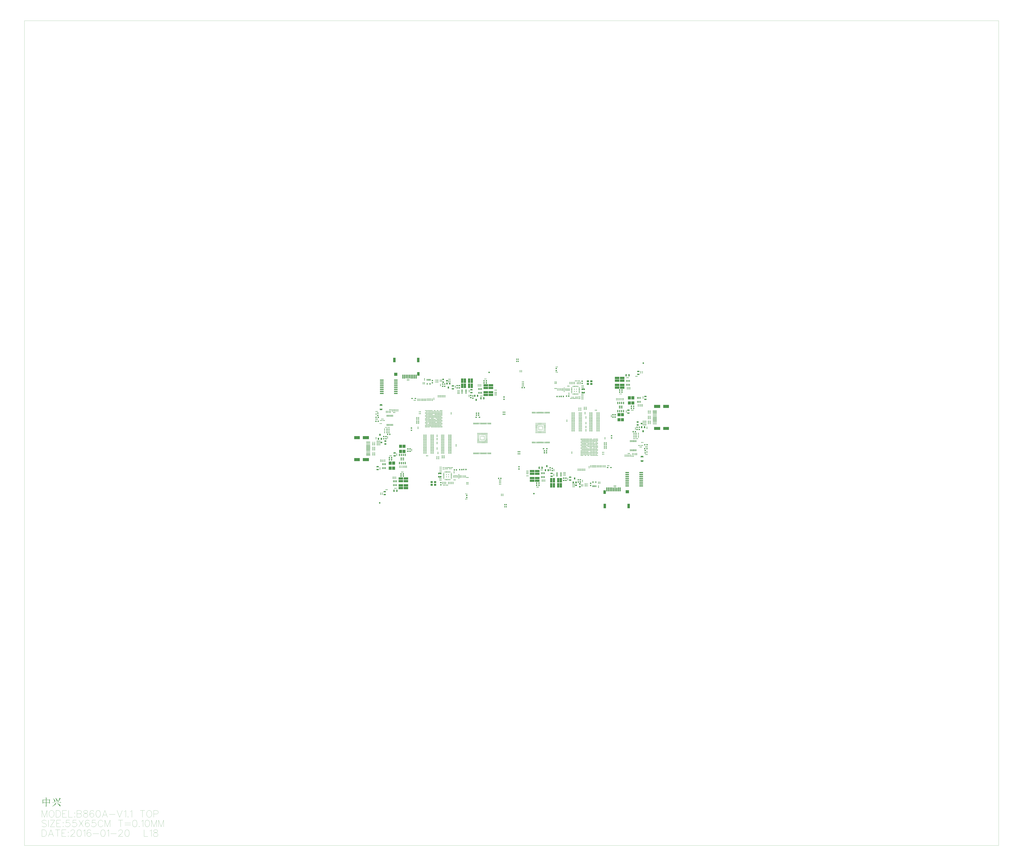
<source format=gbr>
G04 Generated by CircuitCAM Version 4.4*
%FSLAX33Y33*%
%MOMM*%
%ADD10C,0.000000*%
%ADD11C,0.050000*%
%ADD668C,1.000000*%
%LNTextBottom*%
%LPD*%
G36*
G01X-310632Y-244555D02*
X-312432Y-244555D01*
X-312849Y-244355D01*
X-312840Y-244509D01*
X-312832Y-244676D01*
X-312826Y-244856D01*
X-312822Y-245048D01*
X-312818Y-245254D01*
X-312816Y-245473D01*
X-312815Y-245705D01*
X-312816Y-245931D01*
X-312817Y-246133D01*
X-312818Y-246312D01*
X-312821Y-246466D01*
X-312824Y-246597D01*
X-312828Y-246705D01*
X-312832Y-246788D01*
X-312837Y-246855D01*
X-312842Y-246912D01*
X-312846Y-246959D01*
X-312851Y-246997D01*
X-312856Y-247026D01*
X-312861Y-247045D01*
X-312865Y-247055D01*
X-312449Y-246905D01*
X-312449Y-246571D01*
X-310632Y-246571D01*
X-310633Y-247111D01*
X-310635Y-247597D01*
X-310638Y-248029D01*
X-310643Y-248408D01*
X-310649Y-248733D01*
X-310657Y-249004D01*
X-310665Y-249221D01*
X-310249Y-249071D01*
X-310253Y-248898D01*
X-310257Y-248663D01*
X-310260Y-248367D01*
X-310262Y-248010D01*
X-310264Y-247592D01*
X-310265Y-247112D01*
X-310265Y-246571D01*
X-308399Y-246571D01*
X-308399Y-247055D01*
X-307999Y-246905D01*
X-308008Y-246815D01*
X-308015Y-246726D01*
X-308021Y-246639D01*
X-308026Y-246554D01*
X-308029Y-246469D01*
X-308031Y-246386D01*
X-308032Y-246305D01*
X-308032Y-244821D01*
X-307815Y-244638D01*
X-308232Y-244305D01*
X-308449Y-244555D01*
X-310265Y-244555D01*
X-310265Y-243521D01*
X-310082Y-243338D01*
X-310665Y-243071D01*
X-310657Y-243232D01*
X-310649Y-243410D01*
X-310643Y-243605D01*
X-310638Y-243817D01*
X-310635Y-244046D01*
X-310633Y-244292D01*
X-310632Y-244555D01*
G37*
%LPC*%
G36*
G01X-308399Y-244688D02*
X-310265Y-244688D01*
X-310265Y-246438D01*
X-308399Y-246438D01*
X-308399Y-244688D01*
G37*
G36*
G01X-310632Y-244688D02*
X-312449Y-244688D01*
X-312449Y-246438D01*
X-310632Y-246438D01*
X-310632Y-244688D01*
G37*
%LPD*%
G54D10*
X-325000Y275000D02*
X325000Y275000D01*
X325000Y-275000D01*
X-325000Y-275000D01*
X-325000Y275000D01*
G54D11*
X-313311Y-251697D02*
X-313311Y-256197D01*
X-313311Y-251697D02*
X-311597Y-256197D01*
X-309882Y-251697D02*
X-311597Y-256197D01*
X-309882Y-251697D02*
X-309882Y-256197D01*
X-307311Y-251697D02*
X-307740Y-251912D01*
X-308168Y-252340D01*
X-308382Y-252769D01*
X-308597Y-253412D01*
X-308597Y-254483D01*
X-308382Y-255126D01*
X-308168Y-255555D01*
X-307740Y-255983D01*
X-307311Y-256197D01*
X-306454Y-256197D01*
X-306025Y-255983D01*
X-305597Y-255555D01*
X-305382Y-255126D01*
X-305168Y-254483D01*
X-305168Y-253412D01*
X-305382Y-252769D01*
X-305597Y-252340D01*
X-306025Y-251912D01*
X-306454Y-251697D01*
X-307311Y-251697D01*
X-303882Y-251697D02*
X-303882Y-256197D01*
X-303882Y-251697D02*
X-302382Y-251697D01*
X-301740Y-251912D01*
X-301311Y-252340D01*
X-301097Y-252769D01*
X-300882Y-253412D01*
X-300882Y-254483D01*
X-301097Y-255126D01*
X-301311Y-255555D01*
X-301740Y-255983D01*
X-302382Y-256197D01*
X-303882Y-256197D01*
X-299597Y-251697D02*
X-299597Y-256197D01*
X-299597Y-251697D02*
X-296811Y-251697D01*
X-299597Y-253840D02*
X-297882Y-253840D01*
X-299597Y-256197D02*
X-296811Y-256197D01*
X-295525Y-251697D02*
X-295525Y-256197D01*
X-295525Y-256197D02*
X-292954Y-256197D01*
X-291454Y-253197D02*
X-291668Y-253412D01*
X-291454Y-253626D01*
X-291240Y-253412D01*
X-291454Y-253197D01*
X-291454Y-255769D02*
X-291668Y-255983D01*
X-291454Y-256197D01*
X-291240Y-255983D01*
X-291454Y-255769D01*
X-289954Y-251697D02*
X-289954Y-256197D01*
X-289954Y-251697D02*
X-288025Y-251697D01*
X-287382Y-251912D01*
X-287168Y-252126D01*
X-286954Y-252555D01*
X-286954Y-252983D01*
X-287168Y-253412D01*
X-287382Y-253626D01*
X-288025Y-253840D01*
X-289954Y-253840D02*
X-288025Y-253840D01*
X-287382Y-254055D01*
X-287168Y-254269D01*
X-286954Y-254697D01*
X-286954Y-255340D01*
X-287168Y-255769D01*
X-287382Y-255983D01*
X-288025Y-256197D01*
X-289954Y-256197D01*
X-284597Y-251697D02*
X-285240Y-251912D01*
X-285454Y-252340D01*
X-285454Y-252769D01*
X-285240Y-253197D01*
X-284811Y-253412D01*
X-283954Y-253626D01*
X-283311Y-253840D01*
X-282882Y-254269D01*
X-282668Y-254697D01*
X-282668Y-255340D01*
X-282882Y-255769D01*
X-283097Y-255983D01*
X-283740Y-256197D01*
X-284597Y-256197D01*
X-285240Y-255983D01*
X-285454Y-255769D01*
X-285668Y-255340D01*
X-285668Y-254697D01*
X-285454Y-254269D01*
X-285025Y-253840D01*
X-284382Y-253626D01*
X-283525Y-253412D01*
X-283097Y-253197D01*
X-282882Y-252769D01*
X-282882Y-252340D01*
X-283097Y-251912D01*
X-283740Y-251697D01*
X-284597Y-251697D01*
X-278811Y-252340D02*
X-279025Y-251912D01*
X-279668Y-251697D01*
X-280097Y-251697D01*
X-280740Y-251912D01*
X-281168Y-252555D01*
X-281382Y-253626D01*
X-281382Y-254697D01*
X-281168Y-255555D01*
X-280740Y-255983D01*
X-280097Y-256197D01*
X-279882Y-256197D01*
X-279240Y-255983D01*
X-278811Y-255555D01*
X-278597Y-254912D01*
X-278597Y-254697D01*
X-278811Y-254055D01*
X-279240Y-253626D01*
X-279882Y-253412D01*
X-280097Y-253412D01*
X-280740Y-253626D01*
X-281168Y-254055D01*
X-281382Y-254697D01*
X-276025Y-251697D02*
X-276668Y-251912D01*
X-277097Y-252555D01*
X-277311Y-253626D01*
X-277311Y-254269D01*
X-277097Y-255340D01*
X-276668Y-255983D01*
X-276025Y-256197D01*
X-275597Y-256197D01*
X-274954Y-255983D01*
X-274525Y-255340D01*
X-274311Y-254269D01*
X-274311Y-253626D01*
X-274525Y-252555D01*
X-274954Y-251912D01*
X-275597Y-251697D01*
X-276025Y-251697D01*
X-271311Y-251697D02*
X-273025Y-256197D01*
X-271311Y-251697D02*
X-269597Y-256197D01*
X-272382Y-254697D02*
X-270240Y-254697D01*
X-268311Y-254269D02*
X-264454Y-254269D01*
X-263168Y-251697D02*
X-261454Y-256197D01*
X-259740Y-251697D02*
X-261454Y-256197D01*
X-258454Y-252555D02*
X-258025Y-252340D01*
X-257382Y-251697D01*
X-257382Y-256197D01*
X-255882Y-255769D02*
X-256097Y-255983D01*
X-255882Y-256197D01*
X-255668Y-255983D01*
X-255882Y-255769D01*
X-254382Y-252555D02*
X-253954Y-252340D01*
X-253311Y-251697D01*
X-253311Y-256197D01*
X-246240Y-251697D02*
X-246240Y-256197D01*
X-247740Y-251697D02*
X-244740Y-251697D01*
X-242168Y-251697D02*
X-242597Y-251912D01*
X-243025Y-252340D01*
X-243240Y-252769D01*
X-243454Y-253412D01*
X-243454Y-254483D01*
X-243240Y-255126D01*
X-243025Y-255555D01*
X-242597Y-255983D01*
X-242168Y-256197D01*
X-241311Y-256197D01*
X-240882Y-255983D01*
X-240454Y-255555D01*
X-240240Y-255126D01*
X-240025Y-254483D01*
X-240025Y-253412D01*
X-240240Y-252769D01*
X-240454Y-252340D01*
X-240882Y-251912D01*
X-241311Y-251697D01*
X-242168Y-251697D01*
X-238740Y-251697D02*
X-238740Y-256197D01*
X-238740Y-251697D02*
X-236811Y-251697D01*
X-236168Y-251912D01*
X-235954Y-252126D01*
X-235740Y-252555D01*
X-235740Y-253197D01*
X-235954Y-253626D01*
X-236168Y-253840D01*
X-236811Y-254055D01*
X-238740Y-254055D01*
X-310311Y-258769D02*
X-310740Y-258340D01*
X-311382Y-258126D01*
X-312240Y-258126D01*
X-312882Y-258340D01*
X-313311Y-258769D01*
X-313311Y-259197D01*
X-313097Y-259626D01*
X-312882Y-259840D01*
X-312454Y-260055D01*
X-311168Y-260483D01*
X-310740Y-260697D01*
X-310525Y-260912D01*
X-310311Y-261340D01*
X-310311Y-261983D01*
X-310740Y-262412D01*
X-311382Y-262626D01*
X-312240Y-262626D01*
X-312882Y-262412D01*
X-313311Y-261983D01*
X-309025Y-258126D02*
X-309025Y-262626D01*
X-304740Y-258126D02*
X-307740Y-262626D01*
X-307740Y-258126D02*
X-304740Y-258126D01*
X-307740Y-262626D02*
X-304740Y-262626D01*
X-303454Y-258126D02*
X-303454Y-262626D01*
X-303454Y-258126D02*
X-300668Y-258126D01*
X-303454Y-260269D02*
X-301740Y-260269D01*
X-303454Y-262626D02*
X-300668Y-262626D01*
X-299168Y-259626D02*
X-299382Y-259840D01*
X-299168Y-260055D01*
X-298954Y-259840D01*
X-299168Y-259626D01*
X-299168Y-262197D02*
X-299382Y-262412D01*
X-299168Y-262626D01*
X-298954Y-262412D01*
X-299168Y-262197D01*
X-294882Y-258126D02*
X-297025Y-258126D01*
X-297240Y-260055D01*
X-297025Y-259840D01*
X-296382Y-259626D01*
X-295740Y-259626D01*
X-295097Y-259840D01*
X-294668Y-260269D01*
X-294454Y-260912D01*
X-294454Y-261340D01*
X-294882Y-261983D01*
X-295311Y-262412D01*
X-295954Y-262626D01*
X-296597Y-262626D01*
X-297240Y-262412D01*
X-297454Y-262197D01*
X-297668Y-261769D01*
X-290382Y-258126D02*
X-292525Y-258126D01*
X-292740Y-260055D01*
X-292525Y-259840D01*
X-291882Y-259626D01*
X-291240Y-259626D01*
X-290597Y-259840D01*
X-290168Y-260269D01*
X-289954Y-260912D01*
X-289954Y-261340D01*
X-290382Y-261983D01*
X-290811Y-262412D01*
X-291454Y-262626D01*
X-292097Y-262626D01*
X-292740Y-262412D01*
X-292954Y-262197D01*
X-293168Y-261769D01*
X-288668Y-258126D02*
X-285668Y-262626D01*
X-285668Y-258126D02*
X-288668Y-262626D01*
X-281811Y-258769D02*
X-282025Y-258340D01*
X-282668Y-258126D01*
X-283097Y-258126D01*
X-283740Y-258340D01*
X-284168Y-258983D01*
X-284382Y-260055D01*
X-284382Y-261126D01*
X-284168Y-261983D01*
X-283740Y-262412D01*
X-283097Y-262626D01*
X-282882Y-262626D01*
X-282240Y-262412D01*
X-281811Y-261983D01*
X-281597Y-261340D01*
X-281597Y-261126D01*
X-281811Y-260483D01*
X-282240Y-260055D01*
X-282882Y-259840D01*
X-283097Y-259840D01*
X-283740Y-260055D01*
X-284168Y-260483D01*
X-284382Y-261126D01*
X-277525Y-258126D02*
X-279668Y-258126D01*
X-279882Y-260055D01*
X-279668Y-259840D01*
X-279025Y-259626D01*
X-278382Y-259626D01*
X-277740Y-259840D01*
X-277311Y-260269D01*
X-277097Y-260912D01*
X-277097Y-261340D01*
X-277525Y-261983D01*
X-277954Y-262412D01*
X-278597Y-262626D01*
X-279240Y-262626D01*
X-279882Y-262412D01*
X-280097Y-262197D01*
X-280311Y-261769D01*
X-272597Y-259197D02*
X-272811Y-258769D01*
X-273240Y-258340D01*
X-273668Y-258126D01*
X-274525Y-258126D01*
X-274954Y-258340D01*
X-275382Y-258769D01*
X-275597Y-259197D01*
X-275811Y-259840D01*
X-275811Y-260912D01*
X-275597Y-261555D01*
X-275382Y-261983D01*
X-274954Y-262412D01*
X-274525Y-262626D01*
X-273668Y-262626D01*
X-273240Y-262412D01*
X-272811Y-261983D01*
X-272597Y-261555D01*
X-271311Y-258126D02*
X-271311Y-262626D01*
X-271311Y-258126D02*
X-269597Y-262626D01*
X-267882Y-258126D02*
X-269597Y-262626D01*
X-267882Y-258126D02*
X-267882Y-262626D01*
X-260811Y-258126D02*
X-260811Y-262626D01*
X-262311Y-258126D02*
X-259311Y-258126D01*
X-258025Y-260055D02*
X-254168Y-260055D01*
X-258025Y-261340D02*
X-254168Y-261340D01*
X-251597Y-258126D02*
X-252240Y-258340D01*
X-252668Y-258983D01*
X-252882Y-260055D01*
X-252882Y-260697D01*
X-252668Y-261769D01*
X-252240Y-262412D01*
X-251597Y-262626D01*
X-251168Y-262626D01*
X-250525Y-262412D01*
X-250097Y-261769D01*
X-249882Y-260697D01*
X-249882Y-260055D01*
X-250097Y-258983D01*
X-250525Y-258340D01*
X-251168Y-258126D01*
X-251597Y-258126D01*
X-248382Y-262197D02*
X-248597Y-262412D01*
X-248382Y-262626D01*
X-248168Y-262412D01*
X-248382Y-262197D01*
X-246882Y-258983D02*
X-246454Y-258769D01*
X-245811Y-258126D01*
X-245811Y-262626D01*
X-243240Y-258126D02*
X-243882Y-258340D01*
X-244311Y-258983D01*
X-244525Y-260055D01*
X-244525Y-260697D01*
X-244311Y-261769D01*
X-243882Y-262412D01*
X-243240Y-262626D01*
X-242811Y-262626D01*
X-242168Y-262412D01*
X-241740Y-261769D01*
X-241525Y-260697D01*
X-241525Y-260055D01*
X-241740Y-258983D01*
X-242168Y-258340D01*
X-242811Y-258126D01*
X-243240Y-258126D01*
X-240240Y-258126D02*
X-240240Y-262626D01*
X-240240Y-258126D02*
X-238525Y-262626D01*
X-236811Y-258126D02*
X-238525Y-262626D01*
X-236811Y-258126D02*
X-236811Y-262626D01*
X-235525Y-258126D02*
X-235525Y-262626D01*
X-235525Y-258126D02*
X-233811Y-262626D01*
X-232097Y-258126D02*
X-233811Y-262626D01*
X-232097Y-258126D02*
X-232097Y-262626D01*
X-313311Y-264555D02*
X-313311Y-269055D01*
X-313311Y-264555D02*
X-311811Y-264555D01*
X-311168Y-264769D01*
X-310740Y-265197D01*
X-310525Y-265626D01*
X-310311Y-266269D01*
X-310311Y-267340D01*
X-310525Y-267983D01*
X-310740Y-268412D01*
X-311168Y-268840D01*
X-311811Y-269055D01*
X-313311Y-269055D01*
X-307311Y-264555D02*
X-309025Y-269055D01*
X-307311Y-264555D02*
X-305597Y-269055D01*
X-308382Y-267555D02*
X-306240Y-267555D01*
X-302811Y-264555D02*
X-302811Y-269055D01*
X-304311Y-264555D02*
X-301311Y-264555D01*
X-300025Y-264555D02*
X-300025Y-269055D01*
X-300025Y-264555D02*
X-297240Y-264555D01*
X-300025Y-266697D02*
X-298311Y-266697D01*
X-300025Y-269055D02*
X-297240Y-269055D01*
X-295740Y-266055D02*
X-295954Y-266269D01*
X-295740Y-266483D01*
X-295525Y-266269D01*
X-295740Y-266055D01*
X-295740Y-268626D02*
X-295954Y-268840D01*
X-295740Y-269055D01*
X-295525Y-268840D01*
X-295740Y-268626D01*
X-294025Y-265626D02*
X-294025Y-265412D01*
X-293811Y-264983D01*
X-293597Y-264769D01*
X-293168Y-264555D01*
X-292311Y-264555D01*
X-291882Y-264769D01*
X-291668Y-264983D01*
X-291454Y-265412D01*
X-291454Y-265840D01*
X-291668Y-266269D01*
X-292097Y-266912D01*
X-294240Y-269055D01*
X-291240Y-269055D01*
X-288668Y-264555D02*
X-289311Y-264769D01*
X-289740Y-265412D01*
X-289954Y-266483D01*
X-289954Y-267126D01*
X-289740Y-268197D01*
X-289311Y-268840D01*
X-288668Y-269055D01*
X-288240Y-269055D01*
X-287597Y-268840D01*
X-287168Y-268197D01*
X-286954Y-267126D01*
X-286954Y-266483D01*
X-287168Y-265412D01*
X-287597Y-264769D01*
X-288240Y-264555D01*
X-288668Y-264555D01*
X-285668Y-265412D02*
X-285240Y-265197D01*
X-284597Y-264555D01*
X-284597Y-269055D01*
X-280740Y-265197D02*
X-280954Y-264769D01*
X-281597Y-264555D01*
X-282025Y-264555D01*
X-282668Y-264769D01*
X-283097Y-265412D01*
X-283311Y-266483D01*
X-283311Y-267555D01*
X-283097Y-268412D01*
X-282668Y-268840D01*
X-282025Y-269055D01*
X-281811Y-269055D01*
X-281168Y-268840D01*
X-280740Y-268412D01*
X-280525Y-267769D01*
X-280525Y-267555D01*
X-280740Y-266912D01*
X-281168Y-266483D01*
X-281811Y-266269D01*
X-282025Y-266269D01*
X-282668Y-266483D01*
X-283097Y-266912D01*
X-283311Y-267555D01*
X-279240Y-267126D02*
X-275382Y-267126D01*
X-272811Y-264555D02*
X-273454Y-264769D01*
X-273882Y-265412D01*
X-274097Y-266483D01*
X-274097Y-267126D01*
X-273882Y-268197D01*
X-273454Y-268840D01*
X-272811Y-269055D01*
X-272382Y-269055D01*
X-271740Y-268840D01*
X-271311Y-268197D01*
X-271097Y-267126D01*
X-271097Y-266483D01*
X-271311Y-265412D01*
X-271740Y-264769D01*
X-272382Y-264555D01*
X-272811Y-264555D01*
X-269811Y-265412D02*
X-269382Y-265197D01*
X-268740Y-264555D01*
X-268740Y-269055D01*
X-267454Y-267126D02*
X-263597Y-267126D01*
X-262097Y-265626D02*
X-262097Y-265412D01*
X-261882Y-264983D01*
X-261668Y-264769D01*
X-261240Y-264555D01*
X-260382Y-264555D01*
X-259954Y-264769D01*
X-259740Y-264983D01*
X-259525Y-265412D01*
X-259525Y-265840D01*
X-259740Y-266269D01*
X-260168Y-266912D01*
X-262311Y-269055D01*
X-259311Y-269055D01*
X-256740Y-264555D02*
X-257382Y-264769D01*
X-257811Y-265412D01*
X-258025Y-266483D01*
X-258025Y-267126D01*
X-257811Y-268197D01*
X-257382Y-268840D01*
X-256740Y-269055D01*
X-256311Y-269055D01*
X-255668Y-268840D01*
X-255240Y-268197D01*
X-255025Y-267126D01*
X-255025Y-266483D01*
X-255240Y-265412D01*
X-255668Y-264769D01*
X-256311Y-264555D01*
X-256740Y-264555D01*
X-245168Y-264555D02*
X-245168Y-269055D01*
X-245168Y-269055D02*
X-242597Y-269055D01*
X-241311Y-265412D02*
X-240882Y-265197D01*
X-240240Y-264555D01*
X-240240Y-269055D01*
X-237882Y-264555D02*
X-238525Y-264769D01*
X-238740Y-265197D01*
X-238740Y-265626D01*
X-238525Y-266055D01*
X-238097Y-266269D01*
X-237240Y-266483D01*
X-236597Y-266697D01*
X-236168Y-267126D01*
X-235954Y-267555D01*
X-235954Y-268197D01*
X-236168Y-268626D01*
X-236382Y-268840D01*
X-237025Y-269055D01*
X-237882Y-269055D01*
X-238525Y-268840D01*
X-238740Y-268626D01*
X-238954Y-268197D01*
X-238954Y-267555D01*
X-238740Y-267126D01*
X-238311Y-266697D01*
X-237668Y-266483D01*
X-236811Y-266269D01*
X-236382Y-266055D01*
X-236168Y-265626D01*
X-236168Y-265197D01*
X-236382Y-264769D01*
X-237025Y-264555D01*
X-237882Y-264555D01*
G36*
G01X-305749Y-243705D02*
X-305664Y-243840D01*
X-305583Y-243981D01*
X-305504Y-244126D01*
X-305428Y-244276D01*
X-305354Y-244431D01*
X-305283Y-244590D01*
X-305215Y-244755D01*
X-305147Y-244919D01*
X-305085Y-245078D01*
X-305029Y-245233D01*
X-304979Y-245383D01*
X-304935Y-245528D01*
X-304897Y-245669D01*
X-304865Y-245805D01*
X-304839Y-245918D01*
X-304807Y-246003D01*
X-304769Y-246059D01*
X-304727Y-246085D01*
X-304678Y-246082D01*
X-304625Y-246049D01*
X-304565Y-245988D01*
X-304505Y-245904D01*
X-304458Y-245814D01*
X-304424Y-245717D01*
X-304402Y-245615D01*
X-304394Y-245507D01*
X-304398Y-245392D01*
X-304415Y-245271D01*
X-304461Y-245136D01*
X-304551Y-244966D01*
X-304686Y-244764D01*
X-304864Y-244528D01*
X-305087Y-244259D01*
X-305354Y-243957D01*
X-305665Y-243621D01*
X-305749Y-243705D01*
G37*
G36*
G01X-304232Y-246771D02*
X-304299Y-246880D01*
X-304375Y-246996D01*
X-304461Y-247119D01*
X-304556Y-247250D01*
X-304661Y-247389D01*
X-304775Y-247534D01*
X-304899Y-247688D01*
X-305037Y-247849D01*
X-305195Y-248018D01*
X-305373Y-248196D01*
X-305571Y-248382D01*
X-305788Y-248576D01*
X-306025Y-248778D01*
X-306282Y-248988D01*
X-306232Y-249088D01*
X-305925Y-248900D01*
X-305640Y-248718D01*
X-305379Y-248541D01*
X-305141Y-248370D01*
X-304926Y-248204D01*
X-304734Y-248043D01*
X-304565Y-247888D01*
X-304417Y-247749D01*
X-304278Y-247627D01*
X-304148Y-247522D01*
X-304027Y-247433D01*
X-303914Y-247362D01*
X-303810Y-247308D01*
X-303715Y-247271D01*
X-304232Y-246771D01*
G37*
G36*
G01X-304282Y-243371D02*
X-304072Y-243763D01*
X-303890Y-244120D01*
X-303736Y-244441D01*
X-303610Y-244726D01*
X-303512Y-244977D01*
X-303441Y-245192D01*
X-303399Y-245371D01*
X-303367Y-245516D01*
X-303329Y-245628D01*
X-303285Y-245707D01*
X-303235Y-245752D01*
X-303179Y-245764D01*
X-303117Y-245743D01*
X-303049Y-245688D01*
X-302984Y-245617D01*
X-302933Y-245540D01*
X-302896Y-245454D01*
X-302872Y-245361D01*
X-302862Y-245261D01*
X-302865Y-245153D01*
X-302882Y-245038D01*
X-302925Y-244900D01*
X-303017Y-244725D01*
X-303157Y-244512D01*
X-303345Y-244262D01*
X-303581Y-243975D01*
X-303866Y-243650D01*
X-304199Y-243288D01*
X-304282Y-243371D01*
G37*
G36*
G01X-303015Y-247005D02*
X-302661Y-247328D01*
X-302351Y-247624D01*
X-302086Y-247890D01*
X-301864Y-248128D01*
X-301687Y-248338D01*
X-301554Y-248519D01*
X-301465Y-248671D01*
X-301396Y-248791D01*
X-301329Y-248882D01*
X-301266Y-248946D01*
X-301207Y-248981D01*
X-301151Y-248989D01*
X-301098Y-248969D01*
X-301049Y-248921D01*
X-301002Y-248856D01*
X-300966Y-248784D01*
X-300941Y-248705D01*
X-300926Y-248619D01*
X-300923Y-248527D01*
X-300930Y-248427D01*
X-300949Y-248321D01*
X-301010Y-248203D01*
X-301146Y-248056D01*
X-301357Y-247881D01*
X-301643Y-247679D01*
X-302003Y-247449D01*
X-302438Y-247191D01*
X-302949Y-246905D01*
X-303015Y-247005D01*
G37*
G36*
G01X-302749Y-246405D02*
X-306315Y-246405D01*
X-306115Y-246621D01*
X-306043Y-246599D01*
X-305970Y-246580D01*
X-305895Y-246565D01*
X-305819Y-246553D01*
X-305741Y-246545D01*
X-305662Y-246540D01*
X-305582Y-246538D01*
X-300382Y-246538D01*
X-300865Y-245988D01*
X-301282Y-246405D01*
X-302565Y-246405D01*
X-302358Y-246043D01*
X-302165Y-245712D01*
X-301987Y-245411D01*
X-301823Y-245139D01*
X-301673Y-244898D01*
X-301537Y-244686D01*
X-301415Y-244505D01*
X-301308Y-244343D01*
X-301206Y-244201D01*
X-301108Y-244079D01*
X-301015Y-243977D01*
X-300927Y-243894D01*
X-300844Y-243831D01*
X-300765Y-243788D01*
X-301499Y-243305D01*
X-301552Y-243519D01*
X-301609Y-243725D01*
X-301668Y-243922D01*
X-301730Y-244110D01*
X-301795Y-244289D01*
X-301862Y-244460D01*
X-301932Y-244621D01*
X-302010Y-244796D01*
X-302101Y-244998D01*
X-302204Y-245226D01*
X-302321Y-245481D01*
X-302451Y-245762D01*
X-302593Y-246070D01*
X-302749Y-246405D01*
G37*
%LNFiducialTop*%
%LPD*%
G54D668*
X87955Y46633D03*
X-14920Y40461D03*
X14920Y-40460D03*
X-87955Y-46633D03*
%LNSolderPasteTop_Ready*%
%LPD*%
G36*
G01X-61441Y50176D02*
X-63050Y50176D01*
X-63050Y47224D01*
X-61441Y47224D01*
X-61441Y50176D01*
G37*
G36*
G01X-77340Y50176D02*
X-78949Y50176D01*
X-78949Y47224D01*
X-77340Y47224D01*
X-77340Y50176D01*
G37*
G36*
G01X4801Y49600D02*
X4201Y49600D01*
X4201Y48800D01*
X4801Y48800D01*
X4801Y49600D01*
G37*
G36*
G01X3800Y49600D02*
X3200Y49600D01*
X3200Y48800D01*
X3800Y48800D01*
X3800Y49600D01*
G37*
G36*
G01X4801Y48199D02*
X4201Y48199D01*
X4201Y47400D01*
X4801Y47400D01*
X4801Y48199D01*
G37*
G36*
G01X3800Y48199D02*
X3200Y48199D01*
X3200Y47400D01*
X3800Y47400D01*
X3800Y48199D01*
G37*
G36*
G01X30877Y44308D02*
X30402Y44308D01*
X30402Y43808D01*
X30877Y43808D01*
X30877Y44308D01*
G37*
G36*
G01X30052Y44308D02*
X29577Y44308D01*
X29577Y43808D01*
X30052Y43808D01*
X30052Y44308D01*
G37*
G36*
G01X30251Y43399D02*
X29401Y43399D01*
X29401Y42599D01*
X29684Y42599D01*
X29684Y42745D01*
G75*
G02X29804Y42865I120J0D01*
G74*
G01*
X29848Y42865D01*
G75*
G02X29968Y42745I0J-120D01*
G74*
G01*
X29968Y42599D01*
X30251Y42599D01*
X30251Y43399D01*
G37*
G36*
G01X30251Y42000D02*
X29968Y42000D01*
X29968Y41853D01*
G75*
G02X29848Y41733I-120J0D01*
G74*
G01*
X29804Y41733D01*
G75*
G02X29684Y41853I0J120D01*
G74*
G01*
X29684Y42000D01*
X29401Y42000D01*
X29401Y41200D01*
X30251Y41200D01*
X30251Y42000D01*
G37*
G36*
G01X6956Y41906D02*
X6456Y41906D01*
X6456Y41431D01*
X6956Y41431D01*
X6956Y41906D01*
G37*
G36*
G01X5940Y41906D02*
X5440Y41906D01*
X5440Y41431D01*
X5940Y41431D01*
X5940Y41906D01*
G37*
G36*
G01X85298Y41420D02*
X83848Y41420D01*
X83848Y40570D01*
X84331Y40570D01*
X84331Y40653D01*
G75*
G02X84531Y40853I200J0D01*
G74*
G01*
X84615Y40853D01*
G75*
G02X84815Y40653I0J-200D01*
G74*
G01*
X84815Y40570D01*
X85298Y40570D01*
X85298Y41420D01*
G37*
G36*
G01X6956Y41081D02*
X6456Y41081D01*
X6456Y40606D01*
X6956Y40606D01*
X6956Y41081D01*
G37*
G36*
G01X5940Y41081D02*
X5440Y41081D01*
X5440Y40606D01*
X5940Y40606D01*
X5940Y41081D01*
G37*
G36*
G01X-61340Y40607D02*
X-62949Y40607D01*
X-62949Y38193D01*
X-61340Y38193D01*
X-61340Y40607D01*
G37*
G36*
G01X-76172Y40156D02*
X-78318Y40156D01*
X-78318Y38144D01*
X-76172Y38144D01*
X-76172Y40156D01*
G37*
G36*
G01X-63320Y38900D02*
X-63970Y38900D01*
X-63970Y36300D01*
X-63320Y36300D01*
X-63320Y38900D01*
G37*
G36*
G01X-64420Y38900D02*
X-65070Y38900D01*
X-65070Y36300D01*
X-64420Y36300D01*
X-64420Y38900D01*
G37*
G36*
G01X-65520Y38900D02*
X-66170Y38900D01*
X-66170Y36300D01*
X-65520Y36300D01*
X-65520Y38900D01*
G37*
G36*
G01X-66620Y38900D02*
X-67270Y38900D01*
X-67270Y36300D01*
X-66620Y36300D01*
X-66620Y38900D01*
G37*
G36*
G01X-67720Y38900D02*
X-68370Y38900D01*
X-68370Y36564D01*
X-67720Y36564D01*
X-67720Y38900D01*
G37*
G36*
G01X-68820Y38900D02*
X-69470Y38900D01*
X-69470Y36564D01*
X-68820Y36564D01*
X-68820Y38900D01*
G37*
G36*
G01X-69920Y38900D02*
X-70570Y38900D01*
X-70570Y36564D01*
X-69920Y36564D01*
X-69920Y38900D01*
G37*
G36*
G01X-71020Y38900D02*
X-71670Y38900D01*
X-71670Y36300D01*
X-71020Y36300D01*
X-71020Y38900D01*
G37*
G36*
G01X-72120Y38900D02*
X-72770Y38900D01*
X-72770Y36300D01*
X-72120Y36300D01*
X-72120Y38900D01*
G37*
G36*
G01X30877Y40803D02*
X30402Y40803D01*
X30402Y40303D01*
X30877Y40303D01*
X30877Y40803D01*
G37*
G36*
G01X30052Y40803D02*
X29577Y40803D01*
X29577Y40303D01*
X30052Y40303D01*
X30052Y40803D01*
G37*
G36*
G01X87622Y41100D02*
X87122Y41100D01*
X87122Y40625D01*
X87622Y40625D01*
X87622Y41100D01*
G37*
G36*
G01X86474Y41100D02*
X85974Y41100D01*
X85974Y40625D01*
X86474Y40625D01*
X86474Y41100D01*
G37*
G36*
G01X87622Y40275D02*
X87122Y40275D01*
X87122Y39800D01*
X87622Y39800D01*
X87622Y40275D01*
G37*
G36*
G01X86474Y40275D02*
X85974Y40275D01*
X85974Y39800D01*
X86474Y39800D01*
X86474Y40275D01*
G37*
G36*
G01X85298Y39570D02*
X84815Y39570D01*
X84815Y39487D01*
G75*
G02X84615Y39287I-200J-1D01*
G74*
G01*
X84531Y39287D01*
G75*
G02X84331Y39487I0J199D01*
G74*
G01*
X84331Y39570D01*
X83848Y39570D01*
X83848Y38720D01*
X85298Y38720D01*
X85298Y39570D01*
G37*
G36*
G01X78757Y39223D02*
X77907Y39223D01*
X77907Y38740D01*
X77990Y38740D01*
G75*
G02X78190Y38540I0J-201D01*
G74*
G01*
X78190Y38456D01*
G75*
G02X77990Y38256I-200J0D01*
G74*
G01*
X77907Y38256D01*
X77907Y37773D01*
X78757Y37773D01*
X78757Y39223D01*
G37*
G36*
G01X76907Y39223D02*
X76057Y39223D01*
X76057Y37773D01*
X76907Y37773D01*
X76907Y38256D01*
X76824Y38256D01*
G75*
G02X76624Y38456I0J200D01*
G74*
G01*
X76624Y38540D01*
G75*
G02X76824Y38740I200J-1D01*
G74*
G01*
X76907Y38740D01*
X76907Y39223D01*
G37*
G36*
G01X83953Y38034D02*
X83478Y38034D01*
X83478Y37534D01*
X83953Y37534D01*
X83953Y38034D01*
G37*
G36*
G01X83128Y38034D02*
X82653Y38034D01*
X82653Y37534D01*
X83128Y37534D01*
X83128Y38034D01*
G37*
G36*
G01X75334Y37445D02*
X72344Y37445D01*
X72344Y35971D01*
X75334Y35971D01*
X75334Y37445D01*
G37*
G36*
G01X71944Y37445D02*
X68954Y37445D01*
X68954Y35971D01*
X71944Y35971D01*
X71944Y37445D01*
G37*
G36*
G01X-57784Y36427D02*
X-58284Y36427D01*
X-58284Y35952D01*
X-57784Y35952D01*
X-57784Y36427D01*
G37*
G36*
G01X-68310Y36239D02*
X-68810Y36239D01*
X-68810Y35764D01*
X-68310Y35764D01*
X-68310Y36239D01*
G37*
G36*
G01X-69199Y36239D02*
X-69699Y36239D01*
X-69699Y35764D01*
X-69199Y35764D01*
X-69199Y36239D01*
G37*
G36*
G01X-25746Y36379D02*
X-27220Y36379D01*
X-27220Y33389D01*
X-25746Y33389D01*
X-25746Y36379D01*
G37*
G36*
G01X-27521Y36379D02*
X-28995Y36379D01*
X-28995Y33389D01*
X-27521Y33389D01*
X-27521Y36379D01*
G37*
G36*
G01X-30394Y36379D02*
X-31868Y36379D01*
X-31868Y33389D01*
X-30394Y33389D01*
X-30394Y36379D01*
G37*
G36*
G01X-32169Y36379D02*
X-33643Y36379D01*
X-33643Y33389D01*
X-32169Y33389D01*
X-32169Y36379D01*
G37*
G36*
G01X-45062Y36239D02*
X-46084Y36239D01*
X-46084Y35391D01*
X-45062Y35391D01*
X-45062Y36239D01*
G37*
G36*
G01X-54073Y36021D02*
X-54623Y36021D01*
X-54623Y34921D01*
X-54073Y34921D01*
X-54073Y36021D01*
G37*
G36*
G01X-55023Y36021D02*
X-55573Y36021D01*
X-55573Y34921D01*
X-55023Y34921D01*
X-55023Y36021D01*
G37*
G36*
G01X-55972Y36021D02*
X-56522Y36021D01*
X-56522Y34921D01*
X-55972Y34921D01*
X-55972Y36021D01*
G37*
G36*
G01X-57784Y35602D02*
X-58284Y35602D01*
X-58284Y35127D01*
X-57784Y35127D01*
X-57784Y35602D01*
G37*
G36*
G01X-75989Y35566D02*
X-78388Y35566D01*
X-78388Y34916D01*
X-75989Y34916D01*
X-75989Y35566D01*
G37*
G36*
G01X-85337Y35566D02*
X-87736Y35566D01*
X-87736Y34916D01*
X-85337Y34916D01*
X-85337Y35566D01*
G37*
G36*
G01X-68310Y35414D02*
X-68810Y35414D01*
X-68810Y34939D01*
X-68310Y34939D01*
X-68310Y35414D01*
G37*
G36*
G01X-69199Y35414D02*
X-69699Y35414D01*
X-69699Y34939D01*
X-69199Y34939D01*
X-69199Y35414D01*
G37*
G36*
G01X-48811Y35529D02*
G75*
G03X-48861Y35579I-50J0D01*
G74*
G01*
X-48991Y35579D01*
G75*
G03X-49041Y35529I0J-50D01*
G74*
G01*
X-49041Y34879D01*
G75*
G03X-48991Y34829I50J0D01*
G74*
G01*
X-48861Y34829D01*
G75*
G03X-48811Y34879I0J50D01*
G74*
G01*
X-48811Y35529D01*
G37*
G36*
G01X-49311Y35529D02*
G75*
G03X-49361Y35579I-50J0D01*
G74*
G01*
X-49491Y35579D01*
G75*
G03X-49541Y35529I0J-50D01*
G74*
G01*
X-49541Y34879D01*
G75*
G03X-49491Y34829I50J0D01*
G74*
G01*
X-49361Y34829D01*
G75*
G03X-49311Y34879I0J50D01*
G74*
G01*
X-49311Y35529D01*
G37*
G36*
G01X-49801Y35529D02*
G75*
G03X-49851Y35579I-50J0D01*
G74*
G01*
X-50001Y35579D01*
G75*
G03X-50051Y35529I0J-50D01*
G74*
G01*
X-50051Y34879D01*
G75*
G03X-50001Y34829I50J0D01*
G74*
G01*
X-49851Y34829D01*
G75*
G03X-49801Y34879I0J50D01*
G74*
G01*
X-49801Y35529D01*
G37*
G36*
G01X-50311Y35529D02*
G75*
G03X-50361Y35579I-50J0D01*
G74*
G01*
X-50491Y35579D01*
G75*
G03X-50541Y35529I0J-50D01*
G74*
G01*
X-50541Y34879D01*
G75*
G03X-50491Y34829I50J0D01*
G74*
G01*
X-50361Y34829D01*
G75*
G03X-50311Y34879I0J50D01*
G74*
G01*
X-50311Y35529D01*
G37*
G36*
G01X-50811Y35529D02*
G75*
G03X-50861Y35579I-50J0D01*
G74*
G01*
X-50991Y35579D01*
G75*
G03X-51041Y35529I0J-50D01*
G74*
G01*
X-51041Y34879D01*
G75*
G03X-50991Y34829I50J0D01*
G74*
G01*
X-50861Y34829D01*
G75*
G03X-50811Y34879I0J50D01*
G74*
G01*
X-50811Y35529D01*
G37*
G36*
G01X-52333Y35347D02*
X-53183Y35347D01*
X-53183Y34547D01*
X-52900Y34547D01*
X-52900Y34694D01*
G75*
G02X-52780Y34814I120J0D01*
G74*
G01*
X-52736Y34814D01*
G75*
G02X-52616Y34694I0J-120D01*
G74*
G01*
X-52616Y34547D01*
X-52333Y34547D01*
X-52333Y35347D01*
G37*
G36*
G01X-46384Y35515D02*
X-46884Y35515D01*
X-46884Y35040D01*
X-46384Y35040D01*
X-46384Y35515D01*
G37*
G36*
G01X-47273Y35515D02*
X-47773Y35515D01*
X-47773Y35040D01*
X-47273Y35040D01*
X-47273Y35515D01*
G37*
G36*
G01X-40777Y36131D02*
X-41252Y36131D01*
X-41252Y35631D01*
X-40777Y35631D01*
X-40777Y36131D01*
G37*
G36*
G01X-41602Y36131D02*
X-42077Y36131D01*
X-42077Y35631D01*
X-41602Y35631D01*
X-41602Y36131D01*
G37*
G36*
G01X-42486Y35289D02*
X-43634Y35289D01*
X-43634Y34441D01*
X-42486Y34441D01*
X-42486Y35289D01*
G37*
G36*
G01X-46384Y34691D02*
X-46884Y34691D01*
X-46884Y34216D01*
X-46384Y34216D01*
X-46384Y34691D01*
G37*
G36*
G01X-47273Y34691D02*
X-47773Y34691D01*
X-47773Y34216D01*
X-47273Y34216D01*
X-47273Y34691D01*
G37*
G36*
G01X-48811Y34379D02*
G75*
G03X-48861Y34429I-50J0D01*
G74*
G01*
X-48991Y34429D01*
G75*
G03X-49041Y34379I0J-50D01*
G74*
G01*
X-49041Y33729D01*
G75*
G03X-48991Y33679I50J0D01*
G74*
G01*
X-48861Y33679D01*
G75*
G03X-48811Y33729I0J50D01*
G74*
G01*
X-48811Y34379D01*
G37*
G36*
G01X-49311Y34379D02*
G75*
G03X-49361Y34429I-50J0D01*
G74*
G01*
X-49491Y34429D01*
G75*
G03X-49541Y34379I0J-50D01*
G74*
G01*
X-49541Y33729D01*
G75*
G03X-49491Y33679I50J0D01*
G74*
G01*
X-49361Y33679D01*
G75*
G03X-49311Y33729I0J50D01*
G74*
G01*
X-49311Y34379D01*
G37*
G36*
G01X-49801Y34379D02*
G75*
G03X-49851Y34429I-50J0D01*
G74*
G01*
X-50001Y34429D01*
G75*
G03X-50051Y34379I0J-50D01*
G74*
G01*
X-50051Y33729D01*
G75*
G03X-50001Y33679I50J0D01*
G74*
G01*
X-49851Y33679D01*
G75*
G03X-49801Y33729I0J50D01*
G74*
G01*
X-49801Y34379D01*
G37*
G36*
G01X-50311Y34379D02*
G75*
G03X-50361Y34429I-50J0D01*
G74*
G01*
X-50491Y34429D01*
G75*
G03X-50541Y34379I0J-50D01*
G74*
G01*
X-50541Y33729D01*
G75*
G03X-50491Y33679I50J0D01*
G74*
G01*
X-50361Y33679D01*
G75*
G03X-50311Y33729I0J50D01*
G74*
G01*
X-50311Y34379D01*
G37*
G36*
G01X-50811Y34379D02*
G75*
G03X-50861Y34429I-50J0D01*
G74*
G01*
X-50991Y34429D01*
G75*
G03X-51041Y34379I0J-50D01*
G74*
G01*
X-51041Y33729D01*
G75*
G03X-50991Y33679I50J0D01*
G74*
G01*
X-50861Y33679D01*
G75*
G03X-50811Y33729I0J50D01*
G74*
G01*
X-50811Y34379D01*
G37*
G36*
G01X-75989Y34296D02*
X-78388Y34296D01*
X-78388Y33646D01*
X-75989Y33646D01*
X-75989Y34296D01*
G37*
G36*
G01X-85337Y34296D02*
X-87736Y34296D01*
X-87736Y33646D01*
X-85337Y33646D01*
X-85337Y34296D01*
G37*
G36*
G01X-52333Y33948D02*
X-52616Y33948D01*
X-52616Y33802D01*
G75*
G02X-52736Y33682I-120J0D01*
G74*
G01*
X-52780Y33682D01*
G75*
G02X-52900Y33802I0J120D01*
G74*
G01*
X-52900Y33948D01*
X-53183Y33948D01*
X-53183Y33148D01*
X-52333Y33148D01*
X-52333Y33948D01*
G37*
G36*
G01X-57809Y33856D02*
X-58309Y33856D01*
X-58309Y33381D01*
X-57809Y33381D01*
X-57809Y33856D01*
G37*
G36*
G01X-58724Y33856D02*
X-59224Y33856D01*
X-59224Y33381D01*
X-58724Y33381D01*
X-58724Y33856D01*
G37*
G36*
G01X-54073Y33320D02*
X-54623Y33320D01*
X-54623Y32220D01*
X-54073Y32220D01*
X-54073Y33320D01*
G37*
G36*
G01X-55972Y33320D02*
X-56522Y33320D01*
X-56522Y32220D01*
X-55972Y32220D01*
X-55972Y33320D01*
G37*
G36*
G01X-57809Y33031D02*
X-58309Y33031D01*
X-58309Y32556D01*
X-57809Y32556D01*
X-57809Y33031D01*
G37*
G36*
G01X-58724Y33031D02*
X-59224Y33031D01*
X-59224Y32556D01*
X-58724Y32556D01*
X-58724Y33031D01*
G37*
G36*
G01X-75989Y33026D02*
X-78388Y33026D01*
X-78388Y32376D01*
X-75989Y32376D01*
X-75989Y33026D01*
G37*
G36*
G01X-85337Y33026D02*
X-87736Y33026D01*
X-87736Y32376D01*
X-85337Y32376D01*
X-85337Y33026D01*
G37*
G36*
G01X-40796Y35134D02*
X-41296Y35134D01*
X-41296Y34659D01*
X-40796Y34659D01*
X-40796Y35134D01*
G37*
G36*
G01X-41685Y35134D02*
X-42185Y35134D01*
X-42185Y34659D01*
X-41685Y34659D01*
X-41685Y35134D01*
G37*
G36*
G01X-45062Y34339D02*
X-46084Y34339D01*
X-46084Y33491D01*
X-45062Y33491D01*
X-45062Y34339D01*
G37*
G36*
G01X-40796Y34310D02*
X-41296Y34310D01*
X-41296Y33835D01*
X-40796Y33835D01*
X-40796Y34310D01*
G37*
G36*
G01X-41685Y34310D02*
X-42185Y34310D01*
X-42185Y33835D01*
X-41685Y33835D01*
X-41685Y34310D01*
G37*
G36*
G01X-42636Y33651D02*
X-43484Y33651D01*
X-43484Y32379D01*
X-42636Y32379D01*
X-42636Y33651D01*
G37*
G36*
G01X-44141Y33016D02*
X-44991Y33016D01*
X-44991Y32216D01*
X-44708Y32216D01*
X-44708Y32363D01*
G75*
G02X-44588Y32483I120J0D01*
G74*
G01*
X-44544Y32483D01*
G75*
G02X-44424Y32363I0J-120D01*
G74*
G01*
X-44424Y32216D01*
X-44141Y32216D01*
X-44141Y33016D01*
G37*
G36*
G01X-45538Y33016D02*
X-46388Y33016D01*
X-46388Y32216D01*
X-46105Y32216D01*
X-46105Y32363D01*
G75*
G02X-45985Y32483I120J0D01*
G74*
G01*
X-45941Y32483D01*
G75*
G02X-45821Y32363I0J-120D01*
G74*
G01*
X-45821Y32216D01*
X-45538Y32216D01*
X-45538Y33016D01*
G37*
G36*
G01X-47088Y32673D02*
X-47588Y32673D01*
X-47588Y32198D01*
X-47088Y32198D01*
X-47088Y32673D01*
G37*
G36*
G01X-40736Y33530D02*
X-41584Y33530D01*
X-41584Y32379D01*
X-40736Y32379D01*
X-40736Y33530D01*
G37*
G36*
G01X-16815Y36321D02*
X-17290Y36321D01*
X-17290Y35821D01*
X-16815Y35821D01*
X-16815Y36321D01*
G37*
G36*
G01X-17639Y36321D02*
X-18114Y36321D01*
X-18114Y35821D01*
X-17639Y35821D01*
X-17639Y36321D01*
G37*
G36*
G01X78073Y37123D02*
X77598Y37123D01*
X77598Y36623D01*
X78073Y36623D01*
X78073Y37123D01*
G37*
G36*
G01X77248Y37123D02*
X76773Y37123D01*
X76773Y36623D01*
X77248Y36623D01*
X77248Y37123D01*
G37*
G36*
G01X75334Y35670D02*
X72344Y35670D01*
X72344Y34196D01*
X75334Y34196D01*
X75334Y35670D01*
G37*
G36*
G01X71944Y35670D02*
X68954Y35670D01*
X68954Y34196D01*
X71944Y34196D01*
X71944Y35670D01*
G37*
G36*
G01X-16492Y35301D02*
X-17242Y35301D01*
X-17242Y34968D01*
X-17112Y34968D01*
G75*
G02X-16992Y34848I0J-120D01*
G74*
G01*
X-16992Y34755D01*
G75*
G02X-17112Y34635I-120J0D01*
G74*
G01*
X-17242Y34635D01*
X-17242Y34301D01*
X-16492Y34301D01*
X-16492Y35301D01*
G37*
G36*
G01X-17942Y35301D02*
X-18692Y35301D01*
X-18692Y34301D01*
X-17942Y34301D01*
X-17942Y34635D01*
X-18072Y34635D01*
G75*
G02X-18192Y34755I0J120D01*
G74*
G01*
X-18192Y34848D01*
G75*
G02X-18072Y34968I120J0D01*
G74*
G01*
X-17942Y34968D01*
X-17942Y35301D01*
G37*
G36*
G01X53966Y35138D02*
X52566Y35138D01*
X52566Y33938D01*
X53966Y33938D01*
X53966Y35138D01*
G37*
G36*
G01X51666Y35138D02*
X50266Y35138D01*
X50266Y33938D01*
X51666Y33938D01*
X51666Y35138D01*
G37*
G36*
G01X45506Y34986D02*
X45031Y34986D01*
X45031Y34486D01*
X45506Y34486D01*
X45506Y34986D01*
G37*
G36*
G01X44681Y34986D02*
X44206Y34986D01*
X44206Y34486D01*
X44681Y34486D01*
X44681Y34986D01*
G37*
G36*
G01X43710Y34981D02*
X43235Y34981D01*
X43235Y34481D01*
X43710Y34481D01*
X43710Y34981D01*
G37*
G36*
G01X42885Y34981D02*
X42410Y34981D01*
X42410Y34481D01*
X42885Y34481D01*
X42885Y34981D01*
G37*
G36*
G01X47523Y34916D02*
X46673Y34916D01*
X46673Y34116D01*
X46956Y34116D01*
X46956Y34262D01*
G75*
G02X47076Y34382I120J0D01*
G74*
G01*
X47120Y34382D01*
G75*
G02X47240Y34262I0J-120D01*
G74*
G01*
X47240Y34116D01*
X47523Y34116D01*
X47523Y34916D01*
G37*
G36*
G01X8259Y34435D02*
X7784Y34435D01*
X7784Y33935D01*
X8259Y33935D01*
X8259Y34435D01*
G37*
G36*
G01X7434Y34435D02*
X6959Y34435D01*
X6959Y33935D01*
X7434Y33935D01*
X7434Y34435D01*
G37*
G36*
G01X30062Y34214D02*
X29587Y34214D01*
X29587Y34172D01*
X29560Y34172D01*
X29560Y33697D01*
X30060Y33697D01*
X30060Y33714D01*
X30062Y33714D01*
X30062Y34214D01*
G37*
G36*
G01X29238Y34214D02*
X28763Y34214D01*
X28763Y33714D01*
X29238Y33714D01*
X29238Y34214D01*
G37*
G36*
G01X-16492Y33904D02*
X-17242Y33904D01*
X-17242Y33571D01*
X-17112Y33571D01*
G75*
G02X-16992Y33451I0J-120D01*
G74*
G01*
X-16992Y33358D01*
G75*
G02X-17112Y33238I-120J0D01*
G74*
G01*
X-17242Y33238D01*
X-17242Y32904D01*
X-16492Y32904D01*
X-16492Y33904D01*
G37*
G36*
G01X-17942Y33904D02*
X-18692Y33904D01*
X-18692Y32904D01*
X-17942Y32904D01*
X-17942Y33238D01*
X-18072Y33238D01*
G75*
G02X-18192Y33358I0J120D01*
G74*
G01*
X-18192Y33451D01*
G75*
G02X-18072Y33571I120J0D01*
G74*
G01*
X-17942Y33571D01*
X-17942Y33904D01*
G37*
G36*
G01X-25746Y32989D02*
X-27220Y32989D01*
X-27220Y29999D01*
X-25746Y29999D01*
X-25746Y32989D01*
G37*
G36*
G01X-27521Y32989D02*
X-28995Y32989D01*
X-28995Y29999D01*
X-27521Y29999D01*
X-27521Y32989D01*
G37*
G36*
G01X-30394Y32989D02*
X-31868Y32989D01*
X-31868Y29999D01*
X-30394Y29999D01*
X-30394Y32989D01*
G37*
G36*
G01X-32169Y32989D02*
X-33643Y32989D01*
X-33643Y29999D01*
X-32169Y29999D01*
X-32169Y32989D01*
G37*
G36*
G01X-34346Y31960D02*
X-35346Y31960D01*
X-35346Y31210D01*
X-35013Y31210D01*
X-35013Y31340D01*
G75*
G02X-34893Y31460I120J0D01*
G74*
G01*
X-34799Y31460D01*
G75*
G02X-34679Y31340I0J-120D01*
G74*
G01*
X-34679Y31210D01*
X-34346Y31210D01*
X-34346Y31960D01*
G37*
G36*
G01X-35743Y31960D02*
X-36743Y31960D01*
X-36743Y31210D01*
X-36410Y31210D01*
X-36410Y31340D01*
G75*
G02X-36290Y31460I120J0D01*
G74*
G01*
X-36196Y31460D01*
G75*
G02X-36076Y31340I0J-120D01*
G74*
G01*
X-36076Y31210D01*
X-35743Y31210D01*
X-35743Y31960D01*
G37*
G36*
G01X-47088Y31848D02*
X-47588Y31848D01*
X-47588Y31373D01*
X-47088Y31373D01*
X-47088Y31848D01*
G37*
G36*
G01X-75989Y31756D02*
X-78388Y31756D01*
X-78388Y31106D01*
X-75989Y31106D01*
X-75989Y31756D01*
G37*
G36*
G01X-85337Y31756D02*
X-87736Y31756D01*
X-87736Y31106D01*
X-85337Y31106D01*
X-85337Y31756D01*
G37*
G36*
G01X-38381Y31765D02*
X-39831Y31765D01*
X-39831Y30915D01*
X-39348Y30915D01*
X-39348Y30998D01*
G75*
G02X-39148Y31198I200J0D01*
G74*
G01*
X-39064Y31198D01*
G75*
G02X-38864Y30998I0J-200D01*
G74*
G01*
X-38864Y30915D01*
X-38381Y30915D01*
X-38381Y31765D01*
G37*
G36*
G01X-44141Y31617D02*
X-44424Y31617D01*
X-44424Y31471D01*
G75*
G02X-44544Y31351I-120J0D01*
G74*
G01*
X-44588Y31351D01*
G75*
G02X-44708Y31471I0J120D01*
G74*
G01*
X-44708Y31617D01*
X-44991Y31617D01*
X-44991Y30817D01*
X-44141Y30817D01*
X-44141Y31617D01*
G37*
G36*
G01X-45538Y31617D02*
X-45821Y31617D01*
X-45821Y31471D01*
G75*
G02X-45941Y31351I-120J0D01*
G74*
G01*
X-45985Y31351D01*
G75*
G02X-46105Y31471I0J120D01*
G74*
G01*
X-46105Y31617D01*
X-46388Y31617D01*
X-46388Y30817D01*
X-45538Y30817D01*
X-45538Y31617D01*
G37*
G36*
G01X-41686Y30951D02*
X-42534Y30951D01*
X-42534Y29679D01*
X-41686Y29679D01*
X-41686Y30951D01*
G37*
G36*
G01X-75989Y30486D02*
X-78388Y30486D01*
X-78388Y29836D01*
X-75989Y29836D01*
X-75989Y30486D01*
G37*
G36*
G01X-85337Y30486D02*
X-87736Y30486D01*
X-87736Y29836D01*
X-85337Y29836D01*
X-85337Y30486D01*
G37*
G36*
G01X-37248Y31380D02*
X-37748Y31380D01*
X-37748Y30905D01*
X-37248Y30905D01*
X-37248Y31380D01*
G37*
G36*
G01X-37248Y30555D02*
X-37748Y30555D01*
X-37748Y30080D01*
X-37248Y30080D01*
X-37248Y30555D01*
G37*
G36*
G01X-34346Y30510D02*
X-34679Y30510D01*
X-34679Y30380D01*
G75*
G02X-34799Y30260I-120J0D01*
G74*
G01*
X-34893Y30260D01*
G75*
G02X-35013Y30380I0J120D01*
G74*
G01*
X-35013Y30510D01*
X-35346Y30510D01*
X-35346Y29760D01*
X-34346Y29760D01*
X-34346Y30510D01*
G37*
G36*
G01X-35743Y30510D02*
X-36076Y30510D01*
X-36076Y30380D01*
G75*
G02X-36196Y30260I-120J0D01*
G74*
G01*
X-36290Y30260D01*
G75*
G02X-36410Y30380I0J120D01*
G74*
G01*
X-36410Y30510D01*
X-36743Y30510D01*
X-36743Y29760D01*
X-35743Y29760D01*
X-35743Y30510D01*
G37*
G36*
G01X-38381Y29915D02*
X-38864Y29915D01*
X-38864Y29832D01*
G75*
G02X-39064Y29632I-200J0D01*
G74*
G01*
X-39148Y29632D01*
G75*
G02X-39348Y29832I0J200D01*
G74*
G01*
X-39348Y29915D01*
X-39831Y29915D01*
X-39831Y29065D01*
X-38381Y29065D01*
X-38381Y29915D01*
G37*
G36*
G01X-75989Y29216D02*
X-78388Y29216D01*
X-78388Y28566D01*
X-75989Y28566D01*
X-75989Y29216D01*
G37*
G36*
G01X-85337Y29216D02*
X-87736Y29216D01*
X-87736Y28566D01*
X-85337Y28566D01*
X-85337Y29216D01*
G37*
G36*
G01X46079Y33958D02*
X45579Y33958D01*
X45579Y33483D01*
X46079Y33483D01*
X46079Y33958D01*
G37*
G36*
G01X45063Y33958D02*
X44563Y33958D01*
X44563Y33483D01*
X45063Y33483D01*
X45063Y33958D01*
G37*
G36*
G01X42269Y33958D02*
X41769Y33958D01*
X41769Y33483D01*
X42269Y33483D01*
X42269Y33958D01*
G37*
G36*
G01X41253Y33958D02*
X40753Y33958D01*
X40753Y33483D01*
X41253Y33483D01*
X41253Y33958D01*
G37*
G36*
G01X40237Y33958D02*
X39737Y33958D01*
X39737Y33483D01*
X40237Y33483D01*
X40237Y33958D01*
G37*
G36*
G01X39221Y33958D02*
X38721Y33958D01*
X38721Y33483D01*
X39221Y33483D01*
X39221Y33958D01*
G37*
G36*
G01X44128Y33955D02*
X43628Y33955D01*
X43628Y33480D01*
X44128Y33480D01*
X44128Y33955D01*
G37*
G36*
G01X78983Y35369D02*
X78483Y35369D01*
X78483Y34169D01*
X78983Y34169D01*
X78983Y35369D01*
G37*
G36*
G01X78033Y35369D02*
X77533Y35369D01*
X77533Y34169D01*
X78033Y34169D01*
X78033Y35369D01*
G37*
G36*
G01X77083Y35369D02*
X76583Y35369D01*
X76583Y34169D01*
X77083Y34169D01*
X77083Y35369D01*
G37*
G36*
G01X47523Y33517D02*
X47240Y33517D01*
X47240Y33370D01*
G75*
G02X47120Y33250I-120J0D01*
G74*
G01*
X47076Y33250D01*
G75*
G02X46956Y33370I0J120D01*
G74*
G01*
X46956Y33517D01*
X46673Y33517D01*
X46673Y32717D01*
X47523Y32717D01*
X47523Y33517D01*
G37*
G36*
G01X8259Y33419D02*
X7784Y33419D01*
X7784Y32919D01*
X8259Y32919D01*
X8259Y33419D01*
G37*
G36*
G01X7434Y33419D02*
X6959Y33419D01*
X6959Y32919D01*
X7434Y32919D01*
X7434Y33419D01*
G37*
G36*
G01X30060Y33347D02*
X29560Y33347D01*
X29560Y32872D01*
X29587Y32872D01*
X29587Y32823D01*
X30062Y32823D01*
X30062Y33323D01*
X30060Y33323D01*
X30060Y33347D01*
G37*
G36*
G01X29238Y33323D02*
X28763Y33323D01*
X28763Y32823D01*
X29238Y32823D01*
X29238Y33323D01*
G37*
G36*
G01X46079Y33133D02*
X45579Y33133D01*
X45579Y32658D01*
X46079Y32658D01*
X46079Y33133D01*
G37*
G36*
G01X45063Y33133D02*
X44563Y33133D01*
X44563Y32658D01*
X45063Y32658D01*
X45063Y33133D01*
G37*
G36*
G01X42269Y33133D02*
X41769Y33133D01*
X41769Y32658D01*
X42269Y32658D01*
X42269Y33133D01*
G37*
G36*
G01X41253Y33133D02*
X40753Y33133D01*
X40753Y32658D01*
X41253Y32658D01*
X41253Y33133D01*
G37*
G36*
G01X40237Y33133D02*
X39737Y33133D01*
X39737Y32658D01*
X40237Y32658D01*
X40237Y33133D01*
G37*
G36*
G01X39221Y33133D02*
X38721Y33133D01*
X38721Y32658D01*
X39221Y32658D01*
X39221Y33133D01*
G37*
G36*
G01X44128Y33130D02*
X43628Y33130D01*
X43628Y32655D01*
X44128Y32655D01*
X44128Y33130D01*
G37*
G36*
G01X53966Y33338D02*
X52566Y33338D01*
X52566Y32138D01*
X53966Y32138D01*
X53966Y33338D01*
G37*
G36*
G01X51666Y33338D02*
X50266Y33338D01*
X50266Y32138D01*
X51666Y32138D01*
X51666Y33338D01*
G37*
G36*
G01X-12263Y32565D02*
X-15253Y32565D01*
X-15253Y31091D01*
X-12263Y31091D01*
X-12263Y32565D01*
G37*
G36*
G01X-15653Y32565D02*
X-18643Y32565D01*
X-18643Y31091D01*
X-15653Y31091D01*
X-15653Y32565D01*
G37*
G36*
G01X-20184Y32408D02*
X-20684Y32408D01*
X-20684Y31933D01*
X-20184Y31933D01*
X-20184Y32408D01*
G37*
G36*
G01X-21073Y32408D02*
X-21573Y32408D01*
X-21573Y31933D01*
X-21073Y31933D01*
X-21073Y32408D01*
G37*
G36*
G01X-21983Y32408D02*
X-22483Y32408D01*
X-22483Y31933D01*
X-21983Y31933D01*
X-21983Y32408D01*
G37*
G36*
G01X-20184Y31584D02*
X-20684Y31584D01*
X-20684Y31109D01*
X-20184Y31109D01*
X-20184Y31584D01*
G37*
G36*
G01X-21073Y31584D02*
X-21573Y31584D01*
X-21573Y31109D01*
X-21073Y31109D01*
X-21073Y31584D01*
G37*
G36*
G01X-21983Y31584D02*
X-22483Y31584D01*
X-22483Y31109D01*
X-21983Y31109D01*
X-21983Y31584D01*
G37*
G36*
G01X8259Y32530D02*
X7784Y32530D01*
X7784Y32030D01*
X8259Y32030D01*
X8259Y32530D01*
G37*
G36*
G01X7434Y32530D02*
X6959Y32530D01*
X6959Y32030D01*
X7434Y32030D01*
X7434Y32530D01*
G37*
G36*
G01X75334Y32797D02*
X72344Y32797D01*
X72344Y31323D01*
X75334Y31323D01*
X75334Y32797D01*
G37*
G36*
G01X71944Y32797D02*
X68954Y32797D01*
X68954Y31323D01*
X71944Y31323D01*
X71944Y32797D01*
G37*
G36*
G01X48091Y31676D02*
X47616Y31676D01*
X47616Y31176D01*
X48091Y31176D01*
X48091Y31676D01*
G37*
G36*
G01X47266Y31676D02*
X46791Y31676D01*
X46791Y31176D01*
X47266Y31176D01*
X47266Y31676D01*
G37*
G36*
G01X8259Y31641D02*
X7784Y31641D01*
X7784Y31141D01*
X8259Y31141D01*
X8259Y31641D01*
G37*
G36*
G01X7434Y31641D02*
X6959Y31641D01*
X6959Y31141D01*
X7434Y31141D01*
X7434Y31641D01*
G37*
G36*
G01X38564Y31565D02*
X38089Y31565D01*
X38089Y31065D01*
X38564Y31065D01*
X38564Y31565D01*
G37*
G36*
G01X37739Y31565D02*
X37264Y31565D01*
X37264Y31065D01*
X37739Y31065D01*
X37739Y31565D01*
G37*
G36*
G01X44566Y31439D02*
G75*
G03X44474Y31531I-92J0D01*
G74*
G01*
G75*
G03X44381Y31439I0J-92D01*
G74*
G01*
X44381Y30725D01*
G75*
G03X44474Y30633I92J0D01*
G74*
G01*
G75*
G03X44566Y30725I0J92D01*
G74*
G01*
X44566Y31439D01*
G37*
G36*
G01X44166Y31439D02*
G75*
G03X44074Y31531I-92J0D01*
G74*
G01*
G75*
G03X43981Y31439I0J-92D01*
G74*
G01*
X43981Y30725D01*
G75*
G03X44074Y30633I92J0D01*
G74*
G01*
G75*
G03X44166Y30725I0J92D01*
G74*
G01*
X44166Y31439D01*
G37*
G36*
G01X43766Y31439D02*
G75*
G03X43674Y31531I-92J0D01*
G74*
G01*
G75*
G03X43581Y31439I0J-92D01*
G74*
G01*
X43581Y30725D01*
G75*
G03X43674Y30633I92J0D01*
G74*
G01*
G75*
G03X43766Y30725I0J92D01*
G74*
G01*
X43766Y31439D01*
G37*
G36*
G01X43366Y31439D02*
G75*
G03X43274Y31531I-92J0D01*
G74*
G01*
G75*
G03X43181Y31439I0J-92D01*
G74*
G01*
X43181Y30725D01*
G75*
G03X43274Y30633I92J0D01*
G74*
G01*
G75*
G03X43366Y30725I0J92D01*
G74*
G01*
X43366Y31439D01*
G37*
G36*
G01X42966Y31439D02*
G75*
G03X42874Y31531I-92J0D01*
G74*
G01*
G75*
G03X42781Y31439I0J-92D01*
G74*
G01*
X42781Y30725D01*
G75*
G03X42874Y30633I92J0D01*
G74*
G01*
G75*
G03X42966Y30725I0J92D01*
G74*
G01*
X42966Y31439D01*
G37*
G36*
G01X42566Y31439D02*
G75*
G03X42474Y31531I-92J0D01*
G74*
G01*
G75*
G03X42381Y31439I0J-92D01*
G74*
G01*
X42381Y30725D01*
G75*
G03X42474Y30633I92J0D01*
G74*
G01*
G75*
G03X42566Y30725I0J92D01*
G74*
G01*
X42566Y31439D01*
G37*
G36*
G01X42166Y31439D02*
G75*
G03X42074Y31531I-92J0D01*
G74*
G01*
G75*
G03X41981Y31439I0J-92D01*
G74*
G01*
X41981Y30725D01*
G75*
G03X42074Y30633I92J0D01*
G74*
G01*
G75*
G03X42166Y30725I0J92D01*
G74*
G01*
X42166Y31439D01*
G37*
G36*
G01X41766Y31439D02*
G75*
G03X41674Y31531I-92J0D01*
G74*
G01*
G75*
G03X41581Y31439I0J-92D01*
G74*
G01*
X41581Y30725D01*
G75*
G03X41674Y30633I92J0D01*
G74*
G01*
G75*
G03X41766Y30725I0J92D01*
G74*
G01*
X41766Y31439D01*
G37*
G36*
G01X41366Y31439D02*
G75*
G03X41274Y31531I-92J0D01*
G74*
G01*
G75*
G03X41181Y31439I0J-92D01*
G74*
G01*
X41181Y30725D01*
G75*
G03X41274Y30633I92J0D01*
G74*
G01*
G75*
G03X41366Y30725I0J92D01*
G74*
G01*
X41366Y31439D01*
G37*
G36*
G01X40966Y31439D02*
G75*
G03X40874Y31531I-92J0D01*
G74*
G01*
G75*
G03X40781Y31439I0J-92D01*
G74*
G01*
X40781Y30725D01*
G75*
G03X40874Y30633I92J0D01*
G74*
G01*
G75*
G03X40966Y30725I0J92D01*
G74*
G01*
X40966Y31439D01*
G37*
G36*
G01X-12263Y30790D02*
X-15253Y30790D01*
X-15253Y29316D01*
X-12263Y29316D01*
X-12263Y30790D01*
G37*
G36*
G01X-15653Y30790D02*
X-18643Y30790D01*
X-18643Y29316D01*
X-15653Y29316D01*
X-15653Y30790D01*
G37*
G36*
G01X-19742Y29975D02*
X-20242Y29975D01*
X-20242Y28775D01*
X-19742Y28775D01*
X-19742Y29975D01*
G37*
G36*
G01X-20692Y29975D02*
X-21192Y29975D01*
X-21192Y28775D01*
X-20692Y28775D01*
X-20692Y29975D01*
G37*
G36*
G01X-21642Y29975D02*
X-22142Y29975D01*
X-22142Y28775D01*
X-21642Y28775D01*
X-21642Y29975D01*
G37*
G36*
G01X-26042Y29222D02*
X-27492Y29222D01*
X-27492Y28372D01*
X-27009Y28372D01*
X-27009Y28455D01*
G75*
G02X-26809Y28655I200J0D01*
G74*
G01*
X-26725Y28655D01*
G75*
G02X-26525Y28455I0J-200D01*
G74*
G01*
X-26525Y28372D01*
X-26042Y28372D01*
X-26042Y29222D01*
G37*
G36*
G01X-29768Y28823D02*
X-30968Y28823D01*
X-30968Y28323D01*
X-29768Y28323D01*
X-29768Y28823D01*
G37*
G36*
G01X-32368Y28823D02*
X-33568Y28823D01*
X-33568Y28323D01*
X-32368Y28323D01*
X-32368Y28823D01*
G37*
G36*
G01X-34702Y28381D02*
X-35177Y28381D01*
X-35177Y27881D01*
X-34702Y27881D01*
X-34702Y28381D01*
G37*
G36*
G01X-35526Y28381D02*
X-36001Y28381D01*
X-36001Y27881D01*
X-35526Y27881D01*
X-35526Y28381D01*
G37*
G36*
G01X-75989Y27946D02*
X-78388Y27946D01*
X-78388Y27296D01*
X-75989Y27296D01*
X-75989Y27946D01*
G37*
G36*
G01X-85337Y27946D02*
X-87736Y27946D01*
X-87736Y27296D01*
X-85337Y27296D01*
X-85337Y27946D01*
G37*
G36*
G01X-28015Y28634D02*
X-28515Y28634D01*
X-28515Y28159D01*
X-28015Y28159D01*
X-28015Y28634D01*
G37*
G36*
G01X8961Y30673D02*
X8161Y30673D01*
X8161Y30390D01*
X8308Y30390D01*
G75*
G02X8428Y30270I0J-120D01*
G74*
G01*
X8428Y30227D01*
G75*
G02X8308Y30107I-120J-1D01*
G74*
G01*
X8161Y30107D01*
X8161Y29823D01*
X8961Y29823D01*
X8961Y30673D01*
G37*
G36*
G01X7562Y30673D02*
X6762Y30673D01*
X6762Y29823D01*
X7562Y29823D01*
X7562Y30107D01*
X7415Y30107D01*
G75*
G02X7295Y30227I1J119D01*
G74*
G01*
X7295Y30270D01*
G75*
G02X7415Y30390I121J0D01*
G74*
G01*
X7562Y30390D01*
X7562Y30673D01*
G37*
G36*
G01X78983Y32769D02*
X78483Y32769D01*
X78483Y31569D01*
X78983Y31569D01*
X78983Y32769D01*
G37*
G36*
G01X78033Y32769D02*
X77533Y32769D01*
X77533Y31569D01*
X78033Y31569D01*
X78033Y32769D01*
G37*
G36*
G01X77083Y32769D02*
X76583Y32769D01*
X76583Y31569D01*
X77083Y31569D01*
X77083Y32769D01*
G37*
G36*
G01X75334Y31022D02*
X72344Y31022D01*
X72344Y29548D01*
X75334Y29548D01*
X75334Y31022D01*
G37*
G36*
G01X71944Y31022D02*
X68954Y31022D01*
X68954Y29548D01*
X71944Y29548D01*
X71944Y31022D01*
G37*
G36*
G01X48099Y30671D02*
X47624Y30671D01*
X47624Y30171D01*
X48099Y30171D01*
X48099Y30671D01*
G37*
G36*
G01X47274Y30671D02*
X46799Y30671D01*
X46799Y30171D01*
X47274Y30171D01*
X47274Y30671D01*
G37*
G36*
G01X45579Y30241D02*
G75*
G03X45672Y30334I0J92D01*
G74*
G01*
G75*
G03X45579Y30426I-93J0D01*
G74*
G01*
X44865Y30426D01*
G75*
G03X44773Y30334I0J-92D01*
G74*
G01*
G75*
G03X44865Y30241I92J0D01*
G74*
G01*
X45579Y30241D01*
G37*
G36*
G01X40479Y30241D02*
G75*
G03X40572Y30334I0J92D01*
G74*
G01*
G75*
G03X40479Y30426I-93J0D01*
G74*
G01*
X39765Y30426D01*
G75*
G03X39673Y30334I0J-92D01*
G74*
G01*
G75*
G03X39765Y30241I92J0D01*
G74*
G01*
X40479Y30241D01*
G37*
G36*
G01X35382Y30385D02*
X34882Y30385D01*
X34882Y29910D01*
X35382Y29910D01*
X35382Y30385D01*
G37*
G36*
G01X30063Y29957D02*
X29588Y29957D01*
X29588Y29457D01*
X30063Y29457D01*
X30063Y29957D01*
G37*
G36*
G01X29238Y29957D02*
X28763Y29957D01*
X28763Y29457D01*
X29238Y29457D01*
X29238Y29957D01*
G37*
G36*
G01X45579Y29841D02*
G75*
G03X45672Y29934I0J92D01*
G74*
G01*
G75*
G03X45579Y30026I-93J0D01*
G74*
G01*
X44865Y30026D01*
G75*
G03X44773Y29934I0J-92D01*
G74*
G01*
G75*
G03X44865Y29841I92J0D01*
G74*
G01*
X45579Y29841D01*
G37*
G36*
G01X40479Y29841D02*
G75*
G03X40572Y29934I0J92D01*
G74*
G01*
G75*
G03X40479Y30026I-93J0D01*
G74*
G01*
X39765Y30026D01*
G75*
G03X39673Y29934I0J-92D01*
G74*
G01*
G75*
G03X39765Y29841I92J0D01*
G74*
G01*
X40479Y29841D01*
G37*
G36*
G01X48900Y29694D02*
X46800Y29694D01*
X46800Y28694D01*
X47500Y28694D01*
X47500Y28777D01*
G75*
G02X47750Y29027I250J0D01*
G74*
G01*
X47950Y29027D01*
G75*
G02X48200Y28777I0J-250D01*
G74*
G01*
X48200Y28694D01*
X48900Y28694D01*
X48900Y29694D01*
G37*
G36*
G01X34494Y29694D02*
X34019Y29694D01*
X34019Y29194D01*
X34494Y29194D01*
X34494Y29694D01*
G37*
G36*
G01X33669Y29694D02*
X33194Y29694D01*
X33194Y29194D01*
X33669Y29194D01*
X33669Y29694D01*
G37*
G36*
G01X31872Y29693D02*
X31372Y29693D01*
X31372Y29218D01*
X31872Y29218D01*
X31872Y29693D01*
G37*
G36*
G01X30952Y29693D02*
X30452Y29693D01*
X30452Y29218D01*
X30952Y29218D01*
X30952Y29693D01*
G37*
G36*
G01X32766Y29689D02*
X32266Y29689D01*
X32266Y29214D01*
X32766Y29214D01*
X32766Y29689D01*
G37*
G36*
G01X45579Y29441D02*
G75*
G03X45672Y29534I0J92D01*
G74*
G01*
G75*
G03X45579Y29626I-93J0D01*
G74*
G01*
X44865Y29626D01*
G75*
G03X44773Y29534I0J-92D01*
G74*
G01*
G75*
G03X44865Y29441I92J0D01*
G74*
G01*
X45579Y29441D01*
G37*
G36*
G01X40479Y29441D02*
G75*
G03X40572Y29534I0J92D01*
G74*
G01*
G75*
G03X40479Y29626I-93J0D01*
G74*
G01*
X39765Y29626D01*
G75*
G03X39673Y29534I0J-92D01*
G74*
G01*
G75*
G03X39765Y29441I92J0D01*
G74*
G01*
X40479Y29441D01*
G37*
G36*
G01X37959Y29624D02*
X37484Y29624D01*
X37484Y29124D01*
X37959Y29124D01*
X37959Y29624D01*
G37*
G36*
G01X37134Y29624D02*
X36659Y29624D01*
X36659Y29124D01*
X37134Y29124D01*
X37134Y29624D01*
G37*
G36*
G01X36243Y29586D02*
X35743Y29586D01*
X35743Y29111D01*
X36243Y29111D01*
X36243Y29586D01*
G37*
G36*
G01X35382Y29560D02*
X34882Y29560D01*
X34882Y29085D01*
X35382Y29085D01*
X35382Y29560D01*
G37*
G36*
G01X38829Y29574D02*
X38329Y29574D01*
X38329Y29099D01*
X38829Y29099D01*
X38829Y29574D01*
G37*
G36*
G01X43623Y29233D02*
G75*
G03X43373Y29483I-250J0D01*
G74*
G01*
G75*
G03X43123Y29233I0J-250D01*
G74*
G01*
G75*
G03X43373Y28983I250J0D01*
G74*
G01*
G75*
G03X43623Y29233I0J250D01*
G74*
G01*
G37*
G36*
G01X42223Y29233D02*
G75*
G03X41973Y29483I-250J0D01*
G74*
G01*
G75*
G03X41723Y29233I0J-250D01*
G74*
G01*
G75*
G03X41973Y28983I250J0D01*
G74*
G01*
G75*
G03X42223Y29233I0J250D01*
G74*
G01*
G37*
G36*
G01X40479Y29041D02*
G75*
G03X40572Y29134I0J92D01*
G74*
G01*
G75*
G03X40479Y29226I-93J0D01*
G74*
G01*
X39765Y29226D01*
G75*
G03X39673Y29134I0J-92D01*
G74*
G01*
G75*
G03X39765Y29041I92J0D01*
G74*
G01*
X40479Y29041D01*
G37*
G36*
G01X45579Y29041D02*
G75*
G03X45672Y29134I0J92D01*
G74*
G01*
G75*
G03X45579Y29226I-93J0D01*
G74*
G01*
X44865Y29226D01*
G75*
G03X44773Y29134I0J-92D01*
G74*
G01*
G75*
G03X44865Y29041I92J0D01*
G74*
G01*
X45579Y29041D01*
G37*
G36*
G01X31872Y28868D02*
X31372Y28868D01*
X31372Y28393D01*
X31872Y28393D01*
X31872Y28868D01*
G37*
G36*
G01X30952Y28868D02*
X30452Y28868D01*
X30452Y28393D01*
X30952Y28393D01*
X30952Y28868D01*
G37*
G36*
G01X-9907Y28815D02*
X-10382Y28815D01*
X-10382Y28315D01*
X-9907Y28315D01*
X-9907Y28815D01*
G37*
G36*
G01X-10731Y28815D02*
X-11206Y28815D01*
X-11206Y28315D01*
X-10731Y28315D01*
X-10731Y28815D01*
G37*
G36*
G01X32766Y28864D02*
X32266Y28864D01*
X32266Y28389D01*
X32766Y28389D01*
X32766Y28864D01*
G37*
G36*
G01X45579Y28641D02*
G75*
G03X45672Y28734I0J92D01*
G74*
G01*
G75*
G03X45579Y28826I-93J0D01*
G74*
G01*
X44865Y28826D01*
G75*
G03X44773Y28734I0J-92D01*
G74*
G01*
G75*
G03X44865Y28641I92J0D01*
G74*
G01*
X45579Y28641D01*
G37*
G36*
G01X40479Y28641D02*
G75*
G03X40572Y28734I0J92D01*
G74*
G01*
G75*
G03X40479Y28826I-93J0D01*
G74*
G01*
X39765Y28826D01*
G75*
G03X39673Y28734I0J-92D01*
G74*
G01*
G75*
G03X39765Y28641I92J0D01*
G74*
G01*
X40479Y28641D01*
G37*
G36*
G01X34494Y28805D02*
X34019Y28805D01*
X34019Y28305D01*
X34494Y28305D01*
X34494Y28805D01*
G37*
G36*
G01X33669Y28805D02*
X33194Y28805D01*
X33194Y28305D01*
X33669Y28305D01*
X33669Y28805D01*
G37*
G36*
G01X36243Y28761D02*
X35743Y28761D01*
X35743Y28286D01*
X36243Y28286D01*
X36243Y28761D01*
G37*
G36*
G01X35382Y28734D02*
X34882Y28734D01*
X34882Y28259D01*
X35382Y28259D01*
X35382Y28734D01*
G37*
G36*
G01X38829Y28749D02*
X38329Y28749D01*
X38329Y28274D01*
X38829Y28274D01*
X38829Y28749D01*
G37*
G36*
G01X37959Y28735D02*
X37484Y28735D01*
X37484Y28235D01*
X37959Y28235D01*
X37959Y28735D01*
G37*
G36*
G01X37134Y28735D02*
X36659Y28735D01*
X36659Y28235D01*
X37134Y28235D01*
X37134Y28735D01*
G37*
G36*
G01X79303Y30435D02*
X78803Y30435D01*
X78803Y29960D01*
X79303Y29960D01*
X79303Y30435D01*
G37*
G36*
G01X78414Y30435D02*
X77914Y30435D01*
X77914Y29960D01*
X78414Y29960D01*
X78414Y30435D01*
G37*
G36*
G01X77525Y30435D02*
X77025Y30435D01*
X77025Y29960D01*
X77525Y29960D01*
X77525Y30435D01*
G37*
G36*
G01X79303Y29610D02*
X78803Y29610D01*
X78803Y29135D01*
X79303Y29135D01*
X79303Y29610D01*
G37*
G36*
G01X78414Y29610D02*
X77914Y29610D01*
X77914Y29135D01*
X78414Y29135D01*
X78414Y29610D01*
G37*
G36*
G01X77525Y29610D02*
X77025Y29610D01*
X77025Y29135D01*
X77525Y29135D01*
X77525Y29610D01*
G37*
G36*
G01X74037Y29168D02*
X73287Y29168D01*
X73287Y28834D01*
X73417Y28834D01*
G75*
G02X73537Y28714I0J-120D01*
G74*
G01*
X73537Y28621D01*
G75*
G02X73417Y28501I-120J-1D01*
G74*
G01*
X73287Y28501D01*
X73287Y28168D01*
X74037Y28168D01*
X74037Y29168D01*
G37*
G36*
G01X72587Y29168D02*
X71837Y29168D01*
X71837Y28168D01*
X72587Y28168D01*
X72587Y28501D01*
X72457Y28501D01*
G75*
G02X72337Y28621I0J119D01*
G74*
G01*
X72337Y28714D01*
G75*
G02X72457Y28834I120J0D01*
G74*
G01*
X72587Y28834D01*
X72587Y29168D01*
G37*
G36*
G01X45579Y28241D02*
G75*
G03X45672Y28334I0J92D01*
G74*
G01*
G75*
G03X45579Y28426I-93J0D01*
G74*
G01*
X44865Y28426D01*
G75*
G03X44773Y28334I0J-92D01*
G74*
G01*
G75*
G03X44865Y28241I92J0D01*
G74*
G01*
X45579Y28241D01*
G37*
G36*
G01X40479Y28241D02*
G75*
G03X40572Y28334I0J92D01*
G74*
G01*
G75*
G03X40479Y28426I-93J0D01*
G74*
G01*
X39765Y28426D01*
G75*
G03X39673Y28334I0J-92D01*
G74*
G01*
G75*
G03X39765Y28241I92J0D01*
G74*
G01*
X40479Y28241D01*
G37*
G36*
G01X43623Y27833D02*
G75*
G03X43373Y28083I-250J0D01*
G74*
G01*
G75*
G03X43123Y27833I0J-250D01*
G74*
G01*
G75*
G03X43373Y27583I250J0D01*
G74*
G01*
G75*
G03X43623Y27833I0J250D01*
G74*
G01*
G37*
G36*
G01X42223Y27833D02*
G75*
G03X41973Y28083I-250J0D01*
G74*
G01*
G75*
G03X41723Y27833I0J-250D01*
G74*
G01*
G75*
G03X41973Y27583I250J0D01*
G74*
G01*
G75*
G03X42223Y27833I0J250D01*
G74*
G01*
G37*
G36*
G01X40479Y27841D02*
G75*
G03X40572Y27934I0J92D01*
G74*
G01*
G75*
G03X40479Y28026I-93J0D01*
G74*
G01*
X39765Y28026D01*
G75*
G03X39673Y27934I0J-92D01*
G74*
G01*
G75*
G03X39765Y27841I92J0D01*
G74*
G01*
X40479Y27841D01*
G37*
G36*
G01X-12263Y27917D02*
X-15253Y27917D01*
X-15253Y26443D01*
X-12263Y26443D01*
X-12263Y27917D01*
G37*
G36*
G01X-15653Y27917D02*
X-18643Y27917D01*
X-18643Y26443D01*
X-15653Y26443D01*
X-15653Y27917D01*
G37*
G36*
G01X-29768Y27873D02*
X-30968Y27873D01*
X-30968Y27373D01*
X-29768Y27373D01*
X-29768Y27873D01*
G37*
G36*
G01X-32368Y27873D02*
X-33568Y27873D01*
X-33568Y27373D01*
X-32368Y27373D01*
X-32368Y27873D01*
G37*
G36*
G01X-34702Y27472D02*
X-35177Y27472D01*
X-35177Y26972D01*
X-34702Y26972D01*
X-34702Y27472D01*
G37*
G36*
G01X-35526Y27472D02*
X-36001Y27472D01*
X-36001Y26972D01*
X-35526Y26972D01*
X-35526Y27472D01*
G37*
G36*
G01X-28015Y27810D02*
X-28515Y27810D01*
X-28515Y27335D01*
X-28015Y27335D01*
X-28015Y27810D01*
G37*
G36*
G01X-19742Y27375D02*
X-20242Y27375D01*
X-20242Y26175D01*
X-19742Y26175D01*
X-19742Y27375D01*
G37*
G36*
G01X-20692Y27375D02*
X-21192Y27375D01*
X-21192Y26175D01*
X-20692Y26175D01*
X-20692Y27375D01*
G37*
G36*
G01X-21642Y27375D02*
X-22142Y27375D01*
X-22142Y26175D01*
X-21642Y26175D01*
X-21642Y27375D01*
G37*
G36*
G01X-26042Y27372D02*
X-26525Y27372D01*
X-26525Y27289D01*
G75*
G02X-26725Y27089I-200J0D01*
G74*
G01*
X-26809Y27089D01*
G75*
G02X-27009Y27289I0J200D01*
G74*
G01*
X-27009Y27372D01*
X-27492Y27372D01*
X-27492Y26522D01*
X-26042Y26522D01*
X-26042Y27372D01*
G37*
G36*
G01X-29768Y26923D02*
X-30968Y26923D01*
X-30968Y26423D01*
X-29768Y26423D01*
X-29768Y26923D01*
G37*
G36*
G01X-32368Y26923D02*
X-33568Y26923D01*
X-33568Y26423D01*
X-32368Y26423D01*
X-32368Y26923D01*
G37*
G36*
G01X-75989Y26676D02*
X-78388Y26676D01*
X-78388Y26026D01*
X-75989Y26026D01*
X-75989Y26676D01*
G37*
G36*
G01X-85337Y26676D02*
X-87736Y26676D01*
X-87736Y26026D01*
X-85337Y26026D01*
X-85337Y26676D01*
G37*
G36*
G01X-34702Y26603D02*
X-35177Y26603D01*
X-35177Y26103D01*
X-34702Y26103D01*
X-34702Y26603D01*
G37*
G36*
G01X-35526Y26603D02*
X-36001Y26603D01*
X-36001Y26103D01*
X-35526Y26103D01*
X-35526Y26603D01*
G37*
G36*
G01X35382Y27909D02*
X34882Y27909D01*
X34882Y27434D01*
X35382Y27434D01*
X35382Y27909D01*
G37*
G36*
G01X40479Y27441D02*
G75*
G03X40572Y27534I0J92D01*
G74*
G01*
G75*
G03X40479Y27626I-93J0D01*
G74*
G01*
X39765Y27626D01*
G75*
G03X39673Y27534I0J-92D01*
G74*
G01*
G75*
G03X39765Y27441I92J0D01*
G74*
G01*
X40479Y27441D01*
G37*
G36*
G01X45579Y27841D02*
G75*
G03X45672Y27934I0J92D01*
G74*
G01*
G75*
G03X45579Y28026I-93J0D01*
G74*
G01*
X44865Y28026D01*
G75*
G03X44773Y27934I0J-92D01*
G74*
G01*
G75*
G03X44865Y27841I92J0D01*
G74*
G01*
X45579Y27841D01*
G37*
G36*
G01X74037Y27771D02*
X73287Y27771D01*
X73287Y27437D01*
X73417Y27437D01*
G75*
G02X73537Y27317I0J-120D01*
G74*
G01*
X73537Y27224D01*
G75*
G02X73417Y27104I-120J-1D01*
G74*
G01*
X73287Y27104D01*
X73287Y26771D01*
X74037Y26771D01*
X74037Y27771D01*
G37*
G36*
G01X72587Y27771D02*
X71837Y27771D01*
X71837Y26771D01*
X72587Y26771D01*
X72587Y27104D01*
X72457Y27104D01*
G75*
G02X72337Y27224I0J119D01*
G74*
G01*
X72337Y27317D01*
G75*
G02X72457Y27437I120J0D01*
G74*
G01*
X72587Y27437D01*
X72587Y27771D01*
G37*
G36*
G01X45579Y27441D02*
G75*
G03X45672Y27534I0J92D01*
G74*
G01*
G75*
G03X45579Y27626I-93J0D01*
G74*
G01*
X44865Y27626D01*
G75*
G03X44773Y27534I0J-92D01*
G74*
G01*
G75*
G03X44865Y27441I92J0D01*
G74*
G01*
X45579Y27441D01*
G37*
G36*
G01X48900Y27494D02*
X48200Y27494D01*
X48200Y27411D01*
G75*
G02X47950Y27161I-250J-1D01*
G74*
G01*
X47750Y27161D01*
G75*
G02X47500Y27411I0J249D01*
G74*
G01*
X47500Y27494D01*
X46800Y27494D01*
X46800Y26494D01*
X48900Y26494D01*
X48900Y27494D01*
G37*
G36*
G01X-9907Y27418D02*
X-10382Y27418D01*
X-10382Y26918D01*
X-9907Y26918D01*
X-9907Y27418D01*
G37*
G36*
G01X-10731Y27418D02*
X-11206Y27418D01*
X-11206Y26918D01*
X-10731Y26918D01*
X-10731Y27418D01*
G37*
G36*
G01X45579Y27041D02*
G75*
G03X45672Y27134I0J92D01*
G74*
G01*
G75*
G03X45579Y27226I-93J0D01*
G74*
G01*
X44865Y27226D01*
G75*
G03X44773Y27134I0J-92D01*
G74*
G01*
G75*
G03X44865Y27041I92J0D01*
G74*
G01*
X45579Y27041D01*
G37*
G36*
G01X40479Y27041D02*
G75*
G03X40572Y27134I0J92D01*
G74*
G01*
G75*
G03X40479Y27226I-93J0D01*
G74*
G01*
X39765Y27226D01*
G75*
G03X39673Y27134I0J-92D01*
G74*
G01*
G75*
G03X39765Y27041I92J0D01*
G74*
G01*
X40479Y27041D01*
G37*
G36*
G01X45579Y26641D02*
G75*
G03X45672Y26734I0J92D01*
G74*
G01*
G75*
G03X45579Y26826I-93J0D01*
G74*
G01*
X44865Y26826D01*
G75*
G03X44773Y26734I0J-92D01*
G74*
G01*
G75*
G03X44865Y26641I92J0D01*
G74*
G01*
X45579Y26641D01*
G37*
G36*
G01X40479Y26641D02*
G75*
G03X40572Y26734I0J92D01*
G74*
G01*
G75*
G03X40479Y26826I-93J0D01*
G74*
G01*
X39765Y26826D01*
G75*
G03X39673Y26734I0J-92D01*
G74*
G01*
G75*
G03X39765Y26641I92J0D01*
G74*
G01*
X40479Y26641D01*
G37*
G36*
G01X38545Y26782D02*
X38045Y26782D01*
X38045Y26307D01*
X38545Y26307D01*
X38545Y26782D01*
G37*
G36*
G01X-9907Y26529D02*
X-10382Y26529D01*
X-10382Y26029D01*
X-9907Y26029D01*
X-9907Y26529D01*
G37*
G36*
G01X-10731Y26529D02*
X-11206Y26529D01*
X-11206Y26029D01*
X-10731Y26029D01*
X-10731Y26529D01*
G37*
G36*
G01X-12263Y26142D02*
X-15253Y26142D01*
X-15253Y24668D01*
X-12263Y24668D01*
X-12263Y26142D01*
G37*
G36*
G01X-15653Y26142D02*
X-18643Y26142D01*
X-18643Y24668D01*
X-15653Y24668D01*
X-15653Y26142D01*
G37*
G36*
G01X-22210Y25455D02*
X-23058Y25455D01*
X-23058Y24183D01*
X-22210Y24183D01*
X-22210Y25455D01*
G37*
G36*
G01X-24110Y25455D02*
X-24958Y25455D01*
X-24958Y24183D01*
X-24110Y24183D01*
X-24110Y25455D01*
G37*
G36*
G01X-26755Y25426D02*
X-27605Y25426D01*
X-27605Y24626D01*
X-27322Y24626D01*
X-27322Y24773D01*
G75*
G02X-27202Y24893I120J0D01*
G74*
G01*
X-27158Y24893D01*
G75*
G02X-27038Y24773I0J-120D01*
G74*
G01*
X-27038Y24626D01*
X-26755Y24626D01*
X-26755Y25426D01*
G37*
G36*
G01X-28074Y25357D02*
X-28574Y25357D01*
X-28574Y24882D01*
X-28074Y24882D01*
X-28074Y25357D01*
G37*
G36*
G01X-44190Y25097D02*
X-44690Y25097D01*
X-44690Y24622D01*
X-44190Y24622D01*
X-44190Y25097D01*
G37*
G36*
G01X-45079Y25097D02*
X-45579Y25097D01*
X-45579Y24622D01*
X-45079Y24622D01*
X-45079Y25097D01*
G37*
G36*
G01X-45968Y25097D02*
X-46468Y25097D01*
X-46468Y24622D01*
X-45968Y24622D01*
X-45968Y25097D01*
G37*
G36*
G01X-46857Y25097D02*
X-47357Y25097D01*
X-47357Y24622D01*
X-46857Y24622D01*
X-46857Y25097D01*
G37*
G36*
G01X-47746Y25097D02*
X-48246Y25097D01*
X-48246Y24622D01*
X-47746Y24622D01*
X-47746Y25097D01*
G37*
G36*
G01X-48635Y25097D02*
X-49135Y25097D01*
X-49135Y24622D01*
X-48635Y24622D01*
X-48635Y25097D01*
G37*
G36*
G01X-25358Y25045D02*
X-26208Y25045D01*
X-26208Y24245D01*
X-25925Y24245D01*
X-25925Y24392D01*
G75*
G02X-25805Y24512I120J0D01*
G74*
G01*
X-25761Y24512D01*
G75*
G02X-25641Y24392I0J-120D01*
G74*
G01*
X-25641Y24245D01*
X-25358Y24245D01*
X-25358Y25045D01*
G37*
G36*
G01X-28074Y24532D02*
X-28574Y24532D01*
X-28574Y24057D01*
X-28074Y24057D01*
X-28074Y24532D01*
G37*
G36*
G01X-44190Y24272D02*
X-44690Y24272D01*
X-44690Y23797D01*
X-44190Y23797D01*
X-44190Y24272D01*
G37*
G36*
G01X-45079Y24272D02*
X-45579Y24272D01*
X-45579Y23797D01*
X-45079Y23797D01*
X-45079Y24272D01*
G37*
G36*
G01X-45968Y24272D02*
X-46468Y24272D01*
X-46468Y23797D01*
X-45968Y23797D01*
X-45968Y24272D01*
G37*
G36*
G01X-46857Y24272D02*
X-47357Y24272D01*
X-47357Y23797D01*
X-46857Y23797D01*
X-46857Y24272D01*
G37*
G36*
G01X-47746Y24272D02*
X-48246Y24272D01*
X-48246Y23797D01*
X-47746Y23797D01*
X-47746Y24272D01*
G37*
G36*
G01X-48635Y24272D02*
X-49135Y24272D01*
X-49135Y23797D01*
X-48635Y23797D01*
X-48635Y24272D01*
G37*
G36*
G01X-19522Y24901D02*
X-19997Y24901D01*
X-19997Y24401D01*
X-19522Y24401D01*
X-19522Y24901D01*
G37*
G36*
G01X-20347Y24901D02*
X-20822Y24901D01*
X-20822Y24401D01*
X-20347Y24401D01*
X-20347Y24901D01*
G37*
G36*
G01X44566Y26339D02*
G75*
G03X44474Y26432I-92J0D01*
G74*
G01*
G75*
G03X44381Y26339I0J-93D01*
G74*
G01*
X44381Y25625D01*
G75*
G03X44474Y25533I92J0D01*
G74*
G01*
G75*
G03X44566Y25625I0J92D01*
G74*
G01*
X44566Y26339D01*
G37*
G36*
G01X44166Y26339D02*
G75*
G03X44074Y26432I-92J0D01*
G74*
G01*
G75*
G03X43981Y26339I0J-93D01*
G74*
G01*
X43981Y25625D01*
G75*
G03X44074Y25533I92J0D01*
G74*
G01*
G75*
G03X44166Y25625I0J92D01*
G74*
G01*
X44166Y26339D01*
G37*
G36*
G01X43766Y26339D02*
G75*
G03X43674Y26432I-92J0D01*
G74*
G01*
G75*
G03X43581Y26339I0J-93D01*
G74*
G01*
X43581Y25625D01*
G75*
G03X43674Y25533I92J0D01*
G74*
G01*
G75*
G03X43766Y25625I0J92D01*
G74*
G01*
X43766Y26339D01*
G37*
G36*
G01X43366Y26339D02*
G75*
G03X43274Y26432I-92J0D01*
G74*
G01*
G75*
G03X43181Y26339I0J-93D01*
G74*
G01*
X43181Y25625D01*
G75*
G03X43274Y25533I92J0D01*
G74*
G01*
G75*
G03X43366Y25625I0J92D01*
G74*
G01*
X43366Y26339D01*
G37*
G36*
G01X42966Y26339D02*
G75*
G03X42874Y26432I-92J0D01*
G74*
G01*
G75*
G03X42781Y26339I0J-93D01*
G74*
G01*
X42781Y25625D01*
G75*
G03X42874Y25533I92J0D01*
G74*
G01*
G75*
G03X42966Y25625I0J92D01*
G74*
G01*
X42966Y26339D01*
G37*
G36*
G01X42566Y26339D02*
G75*
G03X42474Y26432I-92J0D01*
G74*
G01*
G75*
G03X42381Y26339I0J-93D01*
G74*
G01*
X42381Y25625D01*
G75*
G03X42474Y25533I92J0D01*
G74*
G01*
G75*
G03X42566Y25625I0J92D01*
G74*
G01*
X42566Y26339D01*
G37*
G36*
G01X42166Y26339D02*
G75*
G03X42074Y26432I-92J0D01*
G74*
G01*
G75*
G03X41981Y26339I0J-93D01*
G74*
G01*
X41981Y25625D01*
G75*
G03X42074Y25533I92J0D01*
G74*
G01*
G75*
G03X42166Y25625I0J92D01*
G74*
G01*
X42166Y26339D01*
G37*
G36*
G01X41766Y26339D02*
G75*
G03X41674Y26432I-92J0D01*
G74*
G01*
G75*
G03X41581Y26339I0J-93D01*
G74*
G01*
X41581Y25625D01*
G75*
G03X41674Y25533I92J0D01*
G74*
G01*
G75*
G03X41766Y25625I0J92D01*
G74*
G01*
X41766Y26339D01*
G37*
G36*
G01X41366Y26339D02*
G75*
G03X41274Y26432I-92J0D01*
G74*
G01*
G75*
G03X41181Y26339I0J-93D01*
G74*
G01*
X41181Y25625D01*
G75*
G03X41274Y25533I92J0D01*
G74*
G01*
G75*
G03X41366Y25625I0J92D01*
G74*
G01*
X41366Y26339D01*
G37*
G36*
G01X40966Y26339D02*
G75*
G03X40874Y26432I-92J0D01*
G74*
G01*
G75*
G03X40781Y26339I0J-93D01*
G74*
G01*
X40781Y25625D01*
G75*
G03X40874Y25533I92J0D01*
G74*
G01*
G75*
G03X40966Y25625I0J92D01*
G74*
G01*
X40966Y26339D01*
G37*
G36*
G01X38545Y25957D02*
X38045Y25957D01*
X38045Y25482D01*
X38545Y25482D01*
X38545Y25957D01*
G37*
G36*
G01X-9907Y25640D02*
X-10382Y25640D01*
X-10382Y25140D01*
X-9907Y25140D01*
X-9907Y25640D01*
G37*
G36*
G01X-10731Y25640D02*
X-11206Y25640D01*
X-11206Y25140D01*
X-10731Y25140D01*
X-10731Y25640D01*
G37*
G36*
G01X73460Y26251D02*
X72985Y26251D01*
X72985Y25751D01*
X73460Y25751D01*
X73460Y26251D01*
G37*
G36*
G01X72635Y26251D02*
X72160Y26251D01*
X72160Y25751D01*
X72635Y25751D01*
X72635Y26251D01*
G37*
G36*
G01X48003Y26066D02*
X47528Y26066D01*
X47528Y25566D01*
X48003Y25566D01*
X48003Y26066D01*
G37*
G36*
G01X47178Y26066D02*
X46703Y26066D01*
X46703Y25566D01*
X47178Y25566D01*
X47178Y26066D01*
G37*
G36*
G01X48003Y25050D02*
X47528Y25050D01*
X47528Y24550D01*
X48003Y24550D01*
X48003Y25050D01*
G37*
G36*
G01X47178Y25050D02*
X46703Y25050D01*
X46703Y24550D01*
X47178Y24550D01*
X47178Y25050D01*
G37*
G36*
G01X38525Y25033D02*
X37725Y25033D01*
X37725Y24750D01*
X37872Y24750D01*
G75*
G02X37992Y24630I0J-120D01*
G74*
G01*
X37992Y24587D01*
G75*
G02X37872Y24467I-120J-1D01*
G74*
G01*
X37725Y24467D01*
X37725Y24183D01*
X38525Y24183D01*
X38525Y25033D01*
G37*
G36*
G01X37126Y25033D02*
X36326Y25033D01*
X36326Y24183D01*
X37126Y24183D01*
X37126Y24467D01*
X36979Y24467D01*
G75*
G02X36859Y24587I1J119D01*
G74*
G01*
X36859Y24630D01*
G75*
G02X36979Y24750I121J0D01*
G74*
G01*
X37126Y24750D01*
X37126Y25033D01*
G37*
G36*
G01X34957Y24815D02*
X34157Y24815D01*
X34157Y24532D01*
X34304Y24532D01*
G75*
G02X34424Y24412I0J-120D01*
G74*
G01*
X34424Y24369D01*
G75*
G02X34304Y24249I-120J-1D01*
G74*
G01*
X34157Y24249D01*
X34157Y23965D01*
X34957Y23965D01*
X34957Y24815D01*
G37*
G36*
G01X33558Y24815D02*
X32758Y24815D01*
X32758Y23965D01*
X33558Y23965D01*
X33558Y24249D01*
X33411Y24249D01*
G75*
G02X33291Y24369I1J119D01*
G74*
G01*
X33291Y24412D01*
G75*
G02X33411Y24532I121J0D01*
G74*
G01*
X33558Y24532D01*
X33558Y24815D01*
G37*
G36*
G01X32241Y24757D02*
X31441Y24757D01*
X31441Y24474D01*
X31588Y24474D01*
G75*
G02X31708Y24354I0J-120D01*
G74*
G01*
X31708Y24311D01*
G75*
G02X31588Y24191I-120J-1D01*
G74*
G01*
X31441Y24191D01*
X31441Y23907D01*
X32241Y23907D01*
X32241Y24757D01*
G37*
G36*
G01X30842Y24757D02*
X30042Y24757D01*
X30042Y23907D01*
X30842Y23907D01*
X30842Y24191D01*
X30695Y24191D01*
G75*
G02X30575Y24311I1J119D01*
G74*
G01*
X30575Y24354D01*
G75*
G02X30695Y24474I121J0D01*
G74*
G01*
X30842Y24474D01*
X30842Y24757D01*
G37*
G36*
G01X-4599Y24400D02*
X-5399Y24400D01*
X-5399Y23600D01*
X-4599Y23600D01*
X-4599Y24400D01*
G37*
G36*
G01X-26755Y24027D02*
X-27038Y24027D01*
X-27038Y23881D01*
G75*
G02X-27158Y23761I-120J0D01*
G74*
G01*
X-27202Y23761D01*
G75*
G02X-27322Y23881I0J120D01*
G74*
G01*
X-27322Y24027D01*
X-27605Y24027D01*
X-27605Y23227D01*
X-26755Y23227D01*
X-26755Y24027D01*
G37*
G36*
G01X-51490Y23425D02*
X-51990Y23425D01*
X-51990Y22950D01*
X-51490Y22950D01*
X-51490Y23425D01*
G37*
G36*
G01X-63640Y23349D02*
X-64640Y23349D01*
X-64640Y22749D01*
X-63640Y22749D01*
X-63640Y23349D01*
G37*
G36*
G01X-65840Y23349D02*
X-66840Y23349D01*
X-66840Y22749D01*
X-65840Y22749D01*
X-65840Y23349D01*
G37*
G36*
G01X-18073Y23898D02*
X-18923Y23898D01*
X-18923Y23415D01*
X-18840Y23415D01*
G75*
G02X-18640Y23215I0J-200D01*
G74*
G01*
X-18640Y23131D01*
G75*
G02X-18840Y22931I-200J0D01*
G74*
G01*
X-18923Y22931D01*
X-18923Y22448D01*
X-18073Y22448D01*
X-18073Y23898D01*
G37*
G36*
G01X-19923Y23898D02*
X-20773Y23898D01*
X-20773Y22448D01*
X-19923Y22448D01*
X-19923Y22931D01*
X-20006Y22931D01*
G75*
G02X-20206Y23131I0J200D01*
G74*
G01*
X-20206Y23215D01*
G75*
G02X-20006Y23415I200J0D01*
G74*
G01*
X-19923Y23415D01*
X-19923Y23898D01*
G37*
G36*
G01X-25358Y23646D02*
X-25641Y23646D01*
X-25641Y23500D01*
G75*
G02X-25761Y23380I-120J0D01*
G74*
G01*
X-25805Y23380D01*
G75*
G02X-25925Y23500I0J120D01*
G74*
G01*
X-25925Y23646D01*
X-26208Y23646D01*
X-26208Y22846D01*
X-25358Y22846D01*
X-25358Y23646D01*
G37*
G36*
G01X-53596Y22907D02*
X-54071Y22907D01*
X-54071Y22407D01*
X-53596Y22407D01*
X-53596Y22907D01*
G37*
G36*
G01X-54421Y22907D02*
X-54896Y22907D01*
X-54896Y22407D01*
X-54421Y22407D01*
X-54421Y22907D01*
G37*
G36*
G01X-55247Y22907D02*
X-55722Y22907D01*
X-55722Y22407D01*
X-55247Y22407D01*
X-55247Y22907D01*
G37*
G36*
G01X-56072Y22907D02*
X-56547Y22907D01*
X-56547Y22407D01*
X-56072Y22407D01*
X-56072Y22907D01*
G37*
G36*
G01X-57017Y22810D02*
X-57517Y22810D01*
X-57517Y22335D01*
X-57017Y22335D01*
X-57017Y22810D01*
G37*
G36*
G01X-57906Y22810D02*
X-58406Y22810D01*
X-58406Y22335D01*
X-57906Y22335D01*
X-57906Y22810D01*
G37*
G36*
G01X-58795Y22810D02*
X-59295Y22810D01*
X-59295Y22335D01*
X-58795Y22335D01*
X-58795Y22810D01*
G37*
G36*
G01X-59684Y22810D02*
X-60184Y22810D01*
X-60184Y22335D01*
X-59684Y22335D01*
X-59684Y22810D01*
G37*
G36*
G01X-60626Y22810D02*
X-61126Y22810D01*
X-61126Y22335D01*
X-60626Y22335D01*
X-60626Y22810D01*
G37*
G36*
G01X-61515Y22810D02*
X-62015Y22810D01*
X-62015Y22335D01*
X-61515Y22335D01*
X-61515Y22810D01*
G37*
G36*
G01X-62404Y22810D02*
X-62904Y22810D01*
X-62904Y22335D01*
X-62404Y22335D01*
X-62404Y22810D01*
G37*
G36*
G01X-52635Y22810D02*
X-53135Y22810D01*
X-53135Y22335D01*
X-52635Y22335D01*
X-52635Y22810D01*
G37*
G36*
G01X-23160Y22755D02*
X-24008Y22755D01*
X-24008Y21483D01*
X-23160Y21483D01*
X-23160Y22755D01*
G37*
G36*
G01X-51490Y22599D02*
X-51990Y22599D01*
X-51990Y22124D01*
X-51490Y22124D01*
X-51490Y22599D01*
G37*
G36*
G01X-63855Y22029D02*
X-64330Y22029D01*
X-64330Y21529D01*
X-63855Y21529D01*
X-63855Y22029D01*
G37*
G36*
G01X-64680Y22029D02*
X-65155Y22029D01*
X-65155Y21529D01*
X-64680Y21529D01*
X-64680Y22029D01*
G37*
G36*
G01X-53596Y22018D02*
X-54071Y22018D01*
X-54071Y21518D01*
X-53596Y21518D01*
X-53596Y22018D01*
G37*
G36*
G01X-54421Y22018D02*
X-54896Y22018D01*
X-54896Y21518D01*
X-54421Y21518D01*
X-54421Y22018D01*
G37*
G36*
G01X-55247Y22018D02*
X-55722Y22018D01*
X-55722Y21518D01*
X-55247Y21518D01*
X-55247Y22018D01*
G37*
G36*
G01X-56072Y22018D02*
X-56547Y22018D01*
X-56547Y21518D01*
X-56072Y21518D01*
X-56072Y22018D01*
G37*
G36*
G01X-57017Y21985D02*
X-57517Y21985D01*
X-57517Y21510D01*
X-57017Y21510D01*
X-57017Y21985D01*
G37*
G36*
G01X-57906Y21985D02*
X-58406Y21985D01*
X-58406Y21510D01*
X-57906Y21510D01*
X-57906Y21985D01*
G37*
G36*
G01X-58795Y21985D02*
X-59295Y21985D01*
X-59295Y21510D01*
X-58795Y21510D01*
X-58795Y21985D01*
G37*
G36*
G01X-59684Y21985D02*
X-60184Y21985D01*
X-60184Y21510D01*
X-59684Y21510D01*
X-59684Y21985D01*
G37*
G36*
G01X-60626Y21985D02*
X-61126Y21985D01*
X-61126Y21510D01*
X-60626Y21510D01*
X-60626Y21985D01*
G37*
G36*
G01X-61515Y21985D02*
X-62015Y21985D01*
X-62015Y21510D01*
X-61515Y21510D01*
X-61515Y21985D01*
G37*
G36*
G01X-62404Y21985D02*
X-62904Y21985D01*
X-62904Y21510D01*
X-62404Y21510D01*
X-62404Y21985D01*
G37*
G36*
G01X-52635Y21985D02*
X-53135Y21985D01*
X-53135Y21510D01*
X-52635Y21510D01*
X-52635Y21985D01*
G37*
G36*
G01X90017Y24763D02*
X88567Y24763D01*
X88567Y23913D01*
X89050Y23913D01*
X89050Y23996D01*
G75*
G02X89250Y24196I200J0D01*
G74*
G01*
X89334Y24196D01*
G75*
G02X89534Y23996I0J-200D01*
G74*
G01*
X89534Y23913D01*
X90017Y23913D01*
X90017Y24763D01*
G37*
G36*
G01X81948Y24481D02*
X79973Y24481D01*
X79973Y22381D01*
X81948Y22381D01*
X81948Y24481D01*
G37*
G36*
G01X79623Y24481D02*
X77648Y24481D01*
X77648Y22381D01*
X79623Y22381D01*
X79623Y24481D01*
G37*
G36*
G01X45844Y24288D02*
X45369Y24288D01*
X45369Y23788D01*
X45844Y23788D01*
X45844Y24288D01*
G37*
G36*
G01X45019Y24288D02*
X44544Y24288D01*
X44544Y23788D01*
X45019Y23788D01*
X45019Y24288D01*
G37*
G36*
G01X44072Y24138D02*
X43572Y24138D01*
X43572Y23663D01*
X44072Y23663D01*
X44072Y24138D01*
G37*
G36*
G01X43127Y24138D02*
X42627Y24138D01*
X42627Y23663D01*
X43127Y23663D01*
X43127Y24138D01*
G37*
G36*
G01X40568Y24108D02*
X40068Y24108D01*
X40068Y23633D01*
X40568Y23633D01*
X40568Y24108D01*
G37*
G36*
G01X41501Y24103D02*
X41001Y24103D01*
X41001Y23628D01*
X41501Y23628D01*
X41501Y24103D01*
G37*
G36*
G01X48003Y24034D02*
X47528Y24034D01*
X47528Y23534D01*
X48003Y23534D01*
X48003Y24034D01*
G37*
G36*
G01X47178Y24034D02*
X46703Y24034D01*
X46703Y23534D01*
X47178Y23534D01*
X47178Y24034D01*
G37*
G36*
G01X44072Y23313D02*
X43572Y23313D01*
X43572Y22838D01*
X44072Y22838D01*
X44072Y23313D01*
G37*
G36*
G01X43127Y23313D02*
X42627Y23313D01*
X42627Y22838D01*
X43127Y22838D01*
X43127Y23313D01*
G37*
G36*
G01X40570Y23305D02*
X40069Y23305D01*
X40069Y22805D01*
X40570Y22805D01*
X40570Y23305D01*
G37*
G36*
G01X39745Y23305D02*
X39270Y23305D01*
X39270Y22805D01*
X39745Y22805D01*
X39745Y23305D01*
G37*
G36*
G01X-4599Y22900D02*
X-5399Y22900D01*
X-5399Y22100D01*
X-4599Y22100D01*
X-4599Y22900D01*
G37*
G36*
G01X42297Y23302D02*
X41822Y23302D01*
X41822Y22802D01*
X42297Y22802D01*
X42297Y23302D01*
G37*
G36*
G01X41502Y23302D02*
X40997Y23302D01*
X40997Y22802D01*
X41502Y22802D01*
X41502Y23302D01*
G37*
G36*
G01X45844Y23272D02*
X45369Y23272D01*
X45369Y22772D01*
X45844Y22772D01*
X45844Y23272D01*
G37*
G36*
G01X45019Y23272D02*
X44544Y23272D01*
X44544Y22772D01*
X45019Y22772D01*
X45019Y23272D01*
G37*
G36*
G01X72057Y23176D02*
X71557Y23176D01*
X71557Y22701D01*
X72057Y22701D01*
X72057Y23176D01*
G37*
G36*
G01X71168Y23176D02*
X70668Y23176D01*
X70668Y22701D01*
X71168Y22701D01*
X71168Y23176D01*
G37*
G36*
G01X70279Y23176D02*
X69779Y23176D01*
X69779Y22701D01*
X70279Y22701D01*
X70279Y23176D01*
G37*
G36*
G01X48003Y23018D02*
X47528Y23018D01*
X47528Y22518D01*
X48003Y22518D01*
X48003Y23018D01*
G37*
G36*
G01X47178Y23018D02*
X46703Y23018D01*
X46703Y22518D01*
X47178Y22518D01*
X47178Y23018D01*
G37*
G36*
G01X72981Y23168D02*
X72481Y23168D01*
X72481Y22693D01*
X72981Y22693D01*
X72981Y23168D01*
G37*
G36*
G01X74800Y23165D02*
X74300Y23165D01*
X74300Y22690D01*
X74800Y22690D01*
X74800Y23165D01*
G37*
G36*
G01X73911Y23165D02*
X73411Y23165D01*
X73411Y22690D01*
X73911Y22690D01*
X73911Y23165D01*
G37*
G36*
G01X88016Y24374D02*
X87516Y24374D01*
X87516Y23899D01*
X88016Y23899D01*
X88016Y24374D01*
G37*
G36*
G01X86268Y24005D02*
X85768Y24005D01*
X85768Y22805D01*
X86268Y22805D01*
X86268Y24005D01*
G37*
G36*
G01X85318Y24005D02*
X84818Y24005D01*
X84818Y22805D01*
X85318Y22805D01*
X85318Y24005D01*
G37*
G36*
G01X84368Y24005D02*
X83868Y24005D01*
X83868Y22805D01*
X84368Y22805D01*
X84368Y24005D01*
G37*
G36*
G01X88016Y23549D02*
X87516Y23549D01*
X87516Y23074D01*
X88016Y23074D01*
X88016Y23549D01*
G37*
G36*
G01X90017Y22913D02*
X89534Y22913D01*
X89534Y22830D01*
G75*
G02X89334Y22630I-200J-1D01*
G74*
G01*
X89250Y22630D01*
G75*
G02X89050Y22830I0J199D01*
G74*
G01*
X89050Y22913D01*
X88567Y22913D01*
X88567Y22063D01*
X90017Y22063D01*
X90017Y22913D01*
G37*
G36*
G01X72057Y22351D02*
X71557Y22351D01*
X71557Y21876D01*
X72057Y21876D01*
X72057Y22351D01*
G37*
G36*
G01X71168Y22351D02*
X70668Y22351D01*
X70668Y21876D01*
X71168Y21876D01*
X71168Y22351D01*
G37*
G36*
G01X70279Y22351D02*
X69779Y22351D01*
X69779Y21876D01*
X70279Y21876D01*
X70279Y22351D01*
G37*
G36*
G01X72981Y22343D02*
X72481Y22343D01*
X72481Y21868D01*
X72981Y21868D01*
X72981Y22343D01*
G37*
G36*
G01X74800Y22340D02*
X74300Y22340D01*
X74300Y21865D01*
X74800Y21865D01*
X74800Y22340D01*
G37*
G36*
G01X73911Y22340D02*
X73411Y22340D01*
X73411Y21865D01*
X73911Y21865D01*
X73911Y22340D01*
G37*
G36*
G01X86268Y21405D02*
X85768Y21405D01*
X85768Y20205D01*
X86268Y20205D01*
X86268Y21405D01*
G37*
G36*
G01X85318Y21405D02*
X84818Y21405D01*
X84818Y20205D01*
X85318Y20205D01*
X85318Y21405D01*
G37*
G36*
G01X84368Y21405D02*
X83868Y21405D01*
X83868Y20205D01*
X84368Y20205D01*
X84368Y21405D01*
G37*
G36*
G01X81948Y21081D02*
X79973Y21081D01*
X79973Y18981D01*
X81948Y18981D01*
X81948Y21081D01*
G37*
G36*
G01X79623Y21081D02*
X77648Y21081D01*
X77648Y18981D01*
X79623Y18981D01*
X79623Y21081D01*
G37*
G36*
G01X75077Y20547D02*
G75*
G03X74752Y20872I-325J0D01*
G74*
G01*
G75*
G03X74427Y20547I0J-325D01*
G74*
G01*
X74427Y19546D01*
G75*
G03X74752Y19221I325J0D01*
G74*
G01*
G75*
G03X75077Y19546I0J325D01*
G74*
G01*
X75077Y20547D01*
G37*
G36*
G01X73807Y20547D02*
G75*
G03X73482Y20872I-325J0D01*
G74*
G01*
G75*
G03X73157Y20547I0J-325D01*
G74*
G01*
X73157Y19546D01*
G75*
G03X73482Y19221I325J0D01*
G74*
G01*
G75*
G03X73807Y19546I0J325D01*
G74*
G01*
X73807Y20547D01*
G37*
G36*
G01X72537Y20547D02*
G75*
G03X72212Y20872I-325J0D01*
G74*
G01*
G75*
G03X71887Y20547I0J-325D01*
G74*
G01*
X71887Y19546D01*
G75*
G03X72212Y19221I325J0D01*
G74*
G01*
G75*
G03X72537Y19546I0J325D01*
G74*
G01*
X72537Y20547D01*
G37*
G36*
G01X71267Y20547D02*
G75*
G03X70942Y20872I-325J0D01*
G74*
G01*
G75*
G03X70617Y20547I0J-325D01*
G74*
G01*
X70617Y19546D01*
G75*
G03X70942Y19221I325J0D01*
G74*
G01*
G75*
G03X71267Y19546I0J325D01*
G74*
G01*
X71267Y20547D01*
G37*
G36*
G01X-86233Y19157D02*
X-87883Y19157D01*
X-87883Y18107D01*
X-87333Y18107D01*
X-87333Y18207D01*
G75*
G02X-87083Y18457I250J0D01*
G74*
G01*
X-87033Y18457D01*
G75*
G02X-86783Y18207I0J-250D01*
G74*
G01*
X-86783Y18107D01*
X-86233Y18107D01*
X-86233Y19157D01*
G37*
G36*
G01X86652Y19078D02*
X86152Y19078D01*
X86152Y18603D01*
X86652Y18603D01*
X86652Y19078D01*
G37*
G36*
G01X85763Y19078D02*
X85263Y19078D01*
X85263Y18603D01*
X85763Y18603D01*
X85763Y19078D01*
G37*
G36*
G01X84810Y19071D02*
X84310Y19071D01*
X84310Y18596D01*
X84810Y18596D01*
X84810Y19071D01*
G37*
G36*
G01X87607Y19068D02*
X87107Y19068D01*
X87107Y18593D01*
X87607Y18593D01*
X87607Y19068D01*
G37*
G36*
G01X104988Y18762D02*
X101194Y18762D01*
X101194Y16738D01*
X104988Y16738D01*
X104988Y18762D01*
G37*
G36*
G01X99155Y18762D02*
X95108Y18762D01*
X95108Y16738D01*
X99155Y16738D01*
X99155Y18762D01*
G37*
G36*
G01X81860Y18332D02*
X81110Y18332D01*
X81110Y17998D01*
X81240Y17998D01*
G75*
G02X81360Y17878I0J-120D01*
G74*
G01*
X81360Y17785D01*
G75*
G02X81240Y17665I-120J-1D01*
G74*
G01*
X81110Y17665D01*
X81110Y17332D01*
X81860Y17332D01*
X81860Y18332D01*
G37*
G36*
G01X80410Y18332D02*
X79660Y18332D01*
X79660Y17332D01*
X80410Y17332D01*
X80410Y17665D01*
X80280Y17665D01*
G75*
G02X80160Y17785I0J119D01*
G74*
G01*
X80160Y17878D01*
G75*
G02X80280Y17998I120J0D01*
G74*
G01*
X80410Y17998D01*
X80410Y18332D01*
G37*
G36*
G01X74009Y18184D02*
X73047Y18184D01*
X73047Y17522D01*
X74009Y17522D01*
X74009Y18184D01*
G37*
G36*
G01X72646Y18184D02*
X71684Y18184D01*
X71684Y17522D01*
X72646Y17522D01*
X72646Y18184D01*
G37*
G36*
G01X50202Y17345D02*
G75*
G03X50152Y17395I-50J0D01*
G74*
G01*
X49452Y17395D01*
G75*
G03X49402Y17345I0J-50D01*
G74*
G01*
X49402Y17165D01*
G75*
G03X49452Y17115I50J0D01*
G74*
G01*
X50152Y17115D01*
G75*
G03X50202Y17165I0J50D01*
G74*
G01*
X50202Y17345D01*
G37*
G36*
G01X49002Y17345D02*
G75*
G03X48952Y17395I-50J0D01*
G74*
G01*
X48252Y17395D01*
G75*
G03X48202Y17345I0J-50D01*
G74*
G01*
X48202Y17165D01*
G75*
G03X48252Y17115I50J0D01*
G74*
G01*
X48952Y17115D01*
G75*
G03X49002Y17165I0J50D01*
G74*
G01*
X49002Y17345D01*
G37*
G36*
G01X86652Y18253D02*
X86152Y18253D01*
X86152Y17778D01*
X86652Y17778D01*
X86652Y18253D01*
G37*
G36*
G01X85763Y18253D02*
X85263Y18253D01*
X85263Y17778D01*
X85763Y17778D01*
X85763Y18253D01*
G37*
G36*
G01X84810Y18246D02*
X84310Y18246D01*
X84310Y17771D01*
X84810Y17771D01*
X84810Y18246D01*
G37*
G36*
G01X87607Y18243D02*
X87107Y18243D01*
X87107Y17768D01*
X87607Y17768D01*
X87607Y18243D01*
G37*
G36*
G01X74009Y17121D02*
X73047Y17121D01*
X73047Y16459D01*
X74009Y16459D01*
X74009Y17121D01*
G37*
G36*
G01X72646Y17121D02*
X71684Y17121D01*
X71684Y16459D01*
X72646Y16459D01*
X72646Y17121D01*
G37*
G36*
G01X50202Y16775D02*
G75*
G03X50152Y16825I-50J0D01*
G74*
G01*
X49452Y16825D01*
G75*
G03X49402Y16775I0J-50D01*
G74*
G01*
X49402Y16635D01*
G75*
G03X49452Y16585I50J0D01*
G74*
G01*
X50152Y16585D01*
G75*
G03X50202Y16635I0J50D01*
G74*
G01*
X50202Y16775D01*
G37*
G36*
G01X49002Y16775D02*
G75*
G03X48952Y16825I-50J0D01*
G74*
G01*
X48252Y16825D01*
G75*
G03X48202Y16775I0J-50D01*
G74*
G01*
X48202Y16635D01*
G75*
G03X48252Y16585I50J0D01*
G74*
G01*
X48952Y16585D01*
G75*
G03X49002Y16635I0J50D01*
G74*
G01*
X49002Y16775D01*
G37*
G36*
G01X46602Y16773D02*
G75*
G03X46552Y16823I-50J0D01*
G74*
G01*
X45852Y16823D01*
G75*
G03X45802Y16773I0J-50D01*
G74*
G01*
X45802Y16593D01*
G75*
G03X45852Y16543I50J0D01*
G74*
G01*
X46552Y16543D01*
G75*
G03X46602Y16593I0J50D01*
G74*
G01*
X46602Y16773D01*
G37*
G36*
G01X45402Y16773D02*
G75*
G03X45352Y16823I-50J0D01*
G74*
G01*
X44652Y16823D01*
G75*
G03X44602Y16773I0J-50D01*
G74*
G01*
X44602Y16593D01*
G75*
G03X44652Y16543I50J0D01*
G74*
G01*
X45352Y16543D01*
G75*
G03X45402Y16593I0J50D01*
G74*
G01*
X45402Y16773D01*
G37*
G36*
G01X81860Y16935D02*
X81110Y16935D01*
X81110Y16601D01*
X81240Y16601D01*
G75*
G02X81360Y16481I0J-120D01*
G74*
G01*
X81360Y16388D01*
G75*
G02X81240Y16268I-120J-1D01*
G74*
G01*
X81110Y16268D01*
X81110Y15935D01*
X81860Y15935D01*
X81860Y16935D01*
G37*
G36*
G01X80410Y16935D02*
X79660Y16935D01*
X79660Y15935D01*
X80410Y15935D01*
X80410Y16268D01*
X80280Y16268D01*
G75*
G02X80160Y16388I0J119D01*
G74*
G01*
X80160Y16481D01*
G75*
G02X80280Y16601I120J0D01*
G74*
G01*
X80410Y16601D01*
X80410Y16935D01*
G37*
G36*
G01X50202Y16275D02*
G75*
G03X50152Y16325I-50J0D01*
G74*
G01*
X49452Y16325D01*
G75*
G03X49402Y16275I0J-50D01*
G74*
G01*
X49402Y16135D01*
G75*
G03X49452Y16085I50J0D01*
G74*
G01*
X50152Y16085D01*
G75*
G03X50202Y16135I0J50D01*
G74*
G01*
X50202Y16275D01*
G37*
G36*
G01X49002Y16275D02*
G75*
G03X48952Y16325I-50J0D01*
G74*
G01*
X48252Y16325D01*
G75*
G03X48202Y16275I0J-50D01*
G74*
G01*
X48202Y16135D01*
G75*
G03X48252Y16085I50J0D01*
G74*
G01*
X48952Y16085D01*
G75*
G03X49002Y16135I0J50D01*
G74*
G01*
X49002Y16275D01*
G37*
G36*
G01X-86233Y16307D02*
X-86783Y16307D01*
X-86783Y16207D01*
G75*
G02X-87033Y15957I-250J0D01*
G74*
G01*
X-87083Y15957D01*
G75*
G02X-87333Y16207I0J250D01*
G74*
G01*
X-87333Y16307D01*
X-87883Y16307D01*
X-87883Y15257D01*
X-86233Y15257D01*
X-86233Y16307D01*
G37*
G36*
G01X46602Y16203D02*
G75*
G03X46552Y16253I-50J0D01*
G74*
G01*
X45852Y16253D01*
G75*
G03X45802Y16203I0J-50D01*
G74*
G01*
X45802Y16063D01*
G75*
G03X45852Y16013I50J0D01*
G74*
G01*
X46552Y16013D01*
G75*
G03X46602Y16063I0J50D01*
G74*
G01*
X46602Y16203D01*
G37*
G36*
G01X45402Y16203D02*
G75*
G03X45352Y16253I-50J0D01*
G74*
G01*
X44652Y16253D01*
G75*
G03X44602Y16203I0J-50D01*
G74*
G01*
X44602Y16063D01*
G75*
G03X44652Y16013I50J0D01*
G74*
G01*
X45352Y16013D01*
G75*
G03X45402Y16063I0J50D01*
G74*
G01*
X45402Y16203D01*
G37*
G36*
G01X50202Y15745D02*
G75*
G03X50152Y15795I-50J0D01*
G74*
G01*
X49452Y15795D01*
G75*
G03X49402Y15745I0J-50D01*
G74*
G01*
X49402Y15565D01*
G75*
G03X49452Y15515I50J0D01*
G74*
G01*
X50152Y15515D01*
G75*
G03X50202Y15565I0J50D01*
G74*
G01*
X50202Y15745D01*
G37*
G36*
G01X49002Y15745D02*
G75*
G03X48952Y15795I-50J0D01*
G74*
G01*
X48252Y15795D01*
G75*
G03X48202Y15745I0J-50D01*
G74*
G01*
X48202Y15565D01*
G75*
G03X48252Y15515I50J0D01*
G74*
G01*
X48952Y15515D01*
G75*
G03X49002Y15565I0J50D01*
G74*
G01*
X49002Y15745D01*
G37*
G36*
G01X46602Y15703D02*
G75*
G03X46552Y15753I-50J0D01*
G74*
G01*
X45852Y15753D01*
G75*
G03X45802Y15703I0J-50D01*
G74*
G01*
X45802Y15563D01*
G75*
G03X45852Y15513I50J0D01*
G74*
G01*
X46552Y15513D01*
G75*
G03X46602Y15563I0J50D01*
G74*
G01*
X46602Y15703D01*
G37*
G36*
G01X45402Y15703D02*
G75*
G03X45352Y15753I-50J0D01*
G74*
G01*
X44652Y15753D01*
G75*
G03X44602Y15703I0J-50D01*
G74*
G01*
X44602Y15563D01*
G75*
G03X44652Y15513I50J0D01*
G74*
G01*
X45352Y15513D01*
G75*
G03X45402Y15563I0J50D01*
G74*
G01*
X45402Y15703D01*
G37*
G36*
G01X-80237Y15724D02*
X-80712Y15724D01*
X-80712Y15224D01*
X-80237Y15224D01*
X-80237Y15724D01*
G37*
G36*
G01X-81061Y15724D02*
X-81536Y15724D01*
X-81536Y15224D01*
X-81061Y15224D01*
X-81061Y15724D01*
G37*
G36*
G01X-75577Y15701D02*
X-76077Y15701D01*
X-76077Y15226D01*
X-75577Y15226D01*
X-75577Y15701D01*
G37*
G36*
G01X-76567Y15701D02*
X-77067Y15701D01*
X-77067Y15226D01*
X-76567Y15226D01*
X-76567Y15701D01*
G37*
G36*
G01X-77510Y15701D02*
X-78010Y15701D01*
X-78010Y15226D01*
X-77510Y15226D01*
X-77510Y15701D01*
G37*
G36*
G01X-78399Y15701D02*
X-78899Y15701D01*
X-78899Y15226D01*
X-78399Y15226D01*
X-78399Y15701D01*
G37*
G36*
G01X-79323Y15696D02*
X-79823Y15696D01*
X-79823Y15221D01*
X-79323Y15221D01*
X-79323Y15696D01*
G37*
G36*
G01X78737Y15586D02*
X77287Y15586D01*
X77287Y14736D01*
X77770Y14736D01*
X77770Y14819D01*
G75*
G02X77970Y15019I200J0D01*
G74*
G01*
X78054Y15019D01*
G75*
G02X78254Y14819I0J-200D01*
G74*
G01*
X78254Y14736D01*
X78737Y14736D01*
X78737Y15586D01*
G37*
G36*
G01X56942Y15472D02*
X56467Y15472D01*
X56467Y14972D01*
X56942Y14972D01*
X56942Y15472D01*
G37*
G36*
G01X56117Y15472D02*
X55642Y15472D01*
X55642Y14972D01*
X56117Y14972D01*
X56117Y15472D01*
G37*
G36*
G01X46602Y15173D02*
G75*
G03X46552Y15223I-50J0D01*
G74*
G01*
X45852Y15223D01*
G75*
G03X45802Y15173I0J-50D01*
G74*
G01*
X45802Y14993D01*
G75*
G03X45852Y14943I50J0D01*
G74*
G01*
X46552Y14943D01*
G75*
G03X46602Y14993I0J50D01*
G74*
G01*
X46602Y15173D01*
G37*
G36*
G01X45402Y15173D02*
G75*
G03X45352Y15223I-50J0D01*
G74*
G01*
X44652Y15223D01*
G75*
G03X44602Y15173I0J-50D01*
G74*
G01*
X44602Y14993D01*
G75*
G03X44652Y14943I50J0D01*
G74*
G01*
X45352Y14943D01*
G75*
G03X45402Y14993I0J50D01*
G74*
G01*
X45402Y15173D01*
G37*
G36*
G01X-46217Y15115D02*
G75*
G03X-46277Y15175I-60J0D01*
G74*
G01*
X-46537Y15175D01*
G75*
G03X-46597Y15115I0J-60D01*
G74*
G01*
X-46597Y14855D01*
G75*
G03X-46537Y14795I60J0D01*
G74*
G01*
X-46277Y14795D01*
G75*
G03X-46217Y14855I0J60D01*
G74*
G01*
X-46217Y15115D01*
G37*
G36*
G01X-46867Y15115D02*
G75*
G03X-46927Y15175I-60J0D01*
G74*
G01*
X-47187Y15175D01*
G75*
G03X-47247Y15115I0J-60D01*
G74*
G01*
X-47247Y14855D01*
G75*
G03X-47187Y14795I60J0D01*
G74*
G01*
X-46927Y14795D01*
G75*
G03X-46867Y14855I0J60D01*
G74*
G01*
X-46867Y15115D01*
G37*
G36*
G01X-47517Y15115D02*
G75*
G03X-47577Y15175I-60J0D01*
G74*
G01*
X-47837Y15175D01*
G75*
G03X-47897Y15115I0J-60D01*
G74*
G01*
X-47897Y14855D01*
G75*
G03X-47837Y14795I60J0D01*
G74*
G01*
X-47577Y14795D01*
G75*
G03X-47517Y14855I0J60D01*
G74*
G01*
X-47517Y15115D01*
G37*
G36*
G01X-48817Y15115D02*
G75*
G03X-48877Y15175I-60J0D01*
G74*
G01*
X-49137Y15175D01*
G75*
G03X-49197Y15115I0J-60D01*
G74*
G01*
X-49197Y14855D01*
G75*
G03X-49137Y14795I60J0D01*
G74*
G01*
X-48877Y14795D01*
G75*
G03X-48817Y14855I0J60D01*
G74*
G01*
X-48817Y15115D01*
G37*
G36*
G01X-49467Y15115D02*
G75*
G03X-49527Y15175I-60J0D01*
G74*
G01*
X-49787Y15175D01*
G75*
G03X-49847Y15115I0J-60D01*
G74*
G01*
X-49847Y14855D01*
G75*
G03X-49787Y14795I60J0D01*
G74*
G01*
X-49527Y14795D01*
G75*
G03X-49467Y14855I0J60D01*
G74*
G01*
X-49467Y15115D01*
G37*
G36*
G01X-50767Y15115D02*
G75*
G03X-50827Y15175I-60J0D01*
G74*
G01*
X-51087Y15175D01*
G75*
G03X-51147Y15115I0J-60D01*
G74*
G01*
X-51147Y14855D01*
G75*
G03X-51087Y14795I60J0D01*
G74*
G01*
X-50827Y14795D01*
G75*
G03X-50767Y14855I0J60D01*
G74*
G01*
X-50767Y15115D01*
G37*
G36*
G01X-51417Y15115D02*
G75*
G03X-51477Y15175I-60J0D01*
G74*
G01*
X-51737Y15175D01*
G75*
G03X-51797Y15115I0J-60D01*
G74*
G01*
X-51797Y14855D01*
G75*
G03X-51737Y14795I60J0D01*
G74*
G01*
X-51477Y14795D01*
G75*
G03X-51417Y14855I0J60D01*
G74*
G01*
X-51417Y15115D01*
G37*
G36*
G01X-52718Y15115D02*
G75*
G03X-52778Y15175I-60J0D01*
G74*
G01*
X-53038Y15175D01*
G75*
G03X-53098Y15115I0J-60D01*
G74*
G01*
X-53098Y14855D01*
G75*
G03X-53038Y14795I60J0D01*
G74*
G01*
X-52778Y14795D01*
G75*
G03X-52718Y14855I0J60D01*
G74*
G01*
X-52718Y15115D01*
G37*
G36*
G01X-53368Y15115D02*
G75*
G03X-53428Y15175I-60J0D01*
G74*
G01*
X-53688Y15175D01*
G75*
G03X-53748Y15115I0J-60D01*
G74*
G01*
X-53748Y14855D01*
G75*
G03X-53688Y14795I60J0D01*
G74*
G01*
X-53428Y14795D01*
G75*
G03X-53368Y14855I0J60D01*
G74*
G01*
X-53368Y15115D01*
G37*
G36*
G01X-54018Y15115D02*
G75*
G03X-54078Y15175I-60J0D01*
G74*
G01*
X-54338Y15175D01*
G75*
G03X-54398Y15115I0J-60D01*
G74*
G01*
X-54398Y14855D01*
G75*
G03X-54338Y14795I60J0D01*
G74*
G01*
X-54078Y14795D01*
G75*
G03X-54018Y14855I0J60D01*
G74*
G01*
X-54018Y15115D01*
G37*
G36*
G01X-54668Y15115D02*
G75*
G03X-54728Y15175I-60J0D01*
G74*
G01*
X-54988Y15175D01*
G75*
G03X-55048Y15115I0J-60D01*
G74*
G01*
X-55048Y14855D01*
G75*
G03X-54988Y14795I60J0D01*
G74*
G01*
X-54728Y14795D01*
G75*
G03X-54668Y14855I0J60D01*
G74*
G01*
X-54668Y15115D01*
G37*
G36*
G01X-55318Y15115D02*
G75*
G03X-55378Y15175I-60J0D01*
G74*
G01*
X-55638Y15175D01*
G75*
G03X-55698Y15115I0J-60D01*
G74*
G01*
X-55698Y14855D01*
G75*
G03X-55638Y14795I60J0D01*
G74*
G01*
X-55378Y14795D01*
G75*
G03X-55318Y14855I0J60D01*
G74*
G01*
X-55318Y15115D01*
G37*
G36*
G01X-55968Y15115D02*
G75*
G03X-56028Y15175I-60J0D01*
G74*
G01*
X-56288Y15175D01*
G75*
G03X-56348Y15115I0J-60D01*
G74*
G01*
X-56348Y14855D01*
G75*
G03X-56288Y14795I60J0D01*
G74*
G01*
X-56028Y14795D01*
G75*
G03X-55968Y14855I0J60D01*
G74*
G01*
X-55968Y15115D01*
G37*
G36*
G01X-56618Y15115D02*
G75*
G03X-56678Y15175I-60J0D01*
G74*
G01*
X-56938Y15175D01*
G75*
G03X-56998Y15115I0J-60D01*
G74*
G01*
X-56998Y14855D01*
G75*
G03X-56938Y14795I60J0D01*
G74*
G01*
X-56678Y14795D01*
G75*
G03X-56618Y14855I0J60D01*
G74*
G01*
X-56618Y15115D01*
G37*
G36*
G01X-57268Y15115D02*
G75*
G03X-57328Y15175I-60J0D01*
G74*
G01*
X-57588Y15175D01*
G75*
G03X-57648Y15115I0J-60D01*
G74*
G01*
X-57648Y14855D01*
G75*
G03X-57588Y14795I60J0D01*
G74*
G01*
X-57328Y14795D01*
G75*
G03X-57268Y14855I0J60D01*
G74*
G01*
X-57268Y15115D01*
G37*
G36*
G01X-75577Y14876D02*
X-76077Y14876D01*
X-76077Y14401D01*
X-75577Y14401D01*
X-75577Y14876D01*
G37*
G36*
G01X-76567Y14876D02*
X-77067Y14876D01*
X-77067Y14401D01*
X-76567Y14401D01*
X-76567Y14876D01*
G37*
G36*
G01X-77510Y14876D02*
X-78010Y14876D01*
X-78010Y14401D01*
X-77510Y14401D01*
X-77510Y14876D01*
G37*
G36*
G01X-78399Y14876D02*
X-78899Y14876D01*
X-78899Y14401D01*
X-78399Y14401D01*
X-78399Y14876D01*
G37*
G36*
G01X-79323Y14871D02*
X-79823Y14871D01*
X-79823Y14396D01*
X-79323Y14396D01*
X-79323Y14871D01*
G37*
G36*
G01X-80558Y14685D02*
X-81058Y14685D01*
X-81058Y14210D01*
X-80558Y14210D01*
X-80558Y14685D01*
G37*
G36*
G01X-81447Y14685D02*
X-81947Y14685D01*
X-81947Y14210D01*
X-81447Y14210D01*
X-81447Y14685D01*
G37*
G36*
G01X-82412Y14685D02*
X-82912Y14685D01*
X-82912Y14210D01*
X-82412Y14210D01*
X-82412Y14685D01*
G37*
G36*
G01X-83301Y14685D02*
X-83801Y14685D01*
X-83801Y14210D01*
X-83301Y14210D01*
X-83301Y14685D01*
G37*
G36*
G01X-89378Y14594D02*
X-89853Y14594D01*
X-89853Y14094D01*
X-89378Y14094D01*
X-89378Y14594D01*
G37*
G36*
G01X-90202Y14594D02*
X-90677Y14594D01*
X-90677Y14094D01*
X-90202Y14094D01*
X-90202Y14594D01*
G37*
G36*
G01X75077Y15097D02*
G75*
G03X74752Y15422I-325J0D01*
G74*
G01*
G75*
G03X74427Y15097I0J-325D01*
G74*
G01*
X74427Y14096D01*
G75*
G03X74752Y13771I325J0D01*
G74*
G01*
G75*
G03X75077Y14096I0J325D01*
G74*
G01*
X75077Y15097D01*
G37*
G36*
G01X73807Y15097D02*
G75*
G03X73482Y15422I-325J0D01*
G74*
G01*
G75*
G03X73157Y15097I0J-325D01*
G74*
G01*
X73157Y14096D01*
G75*
G03X73482Y13771I325J0D01*
G74*
G01*
G75*
G03X73807Y14096I0J325D01*
G74*
G01*
X73807Y15097D01*
G37*
G36*
G01X72537Y15097D02*
G75*
G03X72212Y15422I-325J0D01*
G74*
G01*
G75*
G03X71887Y15097I0J-325D01*
G74*
G01*
X71887Y14096D01*
G75*
G03X72212Y13771I325J0D01*
G74*
G01*
G75*
G03X72537Y14096I0J325D01*
G74*
G01*
X72537Y15097D01*
G37*
G36*
G01X71267Y15097D02*
G75*
G03X70942Y15422I-325J0D01*
G74*
G01*
G75*
G03X70617Y15097I0J-325D01*
G74*
G01*
X70617Y14096D01*
G75*
G03X70942Y13771I325J0D01*
G74*
G01*
G75*
G03X71267Y14096I0J325D01*
G74*
G01*
X71267Y15097D01*
G37*
G36*
G01X-46217Y14465D02*
G75*
G03X-46277Y14525I-60J0D01*
G74*
G01*
X-46537Y14525D01*
G75*
G03X-46597Y14465I0J-60D01*
G74*
G01*
X-46597Y14205D01*
G75*
G03X-46537Y14145I60J0D01*
G74*
G01*
X-46277Y14145D01*
G75*
G03X-46217Y14205I0J60D01*
G74*
G01*
X-46217Y14465D01*
G37*
G36*
G01X-46867Y14465D02*
G75*
G03X-46927Y14525I-60J0D01*
G74*
G01*
X-47187Y14525D01*
G75*
G03X-47247Y14465I0J-60D01*
G74*
G01*
X-47247Y14205D01*
G75*
G03X-47187Y14145I60J0D01*
G74*
G01*
X-46927Y14145D01*
G75*
G03X-46867Y14205I0J60D01*
G74*
G01*
X-46867Y14465D01*
G37*
G36*
G01X-47517Y14465D02*
G75*
G03X-47577Y14525I-60J0D01*
G74*
G01*
X-47837Y14525D01*
G75*
G03X-47897Y14465I0J-60D01*
G74*
G01*
X-47897Y14205D01*
G75*
G03X-47837Y14145I60J0D01*
G74*
G01*
X-47577Y14145D01*
G75*
G03X-47517Y14205I0J60D01*
G74*
G01*
X-47517Y14465D01*
G37*
G36*
G01X-48167Y14465D02*
G75*
G03X-48227Y14525I-60J0D01*
G74*
G01*
X-48487Y14525D01*
G75*
G03X-48547Y14465I0J-60D01*
G74*
G01*
X-48547Y14205D01*
G75*
G03X-48487Y14145I60J0D01*
G74*
G01*
X-48227Y14145D01*
G75*
G03X-48167Y14205I0J60D01*
G74*
G01*
X-48167Y14465D01*
G37*
G36*
G01X-48817Y14465D02*
G75*
G03X-48877Y14525I-60J0D01*
G74*
G01*
X-49137Y14525D01*
G75*
G03X-49197Y14465I0J-60D01*
G74*
G01*
X-49197Y14205D01*
G75*
G03X-49137Y14145I60J0D01*
G74*
G01*
X-48877Y14145D01*
G75*
G03X-48817Y14205I0J60D01*
G74*
G01*
X-48817Y14465D01*
G37*
G36*
G01X-49467Y14465D02*
G75*
G03X-49527Y14525I-60J0D01*
G74*
G01*
X-49787Y14525D01*
G75*
G03X-49847Y14465I0J-60D01*
G74*
G01*
X-49847Y14205D01*
G75*
G03X-49787Y14145I60J0D01*
G74*
G01*
X-49527Y14145D01*
G75*
G03X-49467Y14205I0J60D01*
G74*
G01*
X-49467Y14465D01*
G37*
G36*
G01X-50117Y14465D02*
G75*
G03X-50177Y14525I-60J0D01*
G74*
G01*
X-50437Y14525D01*
G75*
G03X-50497Y14465I0J-60D01*
G74*
G01*
X-50497Y14205D01*
G75*
G03X-50437Y14145I60J0D01*
G74*
G01*
X-50177Y14145D01*
G75*
G03X-50117Y14205I0J60D01*
G74*
G01*
X-50117Y14465D01*
G37*
G36*
G01X-50767Y14465D02*
G75*
G03X-50827Y14525I-60J0D01*
G74*
G01*
X-51087Y14525D01*
G75*
G03X-51147Y14465I0J-60D01*
G74*
G01*
X-51147Y14205D01*
G75*
G03X-51087Y14145I60J0D01*
G74*
G01*
X-50827Y14145D01*
G75*
G03X-50767Y14205I0J60D01*
G74*
G01*
X-50767Y14465D01*
G37*
G36*
G01X-51417Y14465D02*
G75*
G03X-51477Y14525I-60J0D01*
G74*
G01*
X-51737Y14525D01*
G75*
G03X-51797Y14465I0J-60D01*
G74*
G01*
X-51797Y14205D01*
G75*
G03X-51737Y14145I60J0D01*
G74*
G01*
X-51477Y14145D01*
G75*
G03X-51417Y14205I0J60D01*
G74*
G01*
X-51417Y14465D01*
G37*
G36*
G01X-52068Y14465D02*
G75*
G03X-52128Y14525I-60J0D01*
G74*
G01*
X-52388Y14525D01*
G75*
G03X-52448Y14465I0J-60D01*
G74*
G01*
X-52448Y14205D01*
G75*
G03X-52388Y14145I60J0D01*
G74*
G01*
X-52128Y14145D01*
G75*
G03X-52068Y14205I0J60D01*
G74*
G01*
X-52068Y14465D01*
G37*
G36*
G01X-52718Y14465D02*
G75*
G03X-52778Y14525I-60J0D01*
G74*
G01*
X-53038Y14525D01*
G75*
G03X-53098Y14465I0J-60D01*
G74*
G01*
X-53098Y14205D01*
G75*
G03X-53038Y14145I60J0D01*
G74*
G01*
X-52778Y14145D01*
G75*
G03X-52718Y14205I0J60D01*
G74*
G01*
X-52718Y14465D01*
G37*
G36*
G01X-53368Y14465D02*
G75*
G03X-53428Y14525I-60J0D01*
G74*
G01*
X-53688Y14525D01*
G75*
G03X-53748Y14465I0J-60D01*
G74*
G01*
X-53748Y14205D01*
G75*
G03X-53688Y14145I60J0D01*
G74*
G01*
X-53428Y14145D01*
G75*
G03X-53368Y14205I0J60D01*
G74*
G01*
X-53368Y14465D01*
G37*
G36*
G01X-54018Y14465D02*
G75*
G03X-54078Y14525I-60J0D01*
G74*
G01*
X-54338Y14525D01*
G75*
G03X-54398Y14465I0J-60D01*
G74*
G01*
X-54398Y14205D01*
G75*
G03X-54338Y14145I60J0D01*
G74*
G01*
X-54078Y14145D01*
G75*
G03X-54018Y14205I0J60D01*
G74*
G01*
X-54018Y14465D01*
G37*
G36*
G01X-54668Y14465D02*
G75*
G03X-54728Y14525I-60J0D01*
G74*
G01*
X-54988Y14525D01*
G75*
G03X-55048Y14465I0J-60D01*
G74*
G01*
X-55048Y14205D01*
G75*
G03X-54988Y14145I60J0D01*
G74*
G01*
X-54728Y14145D01*
G75*
G03X-54668Y14205I0J60D01*
G74*
G01*
X-54668Y14465D01*
G37*
G36*
G01X-55318Y14465D02*
G75*
G03X-55378Y14525I-60J0D01*
G74*
G01*
X-55638Y14525D01*
G75*
G03X-55698Y14465I0J-60D01*
G74*
G01*
X-55698Y14205D01*
G75*
G03X-55638Y14145I60J0D01*
G74*
G01*
X-55378Y14145D01*
G75*
G03X-55318Y14205I0J60D01*
G74*
G01*
X-55318Y14465D01*
G37*
G36*
G01X-55968Y14465D02*
G75*
G03X-56028Y14525I-60J0D01*
G74*
G01*
X-56288Y14525D01*
G75*
G03X-56348Y14465I0J-60D01*
G74*
G01*
X-56348Y14205D01*
G75*
G03X-56288Y14145I60J0D01*
G74*
G01*
X-56028Y14145D01*
G75*
G03X-55968Y14205I0J60D01*
G74*
G01*
X-55968Y14465D01*
G37*
G36*
G01X-56618Y14465D02*
G75*
G03X-56678Y14525I-60J0D01*
G74*
G01*
X-56938Y14525D01*
G75*
G03X-56998Y14465I0J-60D01*
G74*
G01*
X-56998Y14205D01*
G75*
G03X-56938Y14145I60J0D01*
G74*
G01*
X-56678Y14145D01*
G75*
G03X-56618Y14205I0J60D01*
G74*
G01*
X-56618Y14465D01*
G37*
G36*
G01X-60500Y14378D02*
X-60975Y14378D01*
X-60975Y13878D01*
X-60500Y13878D01*
X-60500Y14378D01*
G37*
G36*
G01X-61326Y14378D02*
X-61801Y14378D01*
X-61801Y13878D01*
X-61326Y13878D01*
X-61326Y14378D01*
G37*
G36*
G01X-77618Y13903D02*
X-78093Y13903D01*
X-78093Y13403D01*
X-77618Y13403D01*
X-77618Y13903D01*
G37*
G36*
G01X-78442Y13903D02*
X-78917Y13903D01*
X-78917Y13403D01*
X-78442Y13403D01*
X-78442Y13903D01*
G37*
G36*
G01X-80558Y13860D02*
X-81058Y13860D01*
X-81058Y13385D01*
X-80558Y13385D01*
X-80558Y13860D01*
G37*
G36*
G01X-81447Y13860D02*
X-81947Y13860D01*
X-81947Y13385D01*
X-81447Y13385D01*
X-81447Y13860D01*
G37*
G36*
G01X-82412Y13860D02*
X-82912Y13860D01*
X-82912Y13385D01*
X-82412Y13385D01*
X-82412Y13860D01*
G37*
G36*
G01X-83301Y13860D02*
X-83801Y13860D01*
X-83801Y13385D01*
X-83301Y13385D01*
X-83301Y13860D01*
G37*
G36*
G01X-88777Y13613D02*
X-89627Y13613D01*
X-89627Y12813D01*
X-89344Y12813D01*
X-89344Y12960D01*
G75*
G02X-89224Y13080I120J0D01*
G74*
G01*
X-89180Y13080D01*
G75*
G02X-89060Y12960I0J-120D01*
G74*
G01*
X-89060Y12813D01*
X-88777Y12813D01*
X-88777Y13613D01*
G37*
G36*
G01X-90095Y13291D02*
X-90595Y13291D01*
X-90595Y12816D01*
X-90095Y12816D01*
X-90095Y13291D01*
G37*
G36*
G01X-4199Y14300D02*
X-4799Y14300D01*
X-4799Y13500D01*
X-4199Y13500D01*
X-4199Y14300D01*
G37*
G36*
G01X-5200Y14300D02*
X-5799Y14300D01*
X-5799Y13500D01*
X-5200Y13500D01*
X-5200Y14300D01*
G37*
G36*
G01X-46217Y13815D02*
G75*
G03X-46277Y13875I-60J0D01*
G74*
G01*
X-46537Y13875D01*
G75*
G03X-46597Y13815I0J-60D01*
G74*
G01*
X-46597Y13555D01*
G75*
G03X-46537Y13495I60J0D01*
G74*
G01*
X-46277Y13495D01*
G75*
G03X-46217Y13555I0J60D01*
G74*
G01*
X-46217Y13815D01*
G37*
G36*
G01X-46867Y13815D02*
G75*
G03X-46927Y13875I-60J0D01*
G74*
G01*
X-47187Y13875D01*
G75*
G03X-47247Y13815I0J-60D01*
G74*
G01*
X-47247Y13555D01*
G75*
G03X-47187Y13495I60J0D01*
G74*
G01*
X-46927Y13495D01*
G75*
G03X-46867Y13555I0J60D01*
G74*
G01*
X-46867Y13815D01*
G37*
G36*
G01X-47517Y13815D02*
G75*
G03X-47577Y13875I-60J0D01*
G74*
G01*
X-47837Y13875D01*
G75*
G03X-47897Y13815I0J-60D01*
G74*
G01*
X-47897Y13555D01*
G75*
G03X-47837Y13495I60J0D01*
G74*
G01*
X-47577Y13495D01*
G75*
G03X-47517Y13555I0J60D01*
G74*
G01*
X-47517Y13815D01*
G37*
G36*
G01X-48167Y13815D02*
G75*
G03X-48227Y13875I-60J0D01*
G74*
G01*
X-48487Y13875D01*
G75*
G03X-48547Y13815I0J-60D01*
G74*
G01*
X-48547Y13555D01*
G75*
G03X-48487Y13495I60J0D01*
G74*
G01*
X-48227Y13495D01*
G75*
G03X-48167Y13555I0J60D01*
G74*
G01*
X-48167Y13815D01*
G37*
G36*
G01X-48817Y13815D02*
G75*
G03X-48877Y13875I-60J0D01*
G74*
G01*
X-49137Y13875D01*
G75*
G03X-49197Y13815I0J-60D01*
G74*
G01*
X-49197Y13555D01*
G75*
G03X-49137Y13495I60J0D01*
G74*
G01*
X-48877Y13495D01*
G75*
G03X-48817Y13555I0J60D01*
G74*
G01*
X-48817Y13815D01*
G37*
G36*
G01X-49467Y13815D02*
G75*
G03X-49527Y13875I-60J0D01*
G74*
G01*
X-49787Y13875D01*
G75*
G03X-49847Y13815I0J-60D01*
G74*
G01*
X-49847Y13555D01*
G75*
G03X-49787Y13495I60J0D01*
G74*
G01*
X-49527Y13495D01*
G75*
G03X-49467Y13555I0J60D01*
G74*
G01*
X-49467Y13815D01*
G37*
G36*
G01X-50117Y13815D02*
G75*
G03X-50177Y13875I-60J0D01*
G74*
G01*
X-50437Y13875D01*
G75*
G03X-50497Y13815I0J-60D01*
G74*
G01*
X-50497Y13555D01*
G75*
G03X-50437Y13495I60J0D01*
G74*
G01*
X-50177Y13495D01*
G75*
G03X-50117Y13555I0J60D01*
G74*
G01*
X-50117Y13815D01*
G37*
G36*
G01X-50767Y13815D02*
G75*
G03X-50827Y13875I-60J0D01*
G74*
G01*
X-51087Y13875D01*
G75*
G03X-51147Y13815I0J-60D01*
G74*
G01*
X-51147Y13555D01*
G75*
G03X-51087Y13495I60J0D01*
G74*
G01*
X-50827Y13495D01*
G75*
G03X-50767Y13555I0J60D01*
G74*
G01*
X-50767Y13815D01*
G37*
G36*
G01X-51417Y13815D02*
G75*
G03X-51477Y13875I-60J0D01*
G74*
G01*
X-51737Y13875D01*
G75*
G03X-51797Y13815I0J-60D01*
G74*
G01*
X-51797Y13555D01*
G75*
G03X-51737Y13495I60J0D01*
G74*
G01*
X-51477Y13495D01*
G75*
G03X-51417Y13555I0J60D01*
G74*
G01*
X-51417Y13815D01*
G37*
G36*
G01X-52068Y13815D02*
G75*
G03X-52128Y13875I-60J0D01*
G74*
G01*
X-52388Y13875D01*
G75*
G03X-52448Y13815I0J-60D01*
G74*
G01*
X-52448Y13555D01*
G75*
G03X-52388Y13495I60J0D01*
G74*
G01*
X-52128Y13495D01*
G75*
G03X-52068Y13555I0J60D01*
G74*
G01*
X-52068Y13815D01*
G37*
G36*
G01X-52718Y13815D02*
G75*
G03X-52778Y13875I-60J0D01*
G74*
G01*
X-53038Y13875D01*
G75*
G03X-53098Y13815I0J-60D01*
G74*
G01*
X-53098Y13555D01*
G75*
G03X-53038Y13495I60J0D01*
G74*
G01*
X-52778Y13495D01*
G75*
G03X-52718Y13555I0J60D01*
G74*
G01*
X-52718Y13815D01*
G37*
G36*
G01X-53368Y13815D02*
G75*
G03X-53428Y13875I-60J0D01*
G74*
G01*
X-53688Y13875D01*
G75*
G03X-53748Y13815I0J-60D01*
G74*
G01*
X-53748Y13555D01*
G75*
G03X-53688Y13495I60J0D01*
G74*
G01*
X-53428Y13495D01*
G75*
G03X-53368Y13555I0J60D01*
G74*
G01*
X-53368Y13815D01*
G37*
G36*
G01X-54018Y13815D02*
G75*
G03X-54078Y13875I-60J0D01*
G74*
G01*
X-54338Y13875D01*
G75*
G03X-54398Y13815I0J-60D01*
G74*
G01*
X-54398Y13555D01*
G75*
G03X-54338Y13495I60J0D01*
G74*
G01*
X-54078Y13495D01*
G75*
G03X-54018Y13555I0J60D01*
G74*
G01*
X-54018Y13815D01*
G37*
G36*
G01X-54668Y13815D02*
G75*
G03X-54728Y13875I-60J0D01*
G74*
G01*
X-54988Y13875D01*
G75*
G03X-55048Y13815I0J-60D01*
G74*
G01*
X-55048Y13555D01*
G75*
G03X-54988Y13495I60J0D01*
G74*
G01*
X-54728Y13495D01*
G75*
G03X-54668Y13555I0J60D01*
G74*
G01*
X-54668Y13815D01*
G37*
G36*
G01X-55318Y13815D02*
G75*
G03X-55378Y13875I-60J0D01*
G74*
G01*
X-55638Y13875D01*
G75*
G03X-55698Y13815I0J-60D01*
G74*
G01*
X-55698Y13555D01*
G75*
G03X-55638Y13495I60J0D01*
G74*
G01*
X-55378Y13495D01*
G75*
G03X-55318Y13555I0J60D01*
G74*
G01*
X-55318Y13815D01*
G37*
G36*
G01X-55968Y13815D02*
G75*
G03X-56028Y13875I-60J0D01*
G74*
G01*
X-56288Y13875D01*
G75*
G03X-56348Y13815I0J-60D01*
G74*
G01*
X-56348Y13555D01*
G75*
G03X-56288Y13495I60J0D01*
G74*
G01*
X-56028Y13495D01*
G75*
G03X-55968Y13555I0J60D01*
G74*
G01*
X-55968Y13815D01*
G37*
G36*
G01X-56618Y13815D02*
G75*
G03X-56678Y13875I-60J0D01*
G74*
G01*
X-56938Y13875D01*
G75*
G03X-56998Y13815I0J-60D01*
G74*
G01*
X-56998Y13555D01*
G75*
G03X-56938Y13495I60J0D01*
G74*
G01*
X-56678Y13495D01*
G75*
G03X-56618Y13555I0J60D01*
G74*
G01*
X-56618Y13815D01*
G37*
G36*
G01X-57268Y13815D02*
G75*
G03X-57328Y13875I-60J0D01*
G74*
G01*
X-57588Y13875D01*
G75*
G03X-57648Y13815I0J-60D01*
G74*
G01*
X-57648Y13555D01*
G75*
G03X-57588Y13495I60J0D01*
G74*
G01*
X-57328Y13495D01*
G75*
G03X-57268Y13555I0J60D01*
G74*
G01*
X-57268Y13815D01*
G37*
G36*
G01X-40024Y13794D02*
X-40524Y13794D01*
X-40524Y13319D01*
X-40024Y13319D01*
X-40024Y13794D01*
G37*
G36*
G01X-21567Y13571D02*
X-22367Y13571D01*
X-22367Y13287D01*
X-22220Y13287D01*
G75*
G02X-22100Y13167I0J-120D01*
G74*
G01*
X-22100Y13124D01*
G75*
G02X-22220Y13004I-120J0D01*
G74*
G01*
X-22367Y13004D01*
X-22367Y12721D01*
X-21567Y12721D01*
X-21567Y13571D01*
G37*
G36*
G01X-22966Y13571D02*
X-23766Y13571D01*
X-23766Y12721D01*
X-22966Y12721D01*
X-22966Y13004D01*
X-23113Y13004D01*
G75*
G02X-23233Y13124I0J120D01*
G74*
G01*
X-23233Y13167D01*
G75*
G02X-23113Y13287I120J0D01*
G74*
G01*
X-22966Y13287D01*
X-22966Y13571D01*
G37*
G36*
G01X-46217Y13165D02*
G75*
G03X-46277Y13225I-60J0D01*
G74*
G01*
X-46537Y13225D01*
G75*
G03X-46597Y13165I0J-60D01*
G74*
G01*
X-46597Y12905D01*
G75*
G03X-46537Y12845I60J0D01*
G74*
G01*
X-46277Y12845D01*
G75*
G03X-46217Y12905I0J60D01*
G74*
G01*
X-46217Y13165D01*
G37*
G36*
G01X-46867Y13165D02*
G75*
G03X-46927Y13225I-60J0D01*
G74*
G01*
X-47187Y13225D01*
G75*
G03X-47247Y13165I0J-60D01*
G74*
G01*
X-47247Y12905D01*
G75*
G03X-47187Y12845I60J0D01*
G74*
G01*
X-46927Y12845D01*
G75*
G03X-46867Y12905I0J60D01*
G74*
G01*
X-46867Y13165D01*
G37*
G36*
G01X-47517Y13165D02*
G75*
G03X-47577Y13225I-60J0D01*
G74*
G01*
X-47837Y13225D01*
G75*
G03X-47897Y13165I0J-60D01*
G74*
G01*
X-47897Y12905D01*
G75*
G03X-47837Y12845I60J0D01*
G74*
G01*
X-47577Y12845D01*
G75*
G03X-47517Y12905I0J60D01*
G74*
G01*
X-47517Y13165D01*
G37*
G36*
G01X-48167Y13165D02*
G75*
G03X-48227Y13225I-60J0D01*
G74*
G01*
X-48487Y13225D01*
G75*
G03X-48547Y13165I0J-60D01*
G74*
G01*
X-48547Y12905D01*
G75*
G03X-48487Y12845I60J0D01*
G74*
G01*
X-48227Y12845D01*
G75*
G03X-48167Y12905I0J60D01*
G74*
G01*
X-48167Y13165D01*
G37*
G36*
G01X-48817Y13165D02*
G75*
G03X-48877Y13225I-60J0D01*
G74*
G01*
X-49137Y13225D01*
G75*
G03X-49197Y13165I0J-60D01*
G74*
G01*
X-49197Y12905D01*
G75*
G03X-49137Y12845I60J0D01*
G74*
G01*
X-48877Y12845D01*
G75*
G03X-48817Y12905I0J60D01*
G74*
G01*
X-48817Y13165D01*
G37*
G36*
G01X-49467Y13165D02*
G75*
G03X-49527Y13225I-60J0D01*
G74*
G01*
X-49787Y13225D01*
G75*
G03X-49847Y13165I0J-60D01*
G74*
G01*
X-49847Y12905D01*
G75*
G03X-49787Y12845I60J0D01*
G74*
G01*
X-49527Y12845D01*
G75*
G03X-49467Y12905I0J60D01*
G74*
G01*
X-49467Y13165D01*
G37*
G36*
G01X-50117Y13165D02*
G75*
G03X-50177Y13225I-60J0D01*
G74*
G01*
X-50437Y13225D01*
G75*
G03X-50497Y13165I0J-60D01*
G74*
G01*
X-50497Y12905D01*
G75*
G03X-50437Y12845I60J0D01*
G74*
G01*
X-50177Y12845D01*
G75*
G03X-50117Y12905I0J60D01*
G74*
G01*
X-50117Y13165D01*
G37*
G36*
G01X-50767Y13165D02*
G75*
G03X-50827Y13225I-60J0D01*
G74*
G01*
X-51087Y13225D01*
G75*
G03X-51147Y13165I0J-60D01*
G74*
G01*
X-51147Y12905D01*
G75*
G03X-51087Y12845I60J0D01*
G74*
G01*
X-50827Y12845D01*
G75*
G03X-50767Y12905I0J60D01*
G74*
G01*
X-50767Y13165D01*
G37*
G36*
G01X-51417Y13165D02*
G75*
G03X-51477Y13225I-60J0D01*
G74*
G01*
X-51737Y13225D01*
G75*
G03X-51797Y13165I0J-60D01*
G74*
G01*
X-51797Y12905D01*
G75*
G03X-51737Y12845I60J0D01*
G74*
G01*
X-51477Y12845D01*
G75*
G03X-51417Y12905I0J60D01*
G74*
G01*
X-51417Y13165D01*
G37*
G36*
G01X-52068Y13165D02*
G75*
G03X-52128Y13225I-60J0D01*
G74*
G01*
X-52388Y13225D01*
G75*
G03X-52448Y13165I0J-60D01*
G74*
G01*
X-52448Y12905D01*
G75*
G03X-52388Y12845I60J0D01*
G74*
G01*
X-52128Y12845D01*
G75*
G03X-52068Y12905I0J60D01*
G74*
G01*
X-52068Y13165D01*
G37*
G36*
G01X-52718Y13165D02*
G75*
G03X-52778Y13225I-60J0D01*
G74*
G01*
X-53038Y13225D01*
G75*
G03X-53098Y13165I0J-60D01*
G74*
G01*
X-53098Y12905D01*
G75*
G03X-53038Y12845I60J0D01*
G74*
G01*
X-52778Y12845D01*
G75*
G03X-52718Y12905I0J60D01*
G74*
G01*
X-52718Y13165D01*
G37*
G36*
G01X-53368Y13165D02*
G75*
G03X-53428Y13225I-60J0D01*
G74*
G01*
X-53688Y13225D01*
G75*
G03X-53748Y13165I0J-60D01*
G74*
G01*
X-53748Y12905D01*
G75*
G03X-53688Y12845I60J0D01*
G74*
G01*
X-53428Y12845D01*
G75*
G03X-53368Y12905I0J60D01*
G74*
G01*
X-53368Y13165D01*
G37*
G36*
G01X-54018Y13165D02*
G75*
G03X-54078Y13225I-60J0D01*
G74*
G01*
X-54338Y13225D01*
G75*
G03X-54398Y13165I0J-60D01*
G74*
G01*
X-54398Y12905D01*
G75*
G03X-54338Y12845I60J0D01*
G74*
G01*
X-54078Y12845D01*
G75*
G03X-54018Y12905I0J60D01*
G74*
G01*
X-54018Y13165D01*
G37*
G36*
G01X-54668Y13165D02*
G75*
G03X-54728Y13225I-60J0D01*
G74*
G01*
X-54988Y13225D01*
G75*
G03X-55048Y13165I0J-60D01*
G74*
G01*
X-55048Y12905D01*
G75*
G03X-54988Y12845I60J0D01*
G74*
G01*
X-54728Y12845D01*
G75*
G03X-54668Y12905I0J60D01*
G74*
G01*
X-54668Y13165D01*
G37*
G36*
G01X-55318Y13165D02*
G75*
G03X-55378Y13225I-60J0D01*
G74*
G01*
X-55638Y13225D01*
G75*
G03X-55698Y13165I0J-60D01*
G74*
G01*
X-55698Y12905D01*
G75*
G03X-55638Y12845I60J0D01*
G74*
G01*
X-55378Y12845D01*
G75*
G03X-55318Y12905I0J60D01*
G74*
G01*
X-55318Y13165D01*
G37*
G36*
G01X-55968Y13165D02*
G75*
G03X-56028Y13225I-60J0D01*
G74*
G01*
X-56288Y13225D01*
G75*
G03X-56348Y13165I0J-60D01*
G74*
G01*
X-56348Y12905D01*
G75*
G03X-56288Y12845I60J0D01*
G74*
G01*
X-56028Y12845D01*
G75*
G03X-55968Y12905I0J60D01*
G74*
G01*
X-55968Y13165D01*
G37*
G36*
G01X-56618Y13165D02*
G75*
G03X-56678Y13225I-60J0D01*
G74*
G01*
X-56938Y13225D01*
G75*
G03X-56998Y13165I0J-60D01*
G74*
G01*
X-56998Y12905D01*
G75*
G03X-56938Y12845I60J0D01*
G74*
G01*
X-56678Y12845D01*
G75*
G03X-56618Y12905I0J60D01*
G74*
G01*
X-56618Y13165D01*
G37*
G36*
G01X-57268Y13165D02*
G75*
G03X-57328Y13225I-60J0D01*
G74*
G01*
X-57588Y13225D01*
G75*
G03X-57648Y13165I0J-60D01*
G74*
G01*
X-57648Y12905D01*
G75*
G03X-57588Y12845I60J0D01*
G74*
G01*
X-57328Y12845D01*
G75*
G03X-57268Y12905I0J60D01*
G74*
G01*
X-57268Y13165D01*
G37*
G36*
G01X-60500Y13139D02*
X-60975Y13139D01*
X-60975Y12639D01*
X-60500Y12639D01*
X-60500Y13139D01*
G37*
G36*
G01X-61326Y13139D02*
X-61801Y13139D01*
X-61801Y12639D01*
X-61326Y12639D01*
X-61326Y13139D01*
G37*
G36*
G01X-40024Y12969D02*
X-40524Y12969D01*
X-40524Y12494D01*
X-40024Y12494D01*
X-40024Y12969D01*
G37*
G36*
G01X-46217Y12515D02*
G75*
G03X-46277Y12575I-60J0D01*
G74*
G01*
X-46537Y12575D01*
G75*
G03X-46597Y12515I0J-60D01*
G74*
G01*
X-46597Y12255D01*
G75*
G03X-46537Y12195I60J0D01*
G74*
G01*
X-46277Y12195D01*
G75*
G03X-46217Y12255I0J60D01*
G74*
G01*
X-46217Y12515D01*
G37*
G36*
G01X-46867Y12515D02*
G75*
G03X-46927Y12575I-60J0D01*
G74*
G01*
X-47187Y12575D01*
G75*
G03X-47247Y12515I0J-60D01*
G74*
G01*
X-47247Y12255D01*
G75*
G03X-47187Y12195I60J0D01*
G74*
G01*
X-46927Y12195D01*
G75*
G03X-46867Y12255I0J60D01*
G74*
G01*
X-46867Y12515D01*
G37*
G36*
G01X-47517Y12515D02*
G75*
G03X-47577Y12575I-60J0D01*
G74*
G01*
X-47837Y12575D01*
G75*
G03X-47897Y12515I0J-60D01*
G74*
G01*
X-47897Y12255D01*
G75*
G03X-47837Y12195I60J0D01*
G74*
G01*
X-47577Y12195D01*
G75*
G03X-47517Y12255I0J60D01*
G74*
G01*
X-47517Y12515D01*
G37*
G36*
G01X-48167Y12515D02*
G75*
G03X-48227Y12575I-60J0D01*
G74*
G01*
X-48487Y12575D01*
G75*
G03X-48547Y12515I0J-60D01*
G74*
G01*
X-48547Y12255D01*
G75*
G03X-48487Y12195I60J0D01*
G74*
G01*
X-48227Y12195D01*
G75*
G03X-48167Y12255I0J60D01*
G74*
G01*
X-48167Y12515D01*
G37*
G36*
G01X-48817Y12515D02*
G75*
G03X-48877Y12575I-60J0D01*
G74*
G01*
X-49137Y12575D01*
G75*
G03X-49197Y12515I0J-60D01*
G74*
G01*
X-49197Y12255D01*
G75*
G03X-49137Y12195I60J0D01*
G74*
G01*
X-48877Y12195D01*
G75*
G03X-48817Y12255I0J60D01*
G74*
G01*
X-48817Y12515D01*
G37*
G36*
G01X-49467Y12515D02*
G75*
G03X-49527Y12575I-60J0D01*
G74*
G01*
X-49787Y12575D01*
G75*
G03X-49847Y12515I0J-60D01*
G74*
G01*
X-49847Y12255D01*
G75*
G03X-49787Y12195I60J0D01*
G74*
G01*
X-49527Y12195D01*
G75*
G03X-49467Y12255I0J60D01*
G74*
G01*
X-49467Y12515D01*
G37*
G36*
G01X-50117Y12515D02*
G75*
G03X-50177Y12575I-60J0D01*
G74*
G01*
X-50437Y12575D01*
G75*
G03X-50497Y12515I0J-60D01*
G74*
G01*
X-50497Y12255D01*
G75*
G03X-50437Y12195I60J0D01*
G74*
G01*
X-50177Y12195D01*
G75*
G03X-50117Y12255I0J60D01*
G74*
G01*
X-50117Y12515D01*
G37*
G36*
G01X-50767Y12515D02*
G75*
G03X-50827Y12575I-60J0D01*
G74*
G01*
X-51087Y12575D01*
G75*
G03X-51147Y12515I0J-60D01*
G74*
G01*
X-51147Y12255D01*
G75*
G03X-51087Y12195I60J0D01*
G74*
G01*
X-50827Y12195D01*
G75*
G03X-50767Y12255I0J60D01*
G74*
G01*
X-50767Y12515D01*
G37*
G36*
G01X-52718Y12515D02*
G75*
G03X-52778Y12575I-60J0D01*
G74*
G01*
X-53038Y12575D01*
G75*
G03X-53098Y12515I0J-60D01*
G74*
G01*
X-53098Y12255D01*
G75*
G03X-53038Y12195I60J0D01*
G74*
G01*
X-52778Y12195D01*
G75*
G03X-52718Y12255I0J60D01*
G74*
G01*
X-52718Y12515D01*
G37*
G36*
G01X-53368Y12515D02*
G75*
G03X-53428Y12575I-60J0D01*
G74*
G01*
X-53688Y12575D01*
G75*
G03X-53748Y12515I0J-60D01*
G74*
G01*
X-53748Y12255D01*
G75*
G03X-53688Y12195I60J0D01*
G74*
G01*
X-53428Y12195D01*
G75*
G03X-53368Y12255I0J60D01*
G74*
G01*
X-53368Y12515D01*
G37*
G36*
G01X-54018Y12515D02*
G75*
G03X-54078Y12575I-60J0D01*
G74*
G01*
X-54338Y12575D01*
G75*
G03X-54398Y12515I0J-60D01*
G74*
G01*
X-54398Y12255D01*
G75*
G03X-54338Y12195I60J0D01*
G74*
G01*
X-54078Y12195D01*
G75*
G03X-54018Y12255I0J60D01*
G74*
G01*
X-54018Y12515D01*
G37*
G36*
G01X-54668Y12515D02*
G75*
G03X-54728Y12575I-60J0D01*
G74*
G01*
X-54988Y12575D01*
G75*
G03X-55048Y12515I0J-60D01*
G74*
G01*
X-55048Y12255D01*
G75*
G03X-54988Y12195I60J0D01*
G74*
G01*
X-54728Y12195D01*
G75*
G03X-54668Y12255I0J60D01*
G74*
G01*
X-54668Y12515D01*
G37*
G36*
G01X-55318Y12515D02*
G75*
G03X-55378Y12575I-60J0D01*
G74*
G01*
X-55638Y12575D01*
G75*
G03X-55698Y12515I0J-60D01*
G74*
G01*
X-55698Y12255D01*
G75*
G03X-55638Y12195I60J0D01*
G74*
G01*
X-55378Y12195D01*
G75*
G03X-55318Y12255I0J60D01*
G74*
G01*
X-55318Y12515D01*
G37*
G36*
G01X-55968Y12515D02*
G75*
G03X-56028Y12575I-60J0D01*
G74*
G01*
X-56288Y12575D01*
G75*
G03X-56348Y12515I0J-60D01*
G74*
G01*
X-56348Y12255D01*
G75*
G03X-56288Y12195I60J0D01*
G74*
G01*
X-56028Y12195D01*
G75*
G03X-55968Y12255I0J60D01*
G74*
G01*
X-55968Y12515D01*
G37*
G36*
G01X-56618Y12515D02*
G75*
G03X-56678Y12575I-60J0D01*
G74*
G01*
X-56938Y12575D01*
G75*
G03X-56998Y12515I0J-60D01*
G74*
G01*
X-56998Y12255D01*
G75*
G03X-56938Y12195I60J0D01*
G74*
G01*
X-56678Y12195D01*
G75*
G03X-56618Y12255I0J60D01*
G74*
G01*
X-56618Y12515D01*
G37*
G36*
G01X-90095Y12466D02*
X-90595Y12466D01*
X-90595Y11991D01*
X-90095Y11991D01*
X-90095Y12466D01*
G37*
G36*
G01X-88777Y12214D02*
X-89060Y12214D01*
X-89060Y12068D01*
G75*
G02X-89180Y11948I-120J0D01*
G74*
G01*
X-89224Y11948D01*
G75*
G02X-89344Y12068I0J120D01*
G74*
G01*
X-89344Y12214D01*
X-89627Y12214D01*
X-89627Y11414D01*
X-88777Y11414D01*
X-88777Y12214D01*
G37*
G36*
G01X-79010Y12040D02*
G75*
G03X-79170Y12200I-160J0D01*
G74*
G01*
G75*
G03X-79330Y12040I0J-160D01*
G74*
G01*
X-79330Y10959D01*
G75*
G03X-79170Y10799I160J0D01*
G74*
G01*
G75*
G03X-79010Y10959I0J160D01*
G74*
G01*
X-79010Y12040D01*
G37*
G36*
G01X-79660Y12040D02*
G75*
G03X-79820Y12200I-160J0D01*
G74*
G01*
G75*
G03X-79980Y12040I0J-160D01*
G74*
G01*
X-79980Y10959D01*
G75*
G03X-79820Y10799I160J0D01*
G74*
G01*
G75*
G03X-79660Y10959I0J160D01*
G74*
G01*
X-79660Y12040D01*
G37*
G36*
G01X-80310Y12040D02*
G75*
G03X-80470Y12200I-160J0D01*
G74*
G01*
G75*
G03X-80630Y12040I0J-160D01*
G74*
G01*
X-80630Y10959D01*
G75*
G03X-80470Y10799I160J0D01*
G74*
G01*
G75*
G03X-80310Y10959I0J160D01*
G74*
G01*
X-80310Y12040D01*
G37*
G36*
G01X-80960Y12040D02*
G75*
G03X-81120Y12200I-160J0D01*
G74*
G01*
G75*
G03X-81280Y12040I0J-160D01*
G74*
G01*
X-81280Y10959D01*
G75*
G03X-81120Y10799I160J0D01*
G74*
G01*
G75*
G03X-80960Y10959I0J160D01*
G74*
G01*
X-80960Y12040D01*
G37*
G36*
G01X-81610Y12040D02*
G75*
G03X-81770Y12200I-160J0D01*
G74*
G01*
G75*
G03X-81930Y12040I0J-160D01*
G74*
G01*
X-81930Y10959D01*
G75*
G03X-81770Y10799I160J0D01*
G74*
G01*
G75*
G03X-81610Y10959I0J160D01*
G74*
G01*
X-81610Y12040D01*
G37*
G36*
G01X-82260Y12040D02*
G75*
G03X-82420Y12200I-160J0D01*
G74*
G01*
G75*
G03X-82580Y12040I0J-160D01*
G74*
G01*
X-82580Y10959D01*
G75*
G03X-82420Y10799I160J0D01*
G74*
G01*
G75*
G03X-82260Y10959I0J160D01*
G74*
G01*
X-82260Y12040D01*
G37*
G36*
G01X-82910Y12040D02*
G75*
G03X-83070Y12200I-160J0D01*
G74*
G01*
G75*
G03X-83230Y12040I0J-160D01*
G74*
G01*
X-83230Y10959D01*
G75*
G03X-83070Y10799I160J0D01*
G74*
G01*
G75*
G03X-82910Y10959I0J160D01*
G74*
G01*
X-82910Y12040D01*
G37*
G36*
G01X-88539Y10858D02*
X-89339Y10858D01*
X-89339Y10574D01*
X-89192Y10574D01*
G75*
G02X-89072Y10454I0J-120D01*
G74*
G01*
X-89072Y10411D01*
G75*
G02X-89192Y10291I-120J0D01*
G74*
G01*
X-89339Y10291D01*
X-89339Y10008D01*
X-88539Y10008D01*
X-88539Y10858D01*
G37*
G36*
G01X-89938Y10858D02*
X-90738Y10858D01*
X-90738Y10008D01*
X-89938Y10008D01*
X-89938Y10291D01*
X-90085Y10291D01*
G75*
G02X-90205Y10411I0J120D01*
G74*
G01*
X-90205Y10454D01*
G75*
G02X-90085Y10574I120J0D01*
G74*
G01*
X-89938Y10574D01*
X-89938Y10858D01*
G37*
G36*
G01X25414Y14056D02*
G75*
G03X25299Y14171I-115J0D01*
G74*
G01*
G75*
G03X25184Y14056I0J-115D01*
G74*
G01*
X25184Y13085D01*
G75*
G03X25299Y12970I115J0D01*
G74*
G01*
G75*
G03X25414Y13085I0J115D01*
G74*
G01*
X25414Y14056D01*
G37*
G36*
G01X24913Y14056D02*
G75*
G03X24798Y14171I-115J0D01*
G74*
G01*
G75*
G03X24683Y14056I0J-115D01*
G74*
G01*
X24683Y13085D01*
G75*
G03X24798Y12970I115J0D01*
G74*
G01*
G75*
G03X24913Y13085I0J115D01*
G74*
G01*
X24913Y14056D01*
G37*
G36*
G01X24414Y14056D02*
G75*
G03X24299Y14171I-115J0D01*
G74*
G01*
G75*
G03X24184Y14056I0J-115D01*
G74*
G01*
X24184Y13085D01*
G75*
G03X24299Y12970I115J0D01*
G74*
G01*
G75*
G03X24414Y13085I0J115D01*
G74*
G01*
X24414Y14056D01*
G37*
G36*
G01X23913Y14056D02*
G75*
G03X23798Y14171I-115J0D01*
G74*
G01*
G75*
G03X23683Y14056I0J-115D01*
G74*
G01*
X23683Y13085D01*
G75*
G03X23798Y12970I115J0D01*
G74*
G01*
G75*
G03X23913Y13085I0J115D01*
G74*
G01*
X23913Y14056D01*
G37*
G36*
G01X23414Y14056D02*
G75*
G03X23299Y14171I-115J0D01*
G74*
G01*
G75*
G03X23184Y14056I0J-115D01*
G74*
G01*
X23184Y13085D01*
G75*
G03X23299Y12970I115J0D01*
G74*
G01*
G75*
G03X23414Y13085I0J115D01*
G74*
G01*
X23414Y14056D01*
G37*
G36*
G01X22913Y14056D02*
G75*
G03X22798Y14171I-115J0D01*
G74*
G01*
G75*
G03X22683Y14056I0J-115D01*
G74*
G01*
X22683Y13085D01*
G75*
G03X22798Y12970I115J0D01*
G74*
G01*
G75*
G03X22913Y13085I0J115D01*
G74*
G01*
X22913Y14056D01*
G37*
G36*
G01X22414Y14056D02*
G75*
G03X22299Y14171I-115J0D01*
G74*
G01*
G75*
G03X22184Y14056I0J-115D01*
G74*
G01*
X22184Y13085D01*
G75*
G03X22299Y12970I115J0D01*
G74*
G01*
G75*
G03X22414Y13085I0J115D01*
G74*
G01*
X22414Y14056D01*
G37*
G36*
G01X21913Y14056D02*
G75*
G03X21798Y14171I-115J0D01*
G74*
G01*
G75*
G03X21683Y14056I0J-115D01*
G74*
G01*
X21683Y13085D01*
G75*
G03X21798Y12970I115J0D01*
G74*
G01*
G75*
G03X21913Y13085I0J115D01*
G74*
G01*
X21913Y14056D01*
G37*
G36*
G01X21414Y14056D02*
G75*
G03X21299Y14171I-115J0D01*
G74*
G01*
G75*
G03X21184Y14056I0J-115D01*
G74*
G01*
X21184Y13085D01*
G75*
G03X21299Y12970I115J0D01*
G74*
G01*
G75*
G03X21414Y13085I0J115D01*
G74*
G01*
X21414Y14056D01*
G37*
G36*
G01X20913Y14056D02*
G75*
G03X20798Y14171I-115J0D01*
G74*
G01*
G75*
G03X20683Y14056I0J-115D01*
G74*
G01*
X20683Y13085D01*
G75*
G03X20798Y12970I115J0D01*
G74*
G01*
G75*
G03X20913Y13085I0J115D01*
G74*
G01*
X20913Y14056D01*
G37*
G36*
G01X20414Y14056D02*
G75*
G03X20299Y14171I-115J0D01*
G74*
G01*
G75*
G03X20184Y14056I0J-115D01*
G74*
G01*
X20184Y13085D01*
G75*
G03X20299Y12970I115J0D01*
G74*
G01*
G75*
G03X20414Y13085I0J115D01*
G74*
G01*
X20414Y14056D01*
G37*
G36*
G01X19913Y14056D02*
G75*
G03X19798Y14171I-115J0D01*
G74*
G01*
G75*
G03X19683Y14056I0J-115D01*
G74*
G01*
X19683Y13085D01*
G75*
G03X19798Y12970I115J0D01*
G74*
G01*
G75*
G03X19913Y13085I0J115D01*
G74*
G01*
X19913Y14056D01*
G37*
G36*
G01X19414Y14056D02*
G75*
G03X19299Y14171I-115J0D01*
G74*
G01*
G75*
G03X19184Y14056I0J-115D01*
G74*
G01*
X19184Y13085D01*
G75*
G03X19299Y12970I115J0D01*
G74*
G01*
G75*
G03X19414Y13085I0J115D01*
G74*
G01*
X19414Y14056D01*
G37*
G36*
G01X18913Y14056D02*
G75*
G03X18798Y14171I-115J0D01*
G74*
G01*
G75*
G03X18683Y14056I0J-115D01*
G74*
G01*
X18683Y13085D01*
G75*
G03X18798Y12970I115J0D01*
G74*
G01*
G75*
G03X18913Y13085I0J115D01*
G74*
G01*
X18913Y14056D01*
G37*
G36*
G01X18414Y14056D02*
G75*
G03X18299Y14171I-115J0D01*
G74*
G01*
G75*
G03X18184Y14056I0J-115D01*
G74*
G01*
X18184Y13085D01*
G75*
G03X18299Y12970I115J0D01*
G74*
G01*
G75*
G03X18414Y13085I0J115D01*
G74*
G01*
X18414Y14056D01*
G37*
G36*
G01X17913Y14056D02*
G75*
G03X17798Y14171I-115J0D01*
G74*
G01*
G75*
G03X17683Y14056I0J-115D01*
G74*
G01*
X17683Y13085D01*
G75*
G03X17798Y12970I115J0D01*
G74*
G01*
G75*
G03X17913Y13085I0J115D01*
G74*
G01*
X17913Y14056D01*
G37*
G36*
G01X17414Y14056D02*
G75*
G03X17299Y14171I-115J0D01*
G74*
G01*
G75*
G03X17184Y14056I0J-115D01*
G74*
G01*
X17184Y13085D01*
G75*
G03X17299Y12970I115J0D01*
G74*
G01*
G75*
G03X17414Y13085I0J115D01*
G74*
G01*
X17414Y14056D01*
G37*
G36*
G01X16913Y14056D02*
G75*
G03X16798Y14171I-115J0D01*
G74*
G01*
G75*
G03X16683Y14056I0J-115D01*
G74*
G01*
X16683Y13085D01*
G75*
G03X16798Y12970I115J0D01*
G74*
G01*
G75*
G03X16913Y13085I0J115D01*
G74*
G01*
X16913Y14056D01*
G37*
G36*
G01X16414Y14056D02*
G75*
G03X16299Y14171I-115J0D01*
G74*
G01*
G75*
G03X16184Y14056I0J-115D01*
G74*
G01*
X16184Y13085D01*
G75*
G03X16299Y12970I115J0D01*
G74*
G01*
G75*
G03X16414Y13085I0J115D01*
G74*
G01*
X16414Y14056D01*
G37*
G36*
G01X15913Y14056D02*
G75*
G03X15798Y14171I-115J0D01*
G74*
G01*
G75*
G03X15683Y14056I0J-115D01*
G74*
G01*
X15683Y13085D01*
G75*
G03X15798Y12970I115J0D01*
G74*
G01*
G75*
G03X15913Y13085I0J115D01*
G74*
G01*
X15913Y14056D01*
G37*
G36*
G01X15414Y14056D02*
G75*
G03X15299Y14171I-115J0D01*
G74*
G01*
G75*
G03X15184Y14056I0J-115D01*
G74*
G01*
X15184Y13085D01*
G75*
G03X15299Y12970I115J0D01*
G74*
G01*
G75*
G03X15414Y13085I0J115D01*
G74*
G01*
X15414Y14056D01*
G37*
G36*
G01X14913Y14056D02*
G75*
G03X14798Y14171I-115J0D01*
G74*
G01*
G75*
G03X14683Y14056I0J-115D01*
G74*
G01*
X14683Y13085D01*
G75*
G03X14798Y12970I115J0D01*
G74*
G01*
G75*
G03X14913Y13085I0J115D01*
G74*
G01*
X14913Y14056D01*
G37*
G36*
G01X14414Y14056D02*
G75*
G03X14299Y14171I-115J0D01*
G74*
G01*
G75*
G03X14184Y14056I0J-115D01*
G74*
G01*
X14184Y13085D01*
G75*
G03X14299Y12970I115J0D01*
G74*
G01*
G75*
G03X14414Y13085I0J115D01*
G74*
G01*
X14414Y14056D01*
G37*
G36*
G01X13913Y14056D02*
G75*
G03X13798Y14171I-115J0D01*
G74*
G01*
G75*
G03X13683Y14056I0J-115D01*
G74*
G01*
X13683Y13085D01*
G75*
G03X13798Y12970I115J0D01*
G74*
G01*
G75*
G03X13913Y13085I0J115D01*
G74*
G01*
X13913Y14056D01*
G37*
G36*
G01X49341Y13915D02*
X48841Y13915D01*
X48841Y13440D01*
X49341Y13440D01*
X49341Y13915D01*
G37*
G36*
G01X46973Y13579D02*
G75*
G03X46893Y13659I-80J0D01*
G74*
G01*
X46573Y13659D01*
G75*
G03X46493Y13579I0J-80D01*
G74*
G01*
X46493Y13259D01*
G75*
G03X46573Y13179I80J0D01*
G74*
G01*
X46893Y13179D01*
G75*
G03X46973Y13259I0J80D01*
G74*
G01*
X46973Y13579D01*
G37*
G36*
G01X46173Y13579D02*
G75*
G03X46093Y13659I-80J0D01*
G74*
G01*
X45773Y13659D01*
G75*
G03X45693Y13579I0J-80D01*
G74*
G01*
X45693Y13259D01*
G75*
G03X45773Y13179I80J0D01*
G74*
G01*
X46093Y13179D01*
G75*
G03X46173Y13259I0J80D01*
G74*
G01*
X46173Y13579D01*
G37*
G36*
G01X45373Y13579D02*
G75*
G03X45293Y13659I-80J0D01*
G74*
G01*
X44973Y13659D01*
G75*
G03X44893Y13579I0J-80D01*
G74*
G01*
X44893Y13259D01*
G75*
G03X44973Y13179I80J0D01*
G74*
G01*
X45293Y13179D01*
G75*
G03X45373Y13259I0J80D01*
G74*
G01*
X45373Y13579D01*
G37*
G36*
G01X42174Y13579D02*
G75*
G03X42094Y13659I-80J0D01*
G74*
G01*
X41774Y13659D01*
G75*
G03X41694Y13579I0J-80D01*
G74*
G01*
X41694Y13259D01*
G75*
G03X41774Y13179I80J0D01*
G74*
G01*
X42094Y13179D01*
G75*
G03X42174Y13259I0J80D01*
G74*
G01*
X42174Y13579D01*
G37*
G36*
G01X41373Y13579D02*
G75*
G03X41293Y13659I-80J0D01*
G74*
G01*
X40973Y13659D01*
G75*
G03X40893Y13579I0J-80D01*
G74*
G01*
X40893Y13259D01*
G75*
G03X40973Y13179I80J0D01*
G74*
G01*
X41293Y13179D01*
G75*
G03X41373Y13259I0J80D01*
G74*
G01*
X41373Y13579D01*
G37*
G36*
G01X40574Y13579D02*
G75*
G03X40494Y13659I-80J0D01*
G74*
G01*
X40174Y13659D01*
G75*
G03X40094Y13579I0J-80D01*
G74*
G01*
X40094Y13259D01*
G75*
G03X40174Y13179I80J0D01*
G74*
G01*
X40494Y13179D01*
G75*
G03X40574Y13259I0J80D01*
G74*
G01*
X40574Y13579D01*
G37*
G36*
G01X76822Y15065D02*
X76322Y15065D01*
X76322Y14590D01*
X76822Y14590D01*
X76822Y15065D01*
G37*
G36*
G01X81284Y15416D02*
X80809Y15416D01*
X80809Y14916D01*
X81284Y14916D01*
X81284Y15416D01*
G37*
G36*
G01X80459Y15416D02*
X79984Y15416D01*
X79984Y14916D01*
X80459Y14916D01*
X80459Y15416D01*
G37*
G36*
G01X96861Y14790D02*
G75*
G03X96971Y14900I0J110D01*
G74*
G01*
G75*
G03X96861Y15010I-110J0D01*
G74*
G01*
X94331Y15010D01*
G75*
G03X94221Y14900I0J-110D01*
G74*
G01*
G75*
G03X94331Y14790I110J0D01*
G74*
G01*
X96861Y14790D01*
G37*
G36*
G01X92858Y14896D02*
G75*
G03X92808Y14946I-50J0D01*
G74*
G01*
X92158Y14946D01*
G75*
G03X92108Y14896I0J-50D01*
G74*
G01*
X92108Y14766D01*
G75*
G03X92158Y14716I50J0D01*
G74*
G01*
X92808Y14716D01*
G75*
G03X92858Y14766I0J50D01*
G74*
G01*
X92858Y14896D01*
G37*
G36*
G01X91708Y14896D02*
G75*
G03X91658Y14946I-50J0D01*
G74*
G01*
X91008Y14946D01*
G75*
G03X90958Y14896I0J-50D01*
G74*
G01*
X90958Y14766D01*
G75*
G03X91008Y14716I50J0D01*
G74*
G01*
X91658Y14716D01*
G75*
G03X91708Y14766I0J50D01*
G74*
G01*
X91708Y14896D01*
G37*
G36*
G01X96861Y14290D02*
G75*
G03X96971Y14400I0J110D01*
G74*
G01*
G75*
G03X96861Y14510I-110J0D01*
G74*
G01*
X94331Y14510D01*
G75*
G03X94221Y14400I0J-110D01*
G74*
G01*
G75*
G03X94331Y14290I110J0D01*
G74*
G01*
X96861Y14290D01*
G37*
G36*
G01X92858Y14396D02*
G75*
G03X92808Y14446I-50J0D01*
G74*
G01*
X92158Y14446D01*
G75*
G03X92108Y14396I0J-50D01*
G74*
G01*
X92108Y14266D01*
G75*
G03X92158Y14216I50J0D01*
G74*
G01*
X92808Y14216D01*
G75*
G03X92858Y14266I0J50D01*
G74*
G01*
X92858Y14396D01*
G37*
G36*
G01X91708Y14396D02*
G75*
G03X91658Y14446I-50J0D01*
G74*
G01*
X91008Y14446D01*
G75*
G03X90958Y14396I0J-50D01*
G74*
G01*
X90958Y14266D01*
G75*
G03X91008Y14216I50J0D01*
G74*
G01*
X91658Y14216D01*
G75*
G03X91708Y14266I0J50D01*
G74*
G01*
X91708Y14396D01*
G37*
G36*
G01X76822Y14240D02*
X76322Y14240D01*
X76322Y13765D01*
X76822Y13765D01*
X76822Y14240D01*
G37*
G36*
G01X96861Y13790D02*
G75*
G03X96971Y13900I0J110D01*
G74*
G01*
G75*
G03X96861Y14010I-110J0D01*
G74*
G01*
X94331Y14010D01*
G75*
G03X94221Y13900I0J-110D01*
G74*
G01*
G75*
G03X94331Y13790I110J0D01*
G74*
G01*
X96861Y13790D01*
G37*
G36*
G01X92858Y13906D02*
G75*
G03X92808Y13956I-50J0D01*
G74*
G01*
X92158Y13956D01*
G75*
G03X92108Y13906I0J-50D01*
G74*
G01*
X92108Y13756D01*
G75*
G03X92158Y13706I50J0D01*
G74*
G01*
X92808Y13706D01*
G75*
G03X92858Y13756I0J50D01*
G74*
G01*
X92858Y13906D01*
G37*
G36*
G01X91708Y13906D02*
G75*
G03X91658Y13956I-50J0D01*
G74*
G01*
X91008Y13956D01*
G75*
G03X90958Y13906I0J-50D01*
G74*
G01*
X90958Y13756D01*
G75*
G03X91008Y13706I50J0D01*
G74*
G01*
X91658Y13706D01*
G75*
G03X91708Y13756I0J50D01*
G74*
G01*
X91708Y13906D01*
G37*
G36*
G01X78737Y13736D02*
X78254Y13736D01*
X78254Y13653D01*
G75*
G02X78054Y13453I-200J-1D01*
G74*
G01*
X77970Y13453D01*
G75*
G02X77770Y13653I0J199D01*
G74*
G01*
X77770Y13736D01*
X77287Y13736D01*
X77287Y12886D01*
X78737Y12886D01*
X78737Y13736D01*
G37*
G36*
G01X58773Y13579D02*
G75*
G03X58693Y13659I-80J0D01*
G74*
G01*
X58373Y13659D01*
G75*
G03X58293Y13579I0J-80D01*
G74*
G01*
X58293Y13259D01*
G75*
G03X58373Y13179I80J0D01*
G74*
G01*
X58693Y13179D01*
G75*
G03X58773Y13259I0J80D01*
G74*
G01*
X58773Y13579D01*
G37*
G36*
G01X57974Y13579D02*
G75*
G03X57894Y13659I-80J0D01*
G74*
G01*
X57574Y13659D01*
G75*
G03X57494Y13579I0J-80D01*
G74*
G01*
X57494Y13259D01*
G75*
G03X57574Y13179I80J0D01*
G74*
G01*
X57894Y13179D01*
G75*
G03X57974Y13259I0J80D01*
G74*
G01*
X57974Y13579D01*
G37*
G36*
G01X57173Y13579D02*
G75*
G03X57093Y13659I-80J0D01*
G74*
G01*
X56773Y13659D01*
G75*
G03X56693Y13579I0J-80D01*
G74*
G01*
X56693Y13259D01*
G75*
G03X56773Y13179I80J0D01*
G74*
G01*
X57093Y13179D01*
G75*
G03X57173Y13259I0J80D01*
G74*
G01*
X57173Y13579D01*
G37*
G36*
G01X53974Y13579D02*
G75*
G03X53894Y13659I-80J0D01*
G74*
G01*
X53574Y13659D01*
G75*
G03X53494Y13579I0J-80D01*
G74*
G01*
X53494Y13259D01*
G75*
G03X53574Y13179I80J0D01*
G74*
G01*
X53894Y13179D01*
G75*
G03X53974Y13259I0J80D01*
G74*
G01*
X53974Y13579D01*
G37*
G36*
G01X53173Y13579D02*
G75*
G03X53093Y13659I-80J0D01*
G74*
G01*
X52773Y13659D01*
G75*
G03X52693Y13579I0J-80D01*
G74*
G01*
X52693Y13259D01*
G75*
G03X52773Y13179I80J0D01*
G74*
G01*
X53093Y13179D01*
G75*
G03X53173Y13259I0J80D01*
G74*
G01*
X53173Y13579D01*
G37*
G36*
G01X52374Y13579D02*
G75*
G03X52294Y13659I-80J0D01*
G74*
G01*
X51974Y13659D01*
G75*
G03X51894Y13579I0J-80D01*
G74*
G01*
X51894Y13259D01*
G75*
G03X51974Y13179I80J0D01*
G74*
G01*
X52294Y13179D01*
G75*
G03X52374Y13259I0J80D01*
G74*
G01*
X52374Y13579D01*
G37*
G36*
G01X75004Y13297D02*
X73029Y13297D01*
X73029Y11197D01*
X75004Y11197D01*
X75004Y13297D01*
G37*
G36*
G01X72679Y13297D02*
X70704Y13297D01*
X70704Y11197D01*
X72679Y11197D01*
X72679Y13297D01*
G37*
G36*
G01X49341Y13090D02*
X48841Y13090D01*
X48841Y12615D01*
X49341Y12615D01*
X49341Y13090D01*
G37*
G36*
G01X-4199Y12900D02*
X-4799Y12900D01*
X-4799Y12100D01*
X-4199Y12100D01*
X-4199Y12900D01*
G37*
G36*
G01X-5200Y12900D02*
X-5799Y12900D01*
X-5799Y12100D01*
X-5200Y12100D01*
X-5200Y12900D01*
G37*
G36*
G01X-21554Y12303D02*
X-22354Y12303D01*
X-22354Y12019D01*
X-22207Y12019D01*
G75*
G02X-22087Y11899I0J-120D01*
G74*
G01*
X-22087Y11856D01*
G75*
G02X-22207Y11736I-120J0D01*
G74*
G01*
X-22354Y11736D01*
X-22354Y11453D01*
X-21554Y11453D01*
X-21554Y12303D01*
G37*
G36*
G01X-22953Y12303D02*
X-23753Y12303D01*
X-23753Y11453D01*
X-22953Y11453D01*
X-22953Y11736D01*
X-23100Y11736D01*
G75*
G02X-23220Y11856I0J120D01*
G74*
G01*
X-23220Y11899D01*
G75*
G02X-23100Y12019I120J0D01*
G74*
G01*
X-22953Y12019D01*
X-22953Y12303D01*
G37*
G36*
G01X-46217Y11865D02*
G75*
G03X-46277Y11925I-60J0D01*
G74*
G01*
X-46537Y11925D01*
G75*
G03X-46597Y11865I0J-60D01*
G74*
G01*
X-46597Y11605D01*
G75*
G03X-46537Y11545I60J0D01*
G74*
G01*
X-46277Y11545D01*
G75*
G03X-46217Y11605I0J60D01*
G74*
G01*
X-46217Y11865D01*
G37*
G36*
G01X-46867Y11865D02*
G75*
G03X-46927Y11925I-60J0D01*
G74*
G01*
X-47187Y11925D01*
G75*
G03X-47247Y11865I0J-60D01*
G74*
G01*
X-47247Y11605D01*
G75*
G03X-47187Y11545I60J0D01*
G74*
G01*
X-46927Y11545D01*
G75*
G03X-46867Y11605I0J60D01*
G74*
G01*
X-46867Y11865D01*
G37*
G36*
G01X-47517Y11865D02*
G75*
G03X-47577Y11925I-60J0D01*
G74*
G01*
X-47837Y11925D01*
G75*
G03X-47897Y11865I0J-60D01*
G74*
G01*
X-47897Y11605D01*
G75*
G03X-47837Y11545I60J0D01*
G74*
G01*
X-47577Y11545D01*
G75*
G03X-47517Y11605I0J60D01*
G74*
G01*
X-47517Y11865D01*
G37*
G36*
G01X-48167Y11865D02*
G75*
G03X-48227Y11925I-60J0D01*
G74*
G01*
X-48487Y11925D01*
G75*
G03X-48547Y11865I0J-60D01*
G74*
G01*
X-48547Y11605D01*
G75*
G03X-48487Y11545I60J0D01*
G74*
G01*
X-48227Y11545D01*
G75*
G03X-48167Y11605I0J60D01*
G74*
G01*
X-48167Y11865D01*
G37*
G36*
G01X-48817Y11865D02*
G75*
G03X-48877Y11925I-60J0D01*
G74*
G01*
X-49137Y11925D01*
G75*
G03X-49197Y11865I0J-60D01*
G74*
G01*
X-49197Y11605D01*
G75*
G03X-49137Y11545I60J0D01*
G74*
G01*
X-48877Y11545D01*
G75*
G03X-48817Y11605I0J60D01*
G74*
G01*
X-48817Y11865D01*
G37*
G36*
G01X-49467Y11865D02*
G75*
G03X-49527Y11925I-60J0D01*
G74*
G01*
X-49787Y11925D01*
G75*
G03X-49847Y11865I0J-60D01*
G74*
G01*
X-49847Y11605D01*
G75*
G03X-49787Y11545I60J0D01*
G74*
G01*
X-49527Y11545D01*
G75*
G03X-49467Y11605I0J60D01*
G74*
G01*
X-49467Y11865D01*
G37*
G36*
G01X-50117Y11865D02*
G75*
G03X-50177Y11925I-60J0D01*
G74*
G01*
X-50437Y11925D01*
G75*
G03X-50497Y11865I0J-60D01*
G74*
G01*
X-50497Y11605D01*
G75*
G03X-50437Y11545I60J0D01*
G74*
G01*
X-50177Y11545D01*
G75*
G03X-50117Y11605I0J60D01*
G74*
G01*
X-50117Y11865D01*
G37*
G36*
G01X-50767Y11865D02*
G75*
G03X-50827Y11925I-60J0D01*
G74*
G01*
X-51087Y11925D01*
G75*
G03X-51147Y11865I0J-60D01*
G74*
G01*
X-51147Y11605D01*
G75*
G03X-51087Y11545I60J0D01*
G74*
G01*
X-50827Y11545D01*
G75*
G03X-50767Y11605I0J60D01*
G74*
G01*
X-50767Y11865D01*
G37*
G36*
G01X-51417Y11865D02*
G75*
G03X-51477Y11925I-60J0D01*
G74*
G01*
X-51737Y11925D01*
G75*
G03X-51797Y11865I0J-60D01*
G74*
G01*
X-51797Y11605D01*
G75*
G03X-51737Y11545I60J0D01*
G74*
G01*
X-51477Y11545D01*
G75*
G03X-51417Y11605I0J60D01*
G74*
G01*
X-51417Y11865D01*
G37*
G36*
G01X-52068Y11865D02*
G75*
G03X-52128Y11925I-60J0D01*
G74*
G01*
X-52388Y11925D01*
G75*
G03X-52448Y11865I0J-60D01*
G74*
G01*
X-52448Y11605D01*
G75*
G03X-52388Y11545I60J0D01*
G74*
G01*
X-52128Y11545D01*
G75*
G03X-52068Y11605I0J60D01*
G74*
G01*
X-52068Y11865D01*
G37*
G36*
G01X-52718Y11865D02*
G75*
G03X-52778Y11925I-60J0D01*
G74*
G01*
X-53038Y11925D01*
G75*
G03X-53098Y11865I0J-60D01*
G74*
G01*
X-53098Y11605D01*
G75*
G03X-53038Y11545I60J0D01*
G74*
G01*
X-52778Y11545D01*
G75*
G03X-52718Y11605I0J60D01*
G74*
G01*
X-52718Y11865D01*
G37*
G36*
G01X-53368Y11865D02*
G75*
G03X-53428Y11925I-60J0D01*
G74*
G01*
X-53688Y11925D01*
G75*
G03X-53748Y11865I0J-60D01*
G74*
G01*
X-53748Y11605D01*
G75*
G03X-53688Y11545I60J0D01*
G74*
G01*
X-53428Y11545D01*
G75*
G03X-53368Y11605I0J60D01*
G74*
G01*
X-53368Y11865D01*
G37*
G36*
G01X-54018Y11865D02*
G75*
G03X-54078Y11925I-60J0D01*
G74*
G01*
X-54338Y11925D01*
G75*
G03X-54398Y11865I0J-60D01*
G74*
G01*
X-54398Y11605D01*
G75*
G03X-54338Y11545I60J0D01*
G74*
G01*
X-54078Y11545D01*
G75*
G03X-54018Y11605I0J60D01*
G74*
G01*
X-54018Y11865D01*
G37*
G36*
G01X-54668Y11865D02*
G75*
G03X-54728Y11925I-60J0D01*
G74*
G01*
X-54988Y11925D01*
G75*
G03X-55048Y11865I0J-60D01*
G74*
G01*
X-55048Y11605D01*
G75*
G03X-54988Y11545I60J0D01*
G74*
G01*
X-54728Y11545D01*
G75*
G03X-54668Y11605I0J60D01*
G74*
G01*
X-54668Y11865D01*
G37*
G36*
G01X-55318Y11865D02*
G75*
G03X-55378Y11925I-60J0D01*
G74*
G01*
X-55638Y11925D01*
G75*
G03X-55698Y11865I0J-60D01*
G74*
G01*
X-55698Y11605D01*
G75*
G03X-55638Y11545I60J0D01*
G74*
G01*
X-55378Y11545D01*
G75*
G03X-55318Y11605I0J60D01*
G74*
G01*
X-55318Y11865D01*
G37*
G36*
G01X-55968Y11865D02*
G75*
G03X-56028Y11925I-60J0D01*
G74*
G01*
X-56288Y11925D01*
G75*
G03X-56348Y11865I0J-60D01*
G74*
G01*
X-56348Y11605D01*
G75*
G03X-56288Y11545I60J0D01*
G74*
G01*
X-56028Y11545D01*
G75*
G03X-55968Y11605I0J60D01*
G74*
G01*
X-55968Y11865D01*
G37*
G36*
G01X-56618Y11865D02*
G75*
G03X-56678Y11925I-60J0D01*
G74*
G01*
X-56938Y11925D01*
G75*
G03X-56998Y11865I0J-60D01*
G74*
G01*
X-56998Y11605D01*
G75*
G03X-56938Y11545I60J0D01*
G74*
G01*
X-56678Y11545D01*
G75*
G03X-56618Y11605I0J60D01*
G74*
G01*
X-56618Y11865D01*
G37*
G36*
G01X-57268Y11865D02*
G75*
G03X-57328Y11925I-60J0D01*
G74*
G01*
X-57588Y11925D01*
G75*
G03X-57648Y11865I0J-60D01*
G74*
G01*
X-57648Y11605D01*
G75*
G03X-57588Y11545I60J0D01*
G74*
G01*
X-57328Y11545D01*
G75*
G03X-57268Y11605I0J60D01*
G74*
G01*
X-57268Y11865D01*
G37*
G36*
G01X46973Y12779D02*
G75*
G03X46893Y12859I-80J0D01*
G74*
G01*
X46573Y12859D01*
G75*
G03X46493Y12779I0J-80D01*
G74*
G01*
X46493Y12459D01*
G75*
G03X46573Y12379I80J0D01*
G74*
G01*
X46893Y12379D01*
G75*
G03X46973Y12459I0J80D01*
G74*
G01*
X46973Y12779D01*
G37*
G36*
G01X46173Y12779D02*
G75*
G03X46093Y12859I-80J0D01*
G74*
G01*
X45773Y12859D01*
G75*
G03X45693Y12779I0J-80D01*
G74*
G01*
X45693Y12459D01*
G75*
G03X45773Y12379I80J0D01*
G74*
G01*
X46093Y12379D01*
G75*
G03X46173Y12459I0J80D01*
G74*
G01*
X46173Y12779D01*
G37*
G36*
G01X45373Y12779D02*
G75*
G03X45293Y12859I-80J0D01*
G74*
G01*
X44973Y12859D01*
G75*
G03X44893Y12779I0J-80D01*
G74*
G01*
X44893Y12459D01*
G75*
G03X44973Y12379I80J0D01*
G74*
G01*
X45293Y12379D01*
G75*
G03X45373Y12459I0J80D01*
G74*
G01*
X45373Y12779D01*
G37*
G36*
G01X42174Y12779D02*
G75*
G03X42094Y12859I-80J0D01*
G74*
G01*
X41774Y12859D01*
G75*
G03X41694Y12779I0J-80D01*
G74*
G01*
X41694Y12459D01*
G75*
G03X41774Y12379I80J0D01*
G74*
G01*
X42094Y12379D01*
G75*
G03X42174Y12459I0J80D01*
G74*
G01*
X42174Y12779D01*
G37*
G36*
G01X41373Y12779D02*
G75*
G03X41293Y12859I-80J0D01*
G74*
G01*
X40973Y12859D01*
G75*
G03X40893Y12779I0J-80D01*
G74*
G01*
X40893Y12459D01*
G75*
G03X40973Y12379I80J0D01*
G74*
G01*
X41293Y12379D01*
G75*
G03X41373Y12459I0J80D01*
G74*
G01*
X41373Y12779D01*
G37*
G36*
G01X40574Y12779D02*
G75*
G03X40494Y12859I-80J0D01*
G74*
G01*
X40174Y12859D01*
G75*
G03X40094Y12779I0J-80D01*
G74*
G01*
X40094Y12459D01*
G75*
G03X40174Y12379I80J0D01*
G74*
G01*
X40494Y12379D01*
G75*
G03X40574Y12459I0J80D01*
G74*
G01*
X40574Y12779D01*
G37*
G36*
G01X58773Y12779D02*
G75*
G03X58693Y12859I-80J0D01*
G74*
G01*
X58373Y12859D01*
G75*
G03X58293Y12779I0J-80D01*
G74*
G01*
X58293Y12459D01*
G75*
G03X58373Y12379I80J0D01*
G74*
G01*
X58693Y12379D01*
G75*
G03X58773Y12459I0J80D01*
G74*
G01*
X58773Y12779D01*
G37*
G36*
G01X57974Y12779D02*
G75*
G03X57894Y12859I-80J0D01*
G74*
G01*
X57574Y12859D01*
G75*
G03X57494Y12779I0J-80D01*
G74*
G01*
X57494Y12459D01*
G75*
G03X57574Y12379I80J0D01*
G74*
G01*
X57894Y12379D01*
G75*
G03X57974Y12459I0J80D01*
G74*
G01*
X57974Y12779D01*
G37*
G36*
G01X57173Y12779D02*
G75*
G03X57093Y12859I-80J0D01*
G74*
G01*
X56773Y12859D01*
G75*
G03X56693Y12779I0J-80D01*
G74*
G01*
X56693Y12459D01*
G75*
G03X56773Y12379I80J0D01*
G74*
G01*
X57093Y12379D01*
G75*
G03X57173Y12459I0J80D01*
G74*
G01*
X57173Y12779D01*
G37*
G36*
G01X53974Y12779D02*
G75*
G03X53894Y12859I-80J0D01*
G74*
G01*
X53574Y12859D01*
G75*
G03X53494Y12779I0J-80D01*
G74*
G01*
X53494Y12459D01*
G75*
G03X53574Y12379I80J0D01*
G74*
G01*
X53894Y12379D01*
G75*
G03X53974Y12459I0J80D01*
G74*
G01*
X53974Y12779D01*
G37*
G36*
G01X53173Y12779D02*
G75*
G03X53093Y12859I-80J0D01*
G74*
G01*
X52773Y12859D01*
G75*
G03X52693Y12779I0J-80D01*
G74*
G01*
X52693Y12459D01*
G75*
G03X52773Y12379I80J0D01*
G74*
G01*
X53093Y12379D01*
G75*
G03X53173Y12459I0J80D01*
G74*
G01*
X53173Y12779D01*
G37*
G36*
G01X52374Y12779D02*
G75*
G03X52294Y12859I-80J0D01*
G74*
G01*
X51974Y12859D01*
G75*
G03X51894Y12779I0J-80D01*
G74*
G01*
X51894Y12459D01*
G75*
G03X51974Y12379I80J0D01*
G74*
G01*
X52294Y12379D01*
G75*
G03X52374Y12459I0J80D01*
G74*
G01*
X52374Y12779D01*
G37*
G36*
G01X69627Y12468D02*
X68627Y12468D01*
X68627Y11718D01*
X68960Y11718D01*
X68960Y11848D01*
G75*
G02X69080Y11968I120J0D01*
G74*
G01*
X69174Y11968D01*
G75*
G02X69294Y11848I0J-120D01*
G74*
G01*
X69294Y11718D01*
X69627Y11718D01*
X69627Y12468D01*
G37*
G36*
G01X68207Y12468D02*
X67207Y12468D01*
X67207Y11718D01*
X67540Y11718D01*
X67540Y11848D01*
G75*
G02X67660Y11968I120J0D01*
G74*
G01*
X67754Y11968D01*
G75*
G02X67874Y11848I0J-120D01*
G74*
G01*
X67874Y11718D01*
X68207Y11718D01*
X68207Y12468D01*
G37*
G36*
G01X58773Y11979D02*
G75*
G03X58693Y12059I-80J0D01*
G74*
G01*
X58373Y12059D01*
G75*
G03X58293Y11979I0J-80D01*
G74*
G01*
X58293Y11659D01*
G75*
G03X58373Y11579I80J0D01*
G74*
G01*
X58693Y11579D01*
G75*
G03X58773Y11659I0J80D01*
G74*
G01*
X58773Y11979D01*
G37*
G36*
G01X57974Y11979D02*
G75*
G03X57894Y12059I-80J0D01*
G74*
G01*
X57574Y12059D01*
G75*
G03X57494Y11979I0J-80D01*
G74*
G01*
X57494Y11659D01*
G75*
G03X57574Y11579I80J0D01*
G74*
G01*
X57894Y11579D01*
G75*
G03X57974Y11659I0J80D01*
G74*
G01*
X57974Y11979D01*
G37*
G36*
G01X57173Y11979D02*
G75*
G03X57093Y12059I-80J0D01*
G74*
G01*
X56773Y12059D01*
G75*
G03X56693Y11979I0J-80D01*
G74*
G01*
X56693Y11659D01*
G75*
G03X56773Y11579I80J0D01*
G74*
G01*
X57093Y11579D01*
G75*
G03X57173Y11659I0J80D01*
G74*
G01*
X57173Y11979D01*
G37*
G36*
G01X53974Y11979D02*
G75*
G03X53894Y12059I-80J0D01*
G74*
G01*
X53574Y12059D01*
G75*
G03X53494Y11979I0J-80D01*
G74*
G01*
X53494Y11659D01*
G75*
G03X53574Y11579I80J0D01*
G74*
G01*
X53894Y11579D01*
G75*
G03X53974Y11659I0J80D01*
G74*
G01*
X53974Y11979D01*
G37*
G36*
G01X53173Y11979D02*
G75*
G03X53093Y12059I-80J0D01*
G74*
G01*
X52773Y12059D01*
G75*
G03X52693Y11979I0J-80D01*
G74*
G01*
X52693Y11659D01*
G75*
G03X52773Y11579I80J0D01*
G74*
G01*
X53093Y11579D01*
G75*
G03X53173Y11659I0J80D01*
G74*
G01*
X53173Y11979D01*
G37*
G36*
G01X52374Y11979D02*
G75*
G03X52294Y12059I-80J0D01*
G74*
G01*
X51974Y12059D01*
G75*
G03X51894Y11979I0J-80D01*
G74*
G01*
X51894Y11659D01*
G75*
G03X51974Y11579I80J0D01*
G74*
G01*
X52294Y11579D01*
G75*
G03X52374Y11659I0J80D01*
G74*
G01*
X52374Y11979D01*
G37*
G36*
G01X46973Y11979D02*
G75*
G03X46893Y12059I-80J0D01*
G74*
G01*
X46573Y12059D01*
G75*
G03X46493Y11979I0J-80D01*
G74*
G01*
X46493Y11659D01*
G75*
G03X46573Y11579I80J0D01*
G74*
G01*
X46893Y11579D01*
G75*
G03X46973Y11659I0J80D01*
G74*
G01*
X46973Y11979D01*
G37*
G36*
G01X46173Y11979D02*
G75*
G03X46093Y12059I-80J0D01*
G74*
G01*
X45773Y12059D01*
G75*
G03X45693Y11979I0J-80D01*
G74*
G01*
X45693Y11659D01*
G75*
G03X45773Y11579I80J0D01*
G74*
G01*
X46093Y11579D01*
G75*
G03X46173Y11659I0J80D01*
G74*
G01*
X46173Y11979D01*
G37*
G36*
G01X45373Y11979D02*
G75*
G03X45293Y12059I-80J0D01*
G74*
G01*
X44973Y12059D01*
G75*
G03X44893Y11979I0J-80D01*
G74*
G01*
X44893Y11659D01*
G75*
G03X44973Y11579I80J0D01*
G74*
G01*
X45293Y11579D01*
G75*
G03X45373Y11659I0J80D01*
G74*
G01*
X45373Y11979D01*
G37*
G36*
G01X42174Y11979D02*
G75*
G03X42094Y12059I-80J0D01*
G74*
G01*
X41774Y12059D01*
G75*
G03X41694Y11979I0J-80D01*
G74*
G01*
X41694Y11659D01*
G75*
G03X41774Y11579I80J0D01*
G74*
G01*
X42094Y11579D01*
G75*
G03X42174Y11659I0J80D01*
G74*
G01*
X42174Y11979D01*
G37*
G36*
G01X41373Y11979D02*
G75*
G03X41293Y12059I-80J0D01*
G74*
G01*
X40973Y12059D01*
G75*
G03X40893Y11979I0J-80D01*
G74*
G01*
X40893Y11659D01*
G75*
G03X40973Y11579I80J0D01*
G74*
G01*
X41293Y11579D01*
G75*
G03X41373Y11659I0J80D01*
G74*
G01*
X41373Y11979D01*
G37*
G36*
G01X40574Y11979D02*
G75*
G03X40494Y12059I-80J0D01*
G74*
G01*
X40174Y12059D01*
G75*
G03X40094Y11979I0J-80D01*
G74*
G01*
X40094Y11659D01*
G75*
G03X40174Y11579I80J0D01*
G74*
G01*
X40494Y11579D01*
G75*
G03X40574Y11659I0J80D01*
G74*
G01*
X40574Y11979D01*
G37*
G36*
G01X66814Y12017D02*
X66314Y12017D01*
X66314Y11542D01*
X66814Y11542D01*
X66814Y12017D01*
G37*
G36*
G01X-46867Y11215D02*
G75*
G03X-46927Y11275I-60J0D01*
G74*
G01*
X-47187Y11275D01*
G75*
G03X-47247Y11215I0J-60D01*
G74*
G01*
X-47247Y10955D01*
G75*
G03X-47187Y10895I60J0D01*
G74*
G01*
X-46927Y10895D01*
G75*
G03X-46867Y10955I0J60D01*
G74*
G01*
X-46867Y11215D01*
G37*
G36*
G01X-47517Y11215D02*
G75*
G03X-47577Y11275I-60J0D01*
G74*
G01*
X-47837Y11275D01*
G75*
G03X-47897Y11215I0J-60D01*
G74*
G01*
X-47897Y10955D01*
G75*
G03X-47837Y10895I60J0D01*
G74*
G01*
X-47577Y10895D01*
G75*
G03X-47517Y10955I0J60D01*
G74*
G01*
X-47517Y11215D01*
G37*
G36*
G01X-48167Y11215D02*
G75*
G03X-48227Y11275I-60J0D01*
G74*
G01*
X-48487Y11275D01*
G75*
G03X-48547Y11215I0J-60D01*
G74*
G01*
X-48547Y10955D01*
G75*
G03X-48487Y10895I60J0D01*
G74*
G01*
X-48227Y10895D01*
G75*
G03X-48167Y10955I0J60D01*
G74*
G01*
X-48167Y11215D01*
G37*
G36*
G01X-48817Y11215D02*
G75*
G03X-48877Y11275I-60J0D01*
G74*
G01*
X-49137Y11275D01*
G75*
G03X-49197Y11215I0J-60D01*
G74*
G01*
X-49197Y10955D01*
G75*
G03X-49137Y10895I60J0D01*
G74*
G01*
X-48877Y10895D01*
G75*
G03X-48817Y10955I0J60D01*
G74*
G01*
X-48817Y11215D01*
G37*
G36*
G01X-49467Y11215D02*
G75*
G03X-49527Y11275I-60J0D01*
G74*
G01*
X-49787Y11275D01*
G75*
G03X-49847Y11215I0J-60D01*
G74*
G01*
X-49847Y10955D01*
G75*
G03X-49787Y10895I60J0D01*
G74*
G01*
X-49527Y10895D01*
G75*
G03X-49467Y10955I0J60D01*
G74*
G01*
X-49467Y11215D01*
G37*
G36*
G01X-50117Y11215D02*
G75*
G03X-50177Y11275I-60J0D01*
G74*
G01*
X-50437Y11275D01*
G75*
G03X-50497Y11215I0J-60D01*
G74*
G01*
X-50497Y10955D01*
G75*
G03X-50437Y10895I60J0D01*
G74*
G01*
X-50177Y10895D01*
G75*
G03X-50117Y10955I0J60D01*
G74*
G01*
X-50117Y11215D01*
G37*
G36*
G01X-50767Y11215D02*
G75*
G03X-50827Y11275I-60J0D01*
G74*
G01*
X-51087Y11275D01*
G75*
G03X-51147Y11215I0J-60D01*
G74*
G01*
X-51147Y10955D01*
G75*
G03X-51087Y10895I60J0D01*
G74*
G01*
X-50827Y10895D01*
G75*
G03X-50767Y10955I0J60D01*
G74*
G01*
X-50767Y11215D01*
G37*
G36*
G01X-51417Y11215D02*
G75*
G03X-51477Y11275I-60J0D01*
G74*
G01*
X-51737Y11275D01*
G75*
G03X-51797Y11215I0J-60D01*
G74*
G01*
X-51797Y10955D01*
G75*
G03X-51737Y10895I60J0D01*
G74*
G01*
X-51477Y10895D01*
G75*
G03X-51417Y10955I0J60D01*
G74*
G01*
X-51417Y11215D01*
G37*
G36*
G01X-52068Y11215D02*
G75*
G03X-52128Y11275I-60J0D01*
G74*
G01*
X-52388Y11275D01*
G75*
G03X-52448Y11215I0J-60D01*
G74*
G01*
X-52448Y10955D01*
G75*
G03X-52388Y10895I60J0D01*
G74*
G01*
X-52128Y10895D01*
G75*
G03X-52068Y10955I0J60D01*
G74*
G01*
X-52068Y11215D01*
G37*
G36*
G01X-52718Y11215D02*
G75*
G03X-52778Y11275I-60J0D01*
G74*
G01*
X-53038Y11275D01*
G75*
G03X-53098Y11215I0J-60D01*
G74*
G01*
X-53098Y10955D01*
G75*
G03X-53038Y10895I60J0D01*
G74*
G01*
X-52778Y10895D01*
G75*
G03X-52718Y10955I0J60D01*
G74*
G01*
X-52718Y11215D01*
G37*
G36*
G01X-53368Y11215D02*
G75*
G03X-53428Y11275I-60J0D01*
G74*
G01*
X-53688Y11275D01*
G75*
G03X-53748Y11215I0J-60D01*
G74*
G01*
X-53748Y10955D01*
G75*
G03X-53688Y10895I60J0D01*
G74*
G01*
X-53428Y10895D01*
G75*
G03X-53368Y10955I0J60D01*
G74*
G01*
X-53368Y11215D01*
G37*
G36*
G01X-54018Y11215D02*
G75*
G03X-54078Y11275I-60J0D01*
G74*
G01*
X-54338Y11275D01*
G75*
G03X-54398Y11215I0J-60D01*
G74*
G01*
X-54398Y10955D01*
G75*
G03X-54338Y10895I60J0D01*
G74*
G01*
X-54078Y10895D01*
G75*
G03X-54018Y10955I0J60D01*
G74*
G01*
X-54018Y11215D01*
G37*
G36*
G01X-54668Y11215D02*
G75*
G03X-54728Y11275I-60J0D01*
G74*
G01*
X-54988Y11275D01*
G75*
G03X-55048Y11215I0J-60D01*
G74*
G01*
X-55048Y10955D01*
G75*
G03X-54988Y10895I60J0D01*
G74*
G01*
X-54728Y10895D01*
G75*
G03X-54668Y10955I0J60D01*
G74*
G01*
X-54668Y11215D01*
G37*
G36*
G01X-55318Y11215D02*
G75*
G03X-55378Y11275I-60J0D01*
G74*
G01*
X-55638Y11275D01*
G75*
G03X-55698Y11215I0J-60D01*
G74*
G01*
X-55698Y10955D01*
G75*
G03X-55638Y10895I60J0D01*
G74*
G01*
X-55378Y10895D01*
G75*
G03X-55318Y10955I0J60D01*
G74*
G01*
X-55318Y11215D01*
G37*
G36*
G01X-55968Y11215D02*
G75*
G03X-56028Y11275I-60J0D01*
G74*
G01*
X-56288Y11275D01*
G75*
G03X-56348Y11215I0J-60D01*
G74*
G01*
X-56348Y10955D01*
G75*
G03X-56288Y10895I60J0D01*
G74*
G01*
X-56028Y10895D01*
G75*
G03X-55968Y10955I0J60D01*
G74*
G01*
X-55968Y11215D01*
G37*
G36*
G01X-56618Y11215D02*
G75*
G03X-56678Y11275I-60J0D01*
G74*
G01*
X-56938Y11275D01*
G75*
G03X-56998Y11215I0J-60D01*
G74*
G01*
X-56998Y10955D01*
G75*
G03X-56938Y10895I60J0D01*
G74*
G01*
X-56678Y10895D01*
G75*
G03X-56618Y10955I0J60D01*
G74*
G01*
X-56618Y11215D01*
G37*
G36*
G01X-57268Y11215D02*
G75*
G03X-57328Y11275I-60J0D01*
G74*
G01*
X-57588Y11275D01*
G75*
G03X-57648Y11215I0J-60D01*
G74*
G01*
X-57648Y10955D01*
G75*
G03X-57588Y10895I60J0D01*
G74*
G01*
X-57328Y10895D01*
G75*
G03X-57268Y10955I0J60D01*
G74*
G01*
X-57268Y11215D01*
G37*
G36*
G01X58773Y11179D02*
G75*
G03X58693Y11259I-80J0D01*
G74*
G01*
X58373Y11259D01*
G75*
G03X58293Y11179I0J-80D01*
G74*
G01*
X58293Y10859D01*
G75*
G03X58373Y10779I80J0D01*
G74*
G01*
X58693Y10779D01*
G75*
G03X58773Y10859I0J80D01*
G74*
G01*
X58773Y11179D01*
G37*
G36*
G01X57974Y11179D02*
G75*
G03X57894Y11259I-80J0D01*
G74*
G01*
X57574Y11259D01*
G75*
G03X57494Y11179I0J-80D01*
G74*
G01*
X57494Y10859D01*
G75*
G03X57574Y10779I80J0D01*
G74*
G01*
X57894Y10779D01*
G75*
G03X57974Y10859I0J80D01*
G74*
G01*
X57974Y11179D01*
G37*
G36*
G01X57173Y11179D02*
G75*
G03X57093Y11259I-80J0D01*
G74*
G01*
X56773Y11259D01*
G75*
G03X56693Y11179I0J-80D01*
G74*
G01*
X56693Y10859D01*
G75*
G03X56773Y10779I80J0D01*
G74*
G01*
X57093Y10779D01*
G75*
G03X57173Y10859I0J80D01*
G74*
G01*
X57173Y11179D01*
G37*
G36*
G01X53974Y11179D02*
G75*
G03X53894Y11259I-80J0D01*
G74*
G01*
X53574Y11259D01*
G75*
G03X53494Y11179I0J-80D01*
G74*
G01*
X53494Y10859D01*
G75*
G03X53574Y10779I80J0D01*
G74*
G01*
X53894Y10779D01*
G75*
G03X53974Y10859I0J80D01*
G74*
G01*
X53974Y11179D01*
G37*
G36*
G01X53173Y11179D02*
G75*
G03X53093Y11259I-80J0D01*
G74*
G01*
X52773Y11259D01*
G75*
G03X52693Y11179I0J-80D01*
G74*
G01*
X52693Y10859D01*
G75*
G03X52773Y10779I80J0D01*
G74*
G01*
X53093Y10779D01*
G75*
G03X53173Y10859I0J80D01*
G74*
G01*
X53173Y11179D01*
G37*
G36*
G01X52374Y11179D02*
G75*
G03X52294Y11259I-80J0D01*
G74*
G01*
X51974Y11259D01*
G75*
G03X51894Y11179I0J-80D01*
G74*
G01*
X51894Y10859D01*
G75*
G03X51974Y10779I80J0D01*
G74*
G01*
X52294Y10779D01*
G75*
G03X52374Y10859I0J80D01*
G74*
G01*
X52374Y11179D01*
G37*
G36*
G01X46973Y11179D02*
G75*
G03X46893Y11259I-80J0D01*
G74*
G01*
X46573Y11259D01*
G75*
G03X46493Y11179I0J-80D01*
G74*
G01*
X46493Y10859D01*
G75*
G03X46573Y10779I80J0D01*
G74*
G01*
X46893Y10779D01*
G75*
G03X46973Y10859I0J80D01*
G74*
G01*
X46973Y11179D01*
G37*
G36*
G01X46173Y11179D02*
G75*
G03X46093Y11259I-80J0D01*
G74*
G01*
X45773Y11259D01*
G75*
G03X45693Y11179I0J-80D01*
G74*
G01*
X45693Y10859D01*
G75*
G03X45773Y10779I80J0D01*
G74*
G01*
X46093Y10779D01*
G75*
G03X46173Y10859I0J80D01*
G74*
G01*
X46173Y11179D01*
G37*
G36*
G01X45373Y11179D02*
G75*
G03X45293Y11259I-80J0D01*
G74*
G01*
X44973Y11259D01*
G75*
G03X44893Y11179I0J-80D01*
G74*
G01*
X44893Y10859D01*
G75*
G03X44973Y10779I80J0D01*
G74*
G01*
X45293Y10779D01*
G75*
G03X45373Y10859I0J80D01*
G74*
G01*
X45373Y11179D01*
G37*
G36*
G01X42174Y11179D02*
G75*
G03X42094Y11259I-80J0D01*
G74*
G01*
X41774Y11259D01*
G75*
G03X41694Y11179I0J-80D01*
G74*
G01*
X41694Y10859D01*
G75*
G03X41774Y10779I80J0D01*
G74*
G01*
X42094Y10779D01*
G75*
G03X42174Y10859I0J80D01*
G74*
G01*
X42174Y11179D01*
G37*
G36*
G01X41373Y11179D02*
G75*
G03X41293Y11259I-80J0D01*
G74*
G01*
X40973Y11259D01*
G75*
G03X40893Y11179I0J-80D01*
G74*
G01*
X40893Y10859D01*
G75*
G03X40973Y10779I80J0D01*
G74*
G01*
X41293Y10779D01*
G75*
G03X41373Y10859I0J80D01*
G74*
G01*
X41373Y11179D01*
G37*
G36*
G01X40574Y11179D02*
G75*
G03X40494Y11259I-80J0D01*
G74*
G01*
X40174Y11259D01*
G75*
G03X40094Y11179I0J-80D01*
G74*
G01*
X40094Y10859D01*
G75*
G03X40174Y10779I80J0D01*
G74*
G01*
X40494Y10779D01*
G75*
G03X40574Y10859I0J80D01*
G74*
G01*
X40574Y11179D01*
G37*
G36*
G01X-20862Y10819D02*
X-21862Y10819D01*
X-21862Y10219D01*
X-20862Y10219D01*
X-20862Y10819D01*
G37*
G36*
G01X-23062Y10819D02*
X-24062Y10819D01*
X-24062Y10219D01*
X-23062Y10219D01*
X-23062Y10819D01*
G37*
G36*
G01X-46217Y10565D02*
G75*
G03X-46277Y10625I-60J0D01*
G74*
G01*
X-46537Y10625D01*
G75*
G03X-46597Y10565I0J-60D01*
G74*
G01*
X-46597Y10305D01*
G75*
G03X-46537Y10245I60J0D01*
G74*
G01*
X-46277Y10245D01*
G75*
G03X-46217Y10305I0J60D01*
G74*
G01*
X-46217Y10565D01*
G37*
G36*
G01X-46867Y10565D02*
G75*
G03X-46927Y10625I-60J0D01*
G74*
G01*
X-47187Y10625D01*
G75*
G03X-47247Y10565I0J-60D01*
G74*
G01*
X-47247Y10305D01*
G75*
G03X-47187Y10245I60J0D01*
G74*
G01*
X-46927Y10245D01*
G75*
G03X-46867Y10305I0J60D01*
G74*
G01*
X-46867Y10565D01*
G37*
G36*
G01X-47517Y10565D02*
G75*
G03X-47577Y10625I-60J0D01*
G74*
G01*
X-47837Y10625D01*
G75*
G03X-47897Y10565I0J-60D01*
G74*
G01*
X-47897Y10305D01*
G75*
G03X-47837Y10245I60J0D01*
G74*
G01*
X-47577Y10245D01*
G75*
G03X-47517Y10305I0J60D01*
G74*
G01*
X-47517Y10565D01*
G37*
G36*
G01X-48167Y10565D02*
G75*
G03X-48227Y10625I-60J0D01*
G74*
G01*
X-48487Y10625D01*
G75*
G03X-48547Y10565I0J-60D01*
G74*
G01*
X-48547Y10305D01*
G75*
G03X-48487Y10245I60J0D01*
G74*
G01*
X-48227Y10245D01*
G75*
G03X-48167Y10305I0J60D01*
G74*
G01*
X-48167Y10565D01*
G37*
G36*
G01X-48817Y10565D02*
G75*
G03X-48877Y10625I-60J0D01*
G74*
G01*
X-49137Y10625D01*
G75*
G03X-49197Y10565I0J-60D01*
G74*
G01*
X-49197Y10305D01*
G75*
G03X-49137Y10245I60J0D01*
G74*
G01*
X-48877Y10245D01*
G75*
G03X-48817Y10305I0J60D01*
G74*
G01*
X-48817Y10565D01*
G37*
G36*
G01X-49467Y10565D02*
G75*
G03X-49527Y10625I-60J0D01*
G74*
G01*
X-49787Y10625D01*
G75*
G03X-49847Y10565I0J-60D01*
G74*
G01*
X-49847Y10305D01*
G75*
G03X-49787Y10245I60J0D01*
G74*
G01*
X-49527Y10245D01*
G75*
G03X-49467Y10305I0J60D01*
G74*
G01*
X-49467Y10565D01*
G37*
G36*
G01X-50117Y10565D02*
G75*
G03X-50177Y10625I-60J0D01*
G74*
G01*
X-50437Y10625D01*
G75*
G03X-50497Y10565I0J-60D01*
G74*
G01*
X-50497Y10305D01*
G75*
G03X-50437Y10245I60J0D01*
G74*
G01*
X-50177Y10245D01*
G75*
G03X-50117Y10305I0J60D01*
G74*
G01*
X-50117Y10565D01*
G37*
G36*
G01X-50767Y10565D02*
G75*
G03X-50827Y10625I-60J0D01*
G74*
G01*
X-51087Y10625D01*
G75*
G03X-51147Y10565I0J-60D01*
G74*
G01*
X-51147Y10305D01*
G75*
G03X-51087Y10245I60J0D01*
G74*
G01*
X-50827Y10245D01*
G75*
G03X-50767Y10305I0J60D01*
G74*
G01*
X-50767Y10565D01*
G37*
G36*
G01X-51417Y10565D02*
G75*
G03X-51477Y10625I-60J0D01*
G74*
G01*
X-51737Y10625D01*
G75*
G03X-51797Y10565I0J-60D01*
G74*
G01*
X-51797Y10305D01*
G75*
G03X-51737Y10245I60J0D01*
G74*
G01*
X-51477Y10245D01*
G75*
G03X-51417Y10305I0J60D01*
G74*
G01*
X-51417Y10565D01*
G37*
G36*
G01X-52068Y10565D02*
G75*
G03X-52128Y10625I-60J0D01*
G74*
G01*
X-52388Y10625D01*
G75*
G03X-52448Y10565I0J-60D01*
G74*
G01*
X-52448Y10305D01*
G75*
G03X-52388Y10245I60J0D01*
G74*
G01*
X-52128Y10245D01*
G75*
G03X-52068Y10305I0J60D01*
G74*
G01*
X-52068Y10565D01*
G37*
G36*
G01X-52718Y10565D02*
G75*
G03X-52778Y10625I-60J0D01*
G74*
G01*
X-53038Y10625D01*
G75*
G03X-53098Y10565I0J-60D01*
G74*
G01*
X-53098Y10305D01*
G75*
G03X-53038Y10245I60J0D01*
G74*
G01*
X-52778Y10245D01*
G75*
G03X-52718Y10305I0J60D01*
G74*
G01*
X-52718Y10565D01*
G37*
G36*
G01X-53368Y10565D02*
G75*
G03X-53428Y10625I-60J0D01*
G74*
G01*
X-53688Y10625D01*
G75*
G03X-53748Y10565I0J-60D01*
G74*
G01*
X-53748Y10305D01*
G75*
G03X-53688Y10245I60J0D01*
G74*
G01*
X-53428Y10245D01*
G75*
G03X-53368Y10305I0J60D01*
G74*
G01*
X-53368Y10565D01*
G37*
G36*
G01X-54018Y10565D02*
G75*
G03X-54078Y10625I-60J0D01*
G74*
G01*
X-54338Y10625D01*
G75*
G03X-54398Y10565I0J-60D01*
G74*
G01*
X-54398Y10305D01*
G75*
G03X-54338Y10245I60J0D01*
G74*
G01*
X-54078Y10245D01*
G75*
G03X-54018Y10305I0J60D01*
G74*
G01*
X-54018Y10565D01*
G37*
G36*
G01X-54668Y10565D02*
G75*
G03X-54728Y10625I-60J0D01*
G74*
G01*
X-54988Y10625D01*
G75*
G03X-55048Y10565I0J-60D01*
G74*
G01*
X-55048Y10305D01*
G75*
G03X-54988Y10245I60J0D01*
G74*
G01*
X-54728Y10245D01*
G75*
G03X-54668Y10305I0J60D01*
G74*
G01*
X-54668Y10565D01*
G37*
G36*
G01X-55318Y10565D02*
G75*
G03X-55378Y10625I-60J0D01*
G74*
G01*
X-55638Y10625D01*
G75*
G03X-55698Y10565I0J-60D01*
G74*
G01*
X-55698Y10305D01*
G75*
G03X-55638Y10245I60J0D01*
G74*
G01*
X-55378Y10245D01*
G75*
G03X-55318Y10305I0J60D01*
G74*
G01*
X-55318Y10565D01*
G37*
G36*
G01X-55968Y10565D02*
G75*
G03X-56028Y10625I-60J0D01*
G74*
G01*
X-56288Y10625D01*
G75*
G03X-56348Y10565I0J-60D01*
G74*
G01*
X-56348Y10305D01*
G75*
G03X-56288Y10245I60J0D01*
G74*
G01*
X-56028Y10245D01*
G75*
G03X-55968Y10305I0J60D01*
G74*
G01*
X-55968Y10565D01*
G37*
G36*
G01X-56618Y10565D02*
G75*
G03X-56678Y10625I-60J0D01*
G74*
G01*
X-56938Y10625D01*
G75*
G03X-56998Y10565I0J-60D01*
G74*
G01*
X-56998Y10305D01*
G75*
G03X-56938Y10245I60J0D01*
G74*
G01*
X-56678Y10245D01*
G75*
G03X-56618Y10305I0J60D01*
G74*
G01*
X-56618Y10565D01*
G37*
G36*
G01X-61605Y10520D02*
G75*
G03X-61655Y10570I-50J0D01*
G74*
G01*
X-62355Y10570D01*
G75*
G03X-62405Y10520I0J-50D01*
G74*
G01*
X-62405Y10340D01*
G75*
G03X-62355Y10290I50J0D01*
G74*
G01*
X-61655Y10290D01*
G75*
G03X-61605Y10340I0J50D01*
G74*
G01*
X-61605Y10520D01*
G37*
G36*
G01X-62805Y10520D02*
G75*
G03X-62855Y10570I-50J0D01*
G74*
G01*
X-63555Y10570D01*
G75*
G03X-63605Y10520I0J-50D01*
G74*
G01*
X-63605Y10340D01*
G75*
G03X-63555Y10290I50J0D01*
G74*
G01*
X-62855Y10290D01*
G75*
G03X-62805Y10340I0J50D01*
G74*
G01*
X-62805Y10520D01*
G37*
G36*
G01X49938Y10959D02*
X49438Y10959D01*
X49438Y10484D01*
X49938Y10484D01*
X49938Y10959D01*
G37*
G36*
G01X96861Y13290D02*
G75*
G03X96971Y13400I0J110D01*
G74*
G01*
G75*
G03X96861Y13510I-110J0D01*
G74*
G01*
X94331Y13510D01*
G75*
G03X94221Y13400I0J-110D01*
G74*
G01*
G75*
G03X94331Y13290I110J0D01*
G74*
G01*
X96861Y13290D01*
G37*
G36*
G01X92858Y13396D02*
G75*
G03X92808Y13446I-50J0D01*
G74*
G01*
X92158Y13446D01*
G75*
G03X92108Y13396I0J-50D01*
G74*
G01*
X92108Y13266D01*
G75*
G03X92158Y13216I50J0D01*
G74*
G01*
X92808Y13216D01*
G75*
G03X92858Y13266I0J50D01*
G74*
G01*
X92858Y13396D01*
G37*
G36*
G01X91708Y13396D02*
G75*
G03X91658Y13446I-50J0D01*
G74*
G01*
X91008Y13446D01*
G75*
G03X90958Y13396I0J-50D01*
G74*
G01*
X90958Y13266D01*
G75*
G03X91008Y13216I50J0D01*
G74*
G01*
X91658Y13216D01*
G75*
G03X91708Y13266I0J50D01*
G74*
G01*
X91708Y13396D01*
G37*
G36*
G01X96861Y12790D02*
G75*
G03X96971Y12900I0J110D01*
G74*
G01*
G75*
G03X96861Y13010I-110J0D01*
G74*
G01*
X94331Y13010D01*
G75*
G03X94221Y12900I0J-110D01*
G74*
G01*
G75*
G03X94331Y12790I110J0D01*
G74*
G01*
X96861Y12790D01*
G37*
G36*
G01X92858Y12896D02*
G75*
G03X92808Y12946I-50J0D01*
G74*
G01*
X92158Y12946D01*
G75*
G03X92108Y12896I0J-50D01*
G74*
G01*
X92108Y12766D01*
G75*
G03X92158Y12716I50J0D01*
G74*
G01*
X92808Y12716D01*
G75*
G03X92858Y12766I0J50D01*
G74*
G01*
X92858Y12896D01*
G37*
G36*
G01X91708Y12896D02*
G75*
G03X91658Y12946I-50J0D01*
G74*
G01*
X91008Y12946D01*
G75*
G03X90958Y12896I0J-50D01*
G74*
G01*
X90958Y12766D01*
G75*
G03X91008Y12716I50J0D01*
G74*
G01*
X91658Y12716D01*
G75*
G03X91708Y12766I0J50D01*
G74*
G01*
X91708Y12896D01*
G37*
G36*
G01X96861Y12290D02*
G75*
G03X96971Y12400I0J110D01*
G74*
G01*
G75*
G03X96861Y12510I-110J0D01*
G74*
G01*
X94331Y12510D01*
G75*
G03X94221Y12400I0J-110D01*
G74*
G01*
G75*
G03X94331Y12290I110J0D01*
G74*
G01*
X96861Y12290D01*
G37*
G36*
G01X96861Y11790D02*
G75*
G03X96971Y11900I0J110D01*
G74*
G01*
G75*
G03X96861Y12010I-110J0D01*
G74*
G01*
X94331Y12010D01*
G75*
G03X94221Y11900I0J-110D01*
G74*
G01*
G75*
G03X94331Y11790I110J0D01*
G74*
G01*
X96861Y11790D01*
G37*
G36*
G01X92858Y11467D02*
G75*
G03X92808Y11517I-50J0D01*
G74*
G01*
X92158Y11517D01*
G75*
G03X92108Y11467I0J-50D01*
G74*
G01*
X92108Y11337D01*
G75*
G03X92158Y11287I50J0D01*
G74*
G01*
X92808Y11287D01*
G75*
G03X92858Y11337I0J50D01*
G74*
G01*
X92858Y11467D01*
G37*
G36*
G01X91708Y11467D02*
G75*
G03X91658Y11517I-50J0D01*
G74*
G01*
X91008Y11517D01*
G75*
G03X90958Y11467I0J-50D01*
G74*
G01*
X90958Y11337D01*
G75*
G03X91008Y11287I50J0D01*
G74*
G01*
X91658Y11287D01*
G75*
G03X91708Y11337I0J50D01*
G74*
G01*
X91708Y11467D01*
G37*
G36*
G01X96861Y11290D02*
G75*
G03X96971Y11400I0J110D01*
G74*
G01*
G75*
G03X96861Y11510I-110J0D01*
G74*
G01*
X94331Y11510D01*
G75*
G03X94221Y11400I0J-110D01*
G74*
G01*
G75*
G03X94331Y11290I110J0D01*
G74*
G01*
X96861Y11290D01*
G37*
G36*
G01X66814Y11192D02*
X66314Y11192D01*
X66314Y10717D01*
X66814Y10717D01*
X66814Y11192D01*
G37*
G36*
G01X69627Y11018D02*
X69294Y11018D01*
X69294Y10888D01*
G75*
G02X69174Y10768I-120J0D01*
G74*
G01*
X69080Y10768D01*
G75*
G02X68960Y10888I0J120D01*
G74*
G01*
X68960Y11018D01*
X68627Y11018D01*
X68627Y10268D01*
X69627Y10268D01*
X69627Y11018D01*
G37*
G36*
G01X68207Y11018D02*
X67874Y11018D01*
X67874Y10888D01*
G75*
G02X67754Y10768I-120J0D01*
G74*
G01*
X67660Y10768D01*
G75*
G02X67540Y10888I0J120D01*
G74*
G01*
X67540Y11018D01*
X67207Y11018D01*
X67207Y10268D01*
X68207Y10268D01*
X68207Y11018D01*
G37*
G36*
G01X58773Y10379D02*
G75*
G03X58693Y10459I-80J0D01*
G74*
G01*
X58373Y10459D01*
G75*
G03X58293Y10379I0J-80D01*
G74*
G01*
X58293Y10059D01*
G75*
G03X58373Y9979I80J0D01*
G74*
G01*
X58693Y9979D01*
G75*
G03X58773Y10059I0J80D01*
G74*
G01*
X58773Y10379D01*
G37*
G36*
G01X57974Y10379D02*
G75*
G03X57894Y10459I-80J0D01*
G74*
G01*
X57574Y10459D01*
G75*
G03X57494Y10379I0J-80D01*
G74*
G01*
X57494Y10059D01*
G75*
G03X57574Y9979I80J0D01*
G74*
G01*
X57894Y9979D01*
G75*
G03X57974Y10059I0J80D01*
G74*
G01*
X57974Y10379D01*
G37*
G36*
G01X57173Y10379D02*
G75*
G03X57093Y10459I-80J0D01*
G74*
G01*
X56773Y10459D01*
G75*
G03X56693Y10379I0J-80D01*
G74*
G01*
X56693Y10059D01*
G75*
G03X56773Y9979I80J0D01*
G74*
G01*
X57093Y9979D01*
G75*
G03X57173Y10059I0J80D01*
G74*
G01*
X57173Y10379D01*
G37*
G36*
G01X53974Y10379D02*
G75*
G03X53894Y10459I-80J0D01*
G74*
G01*
X53574Y10459D01*
G75*
G03X53494Y10379I0J-80D01*
G74*
G01*
X53494Y10059D01*
G75*
G03X53574Y9979I80J0D01*
G74*
G01*
X53894Y9979D01*
G75*
G03X53974Y10059I0J80D01*
G74*
G01*
X53974Y10379D01*
G37*
G36*
G01X53173Y10379D02*
G75*
G03X53093Y10459I-80J0D01*
G74*
G01*
X52773Y10459D01*
G75*
G03X52693Y10379I0J-80D01*
G74*
G01*
X52693Y10059D01*
G75*
G03X52773Y9979I80J0D01*
G74*
G01*
X53093Y9979D01*
G75*
G03X53173Y10059I0J80D01*
G74*
G01*
X53173Y10379D01*
G37*
G36*
G01X52374Y10379D02*
G75*
G03X52294Y10459I-80J0D01*
G74*
G01*
X51974Y10459D01*
G75*
G03X51894Y10379I0J-80D01*
G74*
G01*
X51894Y10059D01*
G75*
G03X51974Y9979I80J0D01*
G74*
G01*
X52294Y9979D01*
G75*
G03X52374Y10059I0J80D01*
G74*
G01*
X52374Y10379D01*
G37*
G36*
G01X46973Y10379D02*
G75*
G03X46893Y10459I-80J0D01*
G74*
G01*
X46573Y10459D01*
G75*
G03X46493Y10379I0J-80D01*
G74*
G01*
X46493Y10059D01*
G75*
G03X46573Y9979I80J0D01*
G74*
G01*
X46893Y9979D01*
G75*
G03X46973Y10059I0J80D01*
G74*
G01*
X46973Y10379D01*
G37*
G36*
G01X46173Y10379D02*
G75*
G03X46093Y10459I-80J0D01*
G74*
G01*
X45773Y10459D01*
G75*
G03X45693Y10379I0J-80D01*
G74*
G01*
X45693Y10059D01*
G75*
G03X45773Y9979I80J0D01*
G74*
G01*
X46093Y9979D01*
G75*
G03X46173Y10059I0J80D01*
G74*
G01*
X46173Y10379D01*
G37*
G36*
G01X45373Y10379D02*
G75*
G03X45293Y10459I-80J0D01*
G74*
G01*
X44973Y10459D01*
G75*
G03X44893Y10379I0J-80D01*
G74*
G01*
X44893Y10059D01*
G75*
G03X44973Y9979I80J0D01*
G74*
G01*
X45293Y9979D01*
G75*
G03X45373Y10059I0J80D01*
G74*
G01*
X45373Y10379D01*
G37*
G36*
G01X42174Y10379D02*
G75*
G03X42094Y10459I-80J0D01*
G74*
G01*
X41774Y10459D01*
G75*
G03X41694Y10379I0J-80D01*
G74*
G01*
X41694Y10059D01*
G75*
G03X41774Y9979I80J0D01*
G74*
G01*
X42094Y9979D01*
G75*
G03X42174Y10059I0J80D01*
G74*
G01*
X42174Y10379D01*
G37*
G36*
G01X41373Y10379D02*
G75*
G03X41293Y10459I-80J0D01*
G74*
G01*
X40973Y10459D01*
G75*
G03X40893Y10379I0J-80D01*
G74*
G01*
X40893Y10059D01*
G75*
G03X40973Y9979I80J0D01*
G74*
G01*
X41293Y9979D01*
G75*
G03X41373Y10059I0J80D01*
G74*
G01*
X41373Y10379D01*
G37*
G36*
G01X40574Y10379D02*
G75*
G03X40494Y10459I-80J0D01*
G74*
G01*
X40174Y10459D01*
G75*
G03X40094Y10379I0J-80D01*
G74*
G01*
X40094Y10059D01*
G75*
G03X40174Y9979I80J0D01*
G74*
G01*
X40494Y9979D01*
G75*
G03X40574Y10059I0J80D01*
G74*
G01*
X40574Y10379D01*
G37*
G36*
G01X-61605Y9950D02*
G75*
G03X-61655Y10000I-50J0D01*
G74*
G01*
X-62355Y10000D01*
G75*
G03X-62405Y9950I0J-50D01*
G74*
G01*
X-62405Y9810D01*
G75*
G03X-62355Y9760I50J0D01*
G74*
G01*
X-61655Y9760D01*
G75*
G03X-61605Y9810I0J50D01*
G74*
G01*
X-61605Y9950D01*
G37*
G36*
G01X-62805Y9950D02*
G75*
G03X-62855Y10000I-50J0D01*
G74*
G01*
X-63555Y10000D01*
G75*
G03X-63605Y9950I0J-50D01*
G74*
G01*
X-63605Y9810D01*
G75*
G03X-63555Y9760I50J0D01*
G74*
G01*
X-62855Y9760D01*
G75*
G03X-62805Y9810I0J50D01*
G74*
G01*
X-62805Y9950D01*
G37*
G36*
G01X49938Y10134D02*
X49438Y10134D01*
X49438Y9659D01*
X49938Y9659D01*
X49938Y10134D01*
G37*
G36*
G01X-46217Y9915D02*
G75*
G03X-46277Y9975I-60J0D01*
G74*
G01*
X-46537Y9975D01*
G75*
G03X-46597Y9915I0J-60D01*
G74*
G01*
X-46597Y9655D01*
G75*
G03X-46537Y9595I60J0D01*
G74*
G01*
X-46277Y9595D01*
G75*
G03X-46217Y9655I0J60D01*
G74*
G01*
X-46217Y9915D01*
G37*
G36*
G01X-46867Y9915D02*
G75*
G03X-46927Y9975I-60J0D01*
G74*
G01*
X-47187Y9975D01*
G75*
G03X-47247Y9915I0J-60D01*
G74*
G01*
X-47247Y9655D01*
G75*
G03X-47187Y9595I60J0D01*
G74*
G01*
X-46927Y9595D01*
G75*
G03X-46867Y9655I0J60D01*
G74*
G01*
X-46867Y9915D01*
G37*
G36*
G01X-47517Y9915D02*
G75*
G03X-47577Y9975I-60J0D01*
G74*
G01*
X-47837Y9975D01*
G75*
G03X-47897Y9915I0J-60D01*
G74*
G01*
X-47897Y9655D01*
G75*
G03X-47837Y9595I60J0D01*
G74*
G01*
X-47577Y9595D01*
G75*
G03X-47517Y9655I0J60D01*
G74*
G01*
X-47517Y9915D01*
G37*
G36*
G01X-48167Y9915D02*
G75*
G03X-48227Y9975I-60J0D01*
G74*
G01*
X-48487Y9975D01*
G75*
G03X-48547Y9915I0J-60D01*
G74*
G01*
X-48547Y9655D01*
G75*
G03X-48487Y9595I60J0D01*
G74*
G01*
X-48227Y9595D01*
G75*
G03X-48167Y9655I0J60D01*
G74*
G01*
X-48167Y9915D01*
G37*
G36*
G01X-48817Y9915D02*
G75*
G03X-48877Y9975I-60J0D01*
G74*
G01*
X-49137Y9975D01*
G75*
G03X-49197Y9915I0J-60D01*
G74*
G01*
X-49197Y9655D01*
G75*
G03X-49137Y9595I60J0D01*
G74*
G01*
X-48877Y9595D01*
G75*
G03X-48817Y9655I0J60D01*
G74*
G01*
X-48817Y9915D01*
G37*
G36*
G01X-49467Y9915D02*
G75*
G03X-49527Y9975I-60J0D01*
G74*
G01*
X-49787Y9975D01*
G75*
G03X-49847Y9915I0J-60D01*
G74*
G01*
X-49847Y9655D01*
G75*
G03X-49787Y9595I60J0D01*
G74*
G01*
X-49527Y9595D01*
G75*
G03X-49467Y9655I0J60D01*
G74*
G01*
X-49467Y9915D01*
G37*
G36*
G01X-50117Y9915D02*
G75*
G03X-50177Y9975I-60J0D01*
G74*
G01*
X-50437Y9975D01*
G75*
G03X-50497Y9915I0J-60D01*
G74*
G01*
X-50497Y9655D01*
G75*
G03X-50437Y9595I60J0D01*
G74*
G01*
X-50177Y9595D01*
G75*
G03X-50117Y9655I0J60D01*
G74*
G01*
X-50117Y9915D01*
G37*
G36*
G01X-52068Y9915D02*
G75*
G03X-52128Y9975I-60J0D01*
G74*
G01*
X-52388Y9975D01*
G75*
G03X-52448Y9915I0J-60D01*
G74*
G01*
X-52448Y9655D01*
G75*
G03X-52388Y9595I60J0D01*
G74*
G01*
X-52128Y9595D01*
G75*
G03X-52068Y9655I0J60D01*
G74*
G01*
X-52068Y9915D01*
G37*
G36*
G01X-52718Y9915D02*
G75*
G03X-52778Y9975I-60J0D01*
G74*
G01*
X-53038Y9975D01*
G75*
G03X-53098Y9915I0J-60D01*
G74*
G01*
X-53098Y9655D01*
G75*
G03X-53038Y9595I60J0D01*
G74*
G01*
X-52778Y9595D01*
G75*
G03X-52718Y9655I0J60D01*
G74*
G01*
X-52718Y9915D01*
G37*
G36*
G01X-53368Y9915D02*
G75*
G03X-53428Y9975I-60J0D01*
G74*
G01*
X-53688Y9975D01*
G75*
G03X-53748Y9915I0J-60D01*
G74*
G01*
X-53748Y9655D01*
G75*
G03X-53688Y9595I60J0D01*
G74*
G01*
X-53428Y9595D01*
G75*
G03X-53368Y9655I0J60D01*
G74*
G01*
X-53368Y9915D01*
G37*
G36*
G01X-54668Y9915D02*
G75*
G03X-54728Y9975I-60J0D01*
G74*
G01*
X-54988Y9975D01*
G75*
G03X-55048Y9915I0J-60D01*
G74*
G01*
X-55048Y9655D01*
G75*
G03X-54988Y9595I60J0D01*
G74*
G01*
X-54728Y9595D01*
G75*
G03X-54668Y9655I0J60D01*
G74*
G01*
X-54668Y9915D01*
G37*
G36*
G01X-55318Y9915D02*
G75*
G03X-55378Y9975I-60J0D01*
G74*
G01*
X-55638Y9975D01*
G75*
G03X-55698Y9915I0J-60D01*
G74*
G01*
X-55698Y9655D01*
G75*
G03X-55638Y9595I60J0D01*
G74*
G01*
X-55378Y9595D01*
G75*
G03X-55318Y9655I0J60D01*
G74*
G01*
X-55318Y9915D01*
G37*
G36*
G01X-55968Y9915D02*
G75*
G03X-56028Y9975I-60J0D01*
G74*
G01*
X-56288Y9975D01*
G75*
G03X-56348Y9915I0J-60D01*
G74*
G01*
X-56348Y9655D01*
G75*
G03X-56288Y9595I60J0D01*
G74*
G01*
X-56028Y9595D01*
G75*
G03X-55968Y9655I0J60D01*
G74*
G01*
X-55968Y9915D01*
G37*
G36*
G01X-56618Y9915D02*
G75*
G03X-56678Y9975I-60J0D01*
G74*
G01*
X-56938Y9975D01*
G75*
G03X-56998Y9915I0J-60D01*
G74*
G01*
X-56998Y9655D01*
G75*
G03X-56938Y9595I60J0D01*
G74*
G01*
X-56678Y9595D01*
G75*
G03X-56618Y9655I0J60D01*
G74*
G01*
X-56618Y9915D01*
G37*
G36*
G01X-57268Y9915D02*
G75*
G03X-57328Y9975I-60J0D01*
G74*
G01*
X-57588Y9975D01*
G75*
G03X-57648Y9915I0J-60D01*
G74*
G01*
X-57648Y9655D01*
G75*
G03X-57588Y9595I60J0D01*
G74*
G01*
X-57328Y9595D01*
G75*
G03X-57268Y9655I0J60D01*
G74*
G01*
X-57268Y9915D01*
G37*
G36*
G01X92858Y10967D02*
G75*
G03X92808Y11017I-50J0D01*
G74*
G01*
X92158Y11017D01*
G75*
G03X92108Y10967I0J-50D01*
G74*
G01*
X92108Y10837D01*
G75*
G03X92158Y10787I50J0D01*
G74*
G01*
X92808Y10787D01*
G75*
G03X92858Y10837I0J50D01*
G74*
G01*
X92858Y10967D01*
G37*
G36*
G01X91708Y10967D02*
G75*
G03X91658Y11017I-50J0D01*
G74*
G01*
X91008Y11017D01*
G75*
G03X90958Y10967I0J-50D01*
G74*
G01*
X90958Y10837D01*
G75*
G03X91008Y10787I50J0D01*
G74*
G01*
X91658Y10787D01*
G75*
G03X91708Y10837I0J50D01*
G74*
G01*
X91708Y10967D01*
G37*
G36*
G01X96861Y10790D02*
G75*
G03X96971Y10900I0J110D01*
G74*
G01*
G75*
G03X96861Y11010I-110J0D01*
G74*
G01*
X94331Y11010D01*
G75*
G03X94221Y10900I0J-110D01*
G74*
G01*
G75*
G03X94331Y10790I110J0D01*
G74*
G01*
X96861Y10790D01*
G37*
G36*
G01X92858Y10477D02*
G75*
G03X92808Y10527I-50J0D01*
G74*
G01*
X92158Y10527D01*
G75*
G03X92108Y10477I0J-50D01*
G74*
G01*
X92108Y10327D01*
G75*
G03X92158Y10277I50J0D01*
G74*
G01*
X92808Y10277D01*
G75*
G03X92858Y10327I0J50D01*
G74*
G01*
X92858Y10477D01*
G37*
G36*
G01X91708Y10477D02*
G75*
G03X91658Y10527I-50J0D01*
G74*
G01*
X91008Y10527D01*
G75*
G03X90958Y10477I0J-50D01*
G74*
G01*
X90958Y10327D01*
G75*
G03X91008Y10277I50J0D01*
G74*
G01*
X91658Y10277D01*
G75*
G03X91708Y10327I0J50D01*
G74*
G01*
X91708Y10477D01*
G37*
G36*
G01X96861Y10290D02*
G75*
G03X96971Y10400I0J110D01*
G74*
G01*
G75*
G03X96861Y10510I-110J0D01*
G74*
G01*
X94331Y10510D01*
G75*
G03X94221Y10400I0J-110D01*
G74*
G01*
G75*
G03X94331Y10290I110J0D01*
G74*
G01*
X96861Y10290D01*
G37*
G36*
G01X92858Y9967D02*
G75*
G03X92808Y10017I-50J0D01*
G74*
G01*
X92158Y10017D01*
G75*
G03X92108Y9967I0J-50D01*
G74*
G01*
X92108Y9837D01*
G75*
G03X92158Y9787I50J0D01*
G74*
G01*
X92808Y9787D01*
G75*
G03X92858Y9837I0J50D01*
G74*
G01*
X92858Y9967D01*
G37*
G36*
G01X91708Y9967D02*
G75*
G03X91658Y10017I-50J0D01*
G74*
G01*
X91008Y10017D01*
G75*
G03X90958Y9967I0J-50D01*
G74*
G01*
X90958Y9837D01*
G75*
G03X91008Y9787I50J0D01*
G74*
G01*
X91658Y9787D01*
G75*
G03X91708Y9837I0J50D01*
G74*
G01*
X91708Y9967D01*
G37*
G36*
G01X75004Y9897D02*
X73029Y9897D01*
X73029Y7797D01*
X75004Y7797D01*
X75004Y9897D01*
G37*
G36*
G01X72679Y9897D02*
X70704Y9897D01*
X70704Y7797D01*
X72679Y7797D01*
X72679Y9897D01*
G37*
G36*
G01X58773Y9579D02*
G75*
G03X58693Y9659I-80J0D01*
G74*
G01*
X58373Y9659D01*
G75*
G03X58293Y9579I0J-80D01*
G74*
G01*
X58293Y9259D01*
G75*
G03X58373Y9179I80J0D01*
G74*
G01*
X58693Y9179D01*
G75*
G03X58773Y9259I0J80D01*
G74*
G01*
X58773Y9579D01*
G37*
G36*
G01X57974Y9579D02*
G75*
G03X57894Y9659I-80J0D01*
G74*
G01*
X57574Y9659D01*
G75*
G03X57494Y9579I0J-80D01*
G74*
G01*
X57494Y9259D01*
G75*
G03X57574Y9179I80J0D01*
G74*
G01*
X57894Y9179D01*
G75*
G03X57974Y9259I0J80D01*
G74*
G01*
X57974Y9579D01*
G37*
G36*
G01X57173Y9579D02*
G75*
G03X57093Y9659I-80J0D01*
G74*
G01*
X56773Y9659D01*
G75*
G03X56693Y9579I0J-80D01*
G74*
G01*
X56693Y9259D01*
G75*
G03X56773Y9179I80J0D01*
G74*
G01*
X57093Y9179D01*
G75*
G03X57173Y9259I0J80D01*
G74*
G01*
X57173Y9579D01*
G37*
G36*
G01X53974Y9579D02*
G75*
G03X53894Y9659I-80J0D01*
G74*
G01*
X53574Y9659D01*
G75*
G03X53494Y9579I0J-80D01*
G74*
G01*
X53494Y9259D01*
G75*
G03X53574Y9179I80J0D01*
G74*
G01*
X53894Y9179D01*
G75*
G03X53974Y9259I0J80D01*
G74*
G01*
X53974Y9579D01*
G37*
G36*
G01X53173Y9579D02*
G75*
G03X53093Y9659I-80J0D01*
G74*
G01*
X52773Y9659D01*
G75*
G03X52693Y9579I0J-80D01*
G74*
G01*
X52693Y9259D01*
G75*
G03X52773Y9179I80J0D01*
G74*
G01*
X53093Y9179D01*
G75*
G03X53173Y9259I0J80D01*
G74*
G01*
X53173Y9579D01*
G37*
G36*
G01X52374Y9579D02*
G75*
G03X52294Y9659I-80J0D01*
G74*
G01*
X51974Y9659D01*
G75*
G03X51894Y9579I0J-80D01*
G74*
G01*
X51894Y9259D01*
G75*
G03X51974Y9179I80J0D01*
G74*
G01*
X52294Y9179D01*
G75*
G03X52374Y9259I0J80D01*
G74*
G01*
X52374Y9579D01*
G37*
G36*
G01X46973Y9579D02*
G75*
G03X46893Y9659I-80J0D01*
G74*
G01*
X46573Y9659D01*
G75*
G03X46493Y9579I0J-80D01*
G74*
G01*
X46493Y9259D01*
G75*
G03X46573Y9179I80J0D01*
G74*
G01*
X46893Y9179D01*
G75*
G03X46973Y9259I0J80D01*
G74*
G01*
X46973Y9579D01*
G37*
G36*
G01X46173Y9579D02*
G75*
G03X46093Y9659I-80J0D01*
G74*
G01*
X45773Y9659D01*
G75*
G03X45693Y9579I0J-80D01*
G74*
G01*
X45693Y9259D01*
G75*
G03X45773Y9179I80J0D01*
G74*
G01*
X46093Y9179D01*
G75*
G03X46173Y9259I0J80D01*
G74*
G01*
X46173Y9579D01*
G37*
G36*
G01X45373Y9579D02*
G75*
G03X45293Y9659I-80J0D01*
G74*
G01*
X44973Y9659D01*
G75*
G03X44893Y9579I0J-80D01*
G74*
G01*
X44893Y9259D01*
G75*
G03X44973Y9179I80J0D01*
G74*
G01*
X45293Y9179D01*
G75*
G03X45373Y9259I0J80D01*
G74*
G01*
X45373Y9579D01*
G37*
G36*
G01X42174Y9579D02*
G75*
G03X42094Y9659I-80J0D01*
G74*
G01*
X41774Y9659D01*
G75*
G03X41694Y9579I0J-80D01*
G74*
G01*
X41694Y9259D01*
G75*
G03X41774Y9179I80J0D01*
G74*
G01*
X42094Y9179D01*
G75*
G03X42174Y9259I0J80D01*
G74*
G01*
X42174Y9579D01*
G37*
G36*
G01X41373Y9579D02*
G75*
G03X41293Y9659I-80J0D01*
G74*
G01*
X40973Y9659D01*
G75*
G03X40893Y9579I0J-80D01*
G74*
G01*
X40893Y9259D01*
G75*
G03X40973Y9179I80J0D01*
G74*
G01*
X41293Y9179D01*
G75*
G03X41373Y9259I0J80D01*
G74*
G01*
X41373Y9579D01*
G37*
G36*
G01X40574Y9579D02*
G75*
G03X40494Y9659I-80J0D01*
G74*
G01*
X40174Y9659D01*
G75*
G03X40094Y9579I0J-80D01*
G74*
G01*
X40094Y9259D01*
G75*
G03X40174Y9179I80J0D01*
G74*
G01*
X40494Y9179D01*
G75*
G03X40574Y9259I0J80D01*
G74*
G01*
X40574Y9579D01*
G37*
G36*
G01X-85514Y9570D02*
X-85989Y9570D01*
X-85989Y9070D01*
X-85514Y9070D01*
X-85514Y9570D01*
G37*
G36*
G01X-86339Y9570D02*
X-86814Y9570D01*
X-86814Y9070D01*
X-86339Y9070D01*
X-86339Y9570D01*
G37*
G36*
G01X-89345Y9547D02*
X-89870Y9547D01*
X-89870Y8947D01*
X-89345Y8947D01*
X-89345Y9547D01*
G37*
G36*
G01X-90220Y9547D02*
X-90745Y9547D01*
X-90745Y8947D01*
X-90220Y8947D01*
X-90220Y9547D01*
G37*
G36*
G01X-61605Y9450D02*
G75*
G03X-61655Y9500I-50J0D01*
G74*
G01*
X-62355Y9500D01*
G75*
G03X-62405Y9450I0J-50D01*
G74*
G01*
X-62405Y9310D01*
G75*
G03X-62355Y9260I50J0D01*
G74*
G01*
X-61655Y9260D01*
G75*
G03X-61605Y9310I0J50D01*
G74*
G01*
X-61605Y9450D01*
G37*
G36*
G01X-62805Y9450D02*
G75*
G03X-62855Y9500I-50J0D01*
G74*
G01*
X-63555Y9500D01*
G75*
G03X-63605Y9450I0J-50D01*
G74*
G01*
X-63605Y9310D01*
G75*
G03X-63555Y9260I50J0D01*
G74*
G01*
X-62855Y9260D01*
G75*
G03X-62805Y9310I0J50D01*
G74*
G01*
X-62805Y9450D01*
G37*
G36*
G01X-46867Y9265D02*
G75*
G03X-46927Y9325I-60J0D01*
G74*
G01*
X-47187Y9325D01*
G75*
G03X-47247Y9265I0J-60D01*
G74*
G01*
X-47247Y9005D01*
G75*
G03X-47187Y8945I60J0D01*
G74*
G01*
X-46927Y8945D01*
G75*
G03X-46867Y9005I0J60D01*
G74*
G01*
X-46867Y9265D01*
G37*
G36*
G01X-47517Y9265D02*
G75*
G03X-47577Y9325I-60J0D01*
G74*
G01*
X-47837Y9325D01*
G75*
G03X-47897Y9265I0J-60D01*
G74*
G01*
X-47897Y9005D01*
G75*
G03X-47837Y8945I60J0D01*
G74*
G01*
X-47577Y8945D01*
G75*
G03X-47517Y9005I0J60D01*
G74*
G01*
X-47517Y9265D01*
G37*
G36*
G01X-48167Y9265D02*
G75*
G03X-48227Y9325I-60J0D01*
G74*
G01*
X-48487Y9325D01*
G75*
G03X-48547Y9265I0J-60D01*
G74*
G01*
X-48547Y9005D01*
G75*
G03X-48487Y8945I60J0D01*
G74*
G01*
X-48227Y8945D01*
G75*
G03X-48167Y9005I0J60D01*
G74*
G01*
X-48167Y9265D01*
G37*
G36*
G01X-48817Y9265D02*
G75*
G03X-48877Y9325I-60J0D01*
G74*
G01*
X-49137Y9325D01*
G75*
G03X-49197Y9265I0J-60D01*
G74*
G01*
X-49197Y9005D01*
G75*
G03X-49137Y8945I60J0D01*
G74*
G01*
X-48877Y8945D01*
G75*
G03X-48817Y9005I0J60D01*
G74*
G01*
X-48817Y9265D01*
G37*
G36*
G01X-49467Y9265D02*
G75*
G03X-49527Y9325I-60J0D01*
G74*
G01*
X-49787Y9325D01*
G75*
G03X-49847Y9265I0J-60D01*
G74*
G01*
X-49847Y9005D01*
G75*
G03X-49787Y8945I60J0D01*
G74*
G01*
X-49527Y8945D01*
G75*
G03X-49467Y9005I0J60D01*
G74*
G01*
X-49467Y9265D01*
G37*
G36*
G01X-50767Y9265D02*
G75*
G03X-50827Y9325I-60J0D01*
G74*
G01*
X-51087Y9325D01*
G75*
G03X-51147Y9265I0J-60D01*
G74*
G01*
X-51147Y9005D01*
G75*
G03X-51087Y8945I60J0D01*
G74*
G01*
X-50827Y8945D01*
G75*
G03X-50767Y9005I0J60D01*
G74*
G01*
X-50767Y9265D01*
G37*
G36*
G01X-51417Y9265D02*
G75*
G03X-51477Y9325I-60J0D01*
G74*
G01*
X-51737Y9325D01*
G75*
G03X-51797Y9265I0J-60D01*
G74*
G01*
X-51797Y9005D01*
G75*
G03X-51737Y8945I60J0D01*
G74*
G01*
X-51477Y8945D01*
G75*
G03X-51417Y9005I0J60D01*
G74*
G01*
X-51417Y9265D01*
G37*
G36*
G01X-52068Y9265D02*
G75*
G03X-52128Y9325I-60J0D01*
G74*
G01*
X-52388Y9325D01*
G75*
G03X-52448Y9265I0J-60D01*
G74*
G01*
X-52448Y9005D01*
G75*
G03X-52388Y8945I60J0D01*
G74*
G01*
X-52128Y8945D01*
G75*
G03X-52068Y9005I0J60D01*
G74*
G01*
X-52068Y9265D01*
G37*
G36*
G01X-52718Y9265D02*
G75*
G03X-52778Y9325I-60J0D01*
G74*
G01*
X-53038Y9325D01*
G75*
G03X-53098Y9265I0J-60D01*
G74*
G01*
X-53098Y9005D01*
G75*
G03X-53038Y8945I60J0D01*
G74*
G01*
X-52778Y8945D01*
G75*
G03X-52718Y9005I0J60D01*
G74*
G01*
X-52718Y9265D01*
G37*
G36*
G01X-53368Y9265D02*
G75*
G03X-53428Y9325I-60J0D01*
G74*
G01*
X-53688Y9325D01*
G75*
G03X-53748Y9265I0J-60D01*
G74*
G01*
X-53748Y9005D01*
G75*
G03X-53688Y8945I60J0D01*
G74*
G01*
X-53428Y8945D01*
G75*
G03X-53368Y9005I0J60D01*
G74*
G01*
X-53368Y9265D01*
G37*
G36*
G01X-54018Y9265D02*
G75*
G03X-54078Y9325I-60J0D01*
G74*
G01*
X-54338Y9325D01*
G75*
G03X-54398Y9265I0J-60D01*
G74*
G01*
X-54398Y9005D01*
G75*
G03X-54338Y8945I60J0D01*
G74*
G01*
X-54078Y8945D01*
G75*
G03X-54018Y9005I0J60D01*
G74*
G01*
X-54018Y9265D01*
G37*
G36*
G01X-54668Y9265D02*
G75*
G03X-54728Y9325I-60J0D01*
G74*
G01*
X-54988Y9325D01*
G75*
G03X-55048Y9265I0J-60D01*
G74*
G01*
X-55048Y9005D01*
G75*
G03X-54988Y8945I60J0D01*
G74*
G01*
X-54728Y8945D01*
G75*
G03X-54668Y9005I0J60D01*
G74*
G01*
X-54668Y9265D01*
G37*
G36*
G01X-55318Y9265D02*
G75*
G03X-55378Y9325I-60J0D01*
G74*
G01*
X-55638Y9325D01*
G75*
G03X-55698Y9265I0J-60D01*
G74*
G01*
X-55698Y9005D01*
G75*
G03X-55638Y8945I60J0D01*
G74*
G01*
X-55378Y8945D01*
G75*
G03X-55318Y9005I0J60D01*
G74*
G01*
X-55318Y9265D01*
G37*
G36*
G01X-55968Y9265D02*
G75*
G03X-56028Y9325I-60J0D01*
G74*
G01*
X-56288Y9325D01*
G75*
G03X-56348Y9265I0J-60D01*
G74*
G01*
X-56348Y9005D01*
G75*
G03X-56288Y8945I60J0D01*
G74*
G01*
X-56028Y8945D01*
G75*
G03X-55968Y9005I0J60D01*
G74*
G01*
X-55968Y9265D01*
G37*
G36*
G01X-56618Y9265D02*
G75*
G03X-56678Y9325I-60J0D01*
G74*
G01*
X-56938Y9325D01*
G75*
G03X-56998Y9265I0J-60D01*
G74*
G01*
X-56998Y9005D01*
G75*
G03X-56938Y8945I60J0D01*
G74*
G01*
X-56678Y8945D01*
G75*
G03X-56618Y9005I0J60D01*
G74*
G01*
X-56618Y9265D01*
G37*
G36*
G01X-57268Y9265D02*
G75*
G03X-57328Y9325I-60J0D01*
G74*
G01*
X-57588Y9325D01*
G75*
G03X-57648Y9265I0J-60D01*
G74*
G01*
X-57648Y9005D01*
G75*
G03X-57588Y8945I60J0D01*
G74*
G01*
X-57328Y8945D01*
G75*
G03X-57268Y9005I0J60D01*
G74*
G01*
X-57268Y9265D01*
G37*
G36*
G01X-61605Y8920D02*
G75*
G03X-61655Y8970I-50J0D01*
G74*
G01*
X-62355Y8970D01*
G75*
G03X-62405Y8920I0J-50D01*
G74*
G01*
X-62405Y8740D01*
G75*
G03X-62355Y8690I50J0D01*
G74*
G01*
X-61655Y8690D01*
G75*
G03X-61605Y8740I0J50D01*
G74*
G01*
X-61605Y8920D01*
G37*
G36*
G01X-62805Y8920D02*
G75*
G03X-62855Y8970I-50J0D01*
G74*
G01*
X-63555Y8970D01*
G75*
G03X-63605Y8920I0J-50D01*
G74*
G01*
X-63605Y8740D01*
G75*
G03X-63555Y8690I50J0D01*
G74*
G01*
X-62855Y8690D01*
G75*
G03X-62805Y8740I0J50D01*
G74*
G01*
X-62805Y8920D01*
G37*
G36*
G01X37234Y8893D02*
X36734Y8893D01*
X36734Y8418D01*
X37234Y8418D01*
X37234Y8893D01*
G37*
G36*
G01X-46217Y8615D02*
G75*
G03X-46277Y8675I-60J0D01*
G74*
G01*
X-46537Y8675D01*
G75*
G03X-46597Y8615I0J-60D01*
G74*
G01*
X-46597Y8355D01*
G75*
G03X-46537Y8295I60J0D01*
G74*
G01*
X-46277Y8295D01*
G75*
G03X-46217Y8355I0J60D01*
G74*
G01*
X-46217Y8615D01*
G37*
G36*
G01X-46867Y8615D02*
G75*
G03X-46927Y8675I-60J0D01*
G74*
G01*
X-47187Y8675D01*
G75*
G03X-47247Y8615I0J-60D01*
G74*
G01*
X-47247Y8355D01*
G75*
G03X-47187Y8295I60J0D01*
G74*
G01*
X-46927Y8295D01*
G75*
G03X-46867Y8355I0J60D01*
G74*
G01*
X-46867Y8615D01*
G37*
G36*
G01X-47517Y8615D02*
G75*
G03X-47577Y8675I-60J0D01*
G74*
G01*
X-47837Y8675D01*
G75*
G03X-47897Y8615I0J-60D01*
G74*
G01*
X-47897Y8355D01*
G75*
G03X-47837Y8295I60J0D01*
G74*
G01*
X-47577Y8295D01*
G75*
G03X-47517Y8355I0J60D01*
G74*
G01*
X-47517Y8615D01*
G37*
G36*
G01X-48167Y8615D02*
G75*
G03X-48227Y8675I-60J0D01*
G74*
G01*
X-48487Y8675D01*
G75*
G03X-48547Y8615I0J-60D01*
G74*
G01*
X-48547Y8355D01*
G75*
G03X-48487Y8295I60J0D01*
G74*
G01*
X-48227Y8295D01*
G75*
G03X-48167Y8355I0J60D01*
G74*
G01*
X-48167Y8615D01*
G37*
G36*
G01X-48817Y8615D02*
G75*
G03X-48877Y8675I-60J0D01*
G74*
G01*
X-49137Y8675D01*
G75*
G03X-49197Y8615I0J-60D01*
G74*
G01*
X-49197Y8355D01*
G75*
G03X-49137Y8295I60J0D01*
G74*
G01*
X-48877Y8295D01*
G75*
G03X-48817Y8355I0J60D01*
G74*
G01*
X-48817Y8615D01*
G37*
G36*
G01X-49467Y8615D02*
G75*
G03X-49527Y8675I-60J0D01*
G74*
G01*
X-49787Y8675D01*
G75*
G03X-49847Y8615I0J-60D01*
G74*
G01*
X-49847Y8355D01*
G75*
G03X-49787Y8295I60J0D01*
G74*
G01*
X-49527Y8295D01*
G75*
G03X-49467Y8355I0J60D01*
G74*
G01*
X-49467Y8615D01*
G37*
G36*
G01X-50117Y8615D02*
G75*
G03X-50177Y8675I-60J0D01*
G74*
G01*
X-50437Y8675D01*
G75*
G03X-50497Y8615I0J-60D01*
G74*
G01*
X-50497Y8355D01*
G75*
G03X-50437Y8295I60J0D01*
G74*
G01*
X-50177Y8295D01*
G75*
G03X-50117Y8355I0J60D01*
G74*
G01*
X-50117Y8615D01*
G37*
G36*
G01X-50767Y8615D02*
G75*
G03X-50827Y8675I-60J0D01*
G74*
G01*
X-51087Y8675D01*
G75*
G03X-51147Y8615I0J-60D01*
G74*
G01*
X-51147Y8355D01*
G75*
G03X-51087Y8295I60J0D01*
G74*
G01*
X-50827Y8295D01*
G75*
G03X-50767Y8355I0J60D01*
G74*
G01*
X-50767Y8615D01*
G37*
G36*
G01X-51417Y8615D02*
G75*
G03X-51477Y8675I-60J0D01*
G74*
G01*
X-51737Y8675D01*
G75*
G03X-51797Y8615I0J-60D01*
G74*
G01*
X-51797Y8355D01*
G75*
G03X-51737Y8295I60J0D01*
G74*
G01*
X-51477Y8295D01*
G75*
G03X-51417Y8355I0J60D01*
G74*
G01*
X-51417Y8615D01*
G37*
G36*
G01X-52068Y8615D02*
G75*
G03X-52128Y8675I-60J0D01*
G74*
G01*
X-52388Y8675D01*
G75*
G03X-52448Y8615I0J-60D01*
G74*
G01*
X-52448Y8355D01*
G75*
G03X-52388Y8295I60J0D01*
G74*
G01*
X-52128Y8295D01*
G75*
G03X-52068Y8355I0J60D01*
G74*
G01*
X-52068Y8615D01*
G37*
G36*
G01X-52718Y8615D02*
G75*
G03X-52778Y8675I-60J0D01*
G74*
G01*
X-53038Y8675D01*
G75*
G03X-53098Y8615I0J-60D01*
G74*
G01*
X-53098Y8355D01*
G75*
G03X-53038Y8295I60J0D01*
G74*
G01*
X-52778Y8295D01*
G75*
G03X-52718Y8355I0J60D01*
G74*
G01*
X-52718Y8615D01*
G37*
G36*
G01X-53368Y8615D02*
G75*
G03X-53428Y8675I-60J0D01*
G74*
G01*
X-53688Y8675D01*
G75*
G03X-53748Y8615I0J-60D01*
G74*
G01*
X-53748Y8355D01*
G75*
G03X-53688Y8295I60J0D01*
G74*
G01*
X-53428Y8295D01*
G75*
G03X-53368Y8355I0J60D01*
G74*
G01*
X-53368Y8615D01*
G37*
G36*
G01X-54018Y8615D02*
G75*
G03X-54078Y8675I-60J0D01*
G74*
G01*
X-54338Y8675D01*
G75*
G03X-54398Y8615I0J-60D01*
G74*
G01*
X-54398Y8355D01*
G75*
G03X-54338Y8295I60J0D01*
G74*
G01*
X-54078Y8295D01*
G75*
G03X-54018Y8355I0J60D01*
G74*
G01*
X-54018Y8615D01*
G37*
G36*
G01X-54668Y8615D02*
G75*
G03X-54728Y8675I-60J0D01*
G74*
G01*
X-54988Y8675D01*
G75*
G03X-55048Y8615I0J-60D01*
G74*
G01*
X-55048Y8355D01*
G75*
G03X-54988Y8295I60J0D01*
G74*
G01*
X-54728Y8295D01*
G75*
G03X-54668Y8355I0J60D01*
G74*
G01*
X-54668Y8615D01*
G37*
G36*
G01X-55318Y8615D02*
G75*
G03X-55378Y8675I-60J0D01*
G74*
G01*
X-55638Y8675D01*
G75*
G03X-55698Y8615I0J-60D01*
G74*
G01*
X-55698Y8355D01*
G75*
G03X-55638Y8295I60J0D01*
G74*
G01*
X-55378Y8295D01*
G75*
G03X-55318Y8355I0J60D01*
G74*
G01*
X-55318Y8615D01*
G37*
G36*
G01X-55968Y8615D02*
G75*
G03X-56028Y8675I-60J0D01*
G74*
G01*
X-56288Y8675D01*
G75*
G03X-56348Y8615I0J-60D01*
G74*
G01*
X-56348Y8355D01*
G75*
G03X-56288Y8295I60J0D01*
G74*
G01*
X-56028Y8295D01*
G75*
G03X-55968Y8355I0J60D01*
G74*
G01*
X-55968Y8615D01*
G37*
G36*
G01X-56618Y8615D02*
G75*
G03X-56678Y8675I-60J0D01*
G74*
G01*
X-56938Y8675D01*
G75*
G03X-56998Y8615I0J-60D01*
G74*
G01*
X-56998Y8355D01*
G75*
G03X-56938Y8295I60J0D01*
G74*
G01*
X-56678Y8295D01*
G75*
G03X-56618Y8355I0J60D01*
G74*
G01*
X-56618Y8615D01*
G37*
G36*
G01X-57268Y8615D02*
G75*
G03X-57328Y8675I-60J0D01*
G74*
G01*
X-57588Y8675D01*
G75*
G03X-57648Y8615I0J-60D01*
G74*
G01*
X-57648Y8355D01*
G75*
G03X-57588Y8295I60J0D01*
G74*
G01*
X-57328Y8295D01*
G75*
G03X-57268Y8355I0J60D01*
G74*
G01*
X-57268Y8615D01*
G37*
G36*
G01X-84632Y8567D02*
X-85107Y8567D01*
X-85107Y8067D01*
X-84632Y8067D01*
X-84632Y8567D01*
G37*
G36*
G01X-85457Y8567D02*
X-85932Y8567D01*
X-85932Y8067D01*
X-85457Y8067D01*
X-85457Y8567D01*
G37*
G36*
G01X-86411Y8567D02*
X-86886Y8567D01*
X-86886Y8067D01*
X-86411Y8067D01*
X-86411Y8567D01*
G37*
G36*
G01X-87235Y8567D02*
X-87710Y8567D01*
X-87710Y8067D01*
X-87235Y8067D01*
X-87235Y8567D01*
G37*
G36*
G01X-88590Y8290D02*
X-89390Y8290D01*
X-89390Y8006D01*
X-89243Y8006D01*
G75*
G02X-89123Y7886I0J-120D01*
G74*
G01*
X-89123Y7843D01*
G75*
G02X-89243Y7723I-120J0D01*
G74*
G01*
X-89390Y7723D01*
X-89390Y7440D01*
X-88590Y7440D01*
X-88590Y8290D01*
G37*
G36*
G01X-89989Y8290D02*
X-90789Y8290D01*
X-90789Y7440D01*
X-89989Y7440D01*
X-89989Y7723D01*
X-90136Y7723D01*
G75*
G02X-90256Y7843I0J120D01*
G74*
G01*
X-90256Y7886D01*
G75*
G02X-90136Y8006I120J0D01*
G74*
G01*
X-89989Y8006D01*
X-89989Y8290D01*
G37*
G36*
G01X58773Y8779D02*
G75*
G03X58693Y8859I-80J0D01*
G74*
G01*
X58373Y8859D01*
G75*
G03X58293Y8779I0J-80D01*
G74*
G01*
X58293Y8459D01*
G75*
G03X58373Y8379I80J0D01*
G74*
G01*
X58693Y8379D01*
G75*
G03X58773Y8459I0J80D01*
G74*
G01*
X58773Y8779D01*
G37*
G36*
G01X57974Y8779D02*
G75*
G03X57894Y8859I-80J0D01*
G74*
G01*
X57574Y8859D01*
G75*
G03X57494Y8779I0J-80D01*
G74*
G01*
X57494Y8459D01*
G75*
G03X57574Y8379I80J0D01*
G74*
G01*
X57894Y8379D01*
G75*
G03X57974Y8459I0J80D01*
G74*
G01*
X57974Y8779D01*
G37*
G36*
G01X57173Y8779D02*
G75*
G03X57093Y8859I-80J0D01*
G74*
G01*
X56773Y8859D01*
G75*
G03X56693Y8779I0J-80D01*
G74*
G01*
X56693Y8459D01*
G75*
G03X56773Y8379I80J0D01*
G74*
G01*
X57093Y8379D01*
G75*
G03X57173Y8459I0J80D01*
G74*
G01*
X57173Y8779D01*
G37*
G36*
G01X53974Y8779D02*
G75*
G03X53894Y8859I-80J0D01*
G74*
G01*
X53574Y8859D01*
G75*
G03X53494Y8779I0J-80D01*
G74*
G01*
X53494Y8459D01*
G75*
G03X53574Y8379I80J0D01*
G74*
G01*
X53894Y8379D01*
G75*
G03X53974Y8459I0J80D01*
G74*
G01*
X53974Y8779D01*
G37*
G36*
G01X53173Y8779D02*
G75*
G03X53093Y8859I-80J0D01*
G74*
G01*
X52773Y8859D01*
G75*
G03X52693Y8779I0J-80D01*
G74*
G01*
X52693Y8459D01*
G75*
G03X52773Y8379I80J0D01*
G74*
G01*
X53093Y8379D01*
G75*
G03X53173Y8459I0J80D01*
G74*
G01*
X53173Y8779D01*
G37*
G36*
G01X52374Y8779D02*
G75*
G03X52294Y8859I-80J0D01*
G74*
G01*
X51974Y8859D01*
G75*
G03X51894Y8779I0J-80D01*
G74*
G01*
X51894Y8459D01*
G75*
G03X51974Y8379I80J0D01*
G74*
G01*
X52294Y8379D01*
G75*
G03X52374Y8459I0J80D01*
G74*
G01*
X52374Y8779D01*
G37*
G36*
G01X46973Y8779D02*
G75*
G03X46893Y8859I-80J0D01*
G74*
G01*
X46573Y8859D01*
G75*
G03X46493Y8779I0J-80D01*
G74*
G01*
X46493Y8459D01*
G75*
G03X46573Y8379I80J0D01*
G74*
G01*
X46893Y8379D01*
G75*
G03X46973Y8459I0J80D01*
G74*
G01*
X46973Y8779D01*
G37*
G36*
G01X46173Y8779D02*
G75*
G03X46093Y8859I-80J0D01*
G74*
G01*
X45773Y8859D01*
G75*
G03X45693Y8779I0J-80D01*
G74*
G01*
X45693Y8459D01*
G75*
G03X45773Y8379I80J0D01*
G74*
G01*
X46093Y8379D01*
G75*
G03X46173Y8459I0J80D01*
G74*
G01*
X46173Y8779D01*
G37*
G36*
G01X45373Y8779D02*
G75*
G03X45293Y8859I-80J0D01*
G74*
G01*
X44973Y8859D01*
G75*
G03X44893Y8779I0J-80D01*
G74*
G01*
X44893Y8459D01*
G75*
G03X44973Y8379I80J0D01*
G74*
G01*
X45293Y8379D01*
G75*
G03X45373Y8459I0J80D01*
G74*
G01*
X45373Y8779D01*
G37*
G36*
G01X42174Y8779D02*
G75*
G03X42094Y8859I-80J0D01*
G74*
G01*
X41774Y8859D01*
G75*
G03X41694Y8779I0J-80D01*
G74*
G01*
X41694Y8459D01*
G75*
G03X41774Y8379I80J0D01*
G74*
G01*
X42094Y8379D01*
G75*
G03X42174Y8459I0J80D01*
G74*
G01*
X42174Y8779D01*
G37*
G36*
G01X41373Y8779D02*
G75*
G03X41293Y8859I-80J0D01*
G74*
G01*
X40973Y8859D01*
G75*
G03X40893Y8779I0J-80D01*
G74*
G01*
X40893Y8459D01*
G75*
G03X40973Y8379I80J0D01*
G74*
G01*
X41293Y8379D01*
G75*
G03X41373Y8459I0J80D01*
G74*
G01*
X41373Y8779D01*
G37*
G36*
G01X40574Y8779D02*
G75*
G03X40494Y8859I-80J0D01*
G74*
G01*
X40174Y8859D01*
G75*
G03X40094Y8779I0J-80D01*
G74*
G01*
X40094Y8459D01*
G75*
G03X40174Y8379I80J0D01*
G74*
G01*
X40494Y8379D01*
G75*
G03X40574Y8459I0J80D01*
G74*
G01*
X40574Y8779D01*
G37*
G36*
G01X-61605Y8089D02*
G75*
G03X-61655Y8139I-50J0D01*
G74*
G01*
X-62355Y8139D01*
G75*
G03X-62405Y8089I0J-50D01*
G74*
G01*
X-62405Y7909D01*
G75*
G03X-62355Y7859I50J0D01*
G74*
G01*
X-61655Y7859D01*
G75*
G03X-61605Y7909I0J50D01*
G74*
G01*
X-61605Y8089D01*
G37*
G36*
G01X-62805Y8089D02*
G75*
G03X-62855Y8139I-50J0D01*
G74*
G01*
X-63555Y8139D01*
G75*
G03X-63605Y8089I0J-50D01*
G74*
G01*
X-63605Y7909D01*
G75*
G03X-63555Y7859I50J0D01*
G74*
G01*
X-62855Y7859D01*
G75*
G03X-62805Y7909I0J50D01*
G74*
G01*
X-62805Y8089D01*
G37*
G36*
G01X37234Y8068D02*
X36734Y8068D01*
X36734Y7593D01*
X37234Y7593D01*
X37234Y8068D01*
G37*
G36*
G01X-46217Y7965D02*
G75*
G03X-46277Y8025I-60J0D01*
G74*
G01*
X-46537Y8025D01*
G75*
G03X-46597Y7965I0J-60D01*
G74*
G01*
X-46597Y7705D01*
G75*
G03X-46537Y7645I60J0D01*
G74*
G01*
X-46277Y7645D01*
G75*
G03X-46217Y7705I0J60D01*
G74*
G01*
X-46217Y7965D01*
G37*
G36*
G01X-46867Y7965D02*
G75*
G03X-46927Y8025I-60J0D01*
G74*
G01*
X-47187Y8025D01*
G75*
G03X-47247Y7965I0J-60D01*
G74*
G01*
X-47247Y7705D01*
G75*
G03X-47187Y7645I60J0D01*
G74*
G01*
X-46927Y7645D01*
G75*
G03X-46867Y7705I0J60D01*
G74*
G01*
X-46867Y7965D01*
G37*
G36*
G01X-47517Y7965D02*
G75*
G03X-47577Y8025I-60J0D01*
G74*
G01*
X-47837Y8025D01*
G75*
G03X-47897Y7965I0J-60D01*
G74*
G01*
X-47897Y7705D01*
G75*
G03X-47837Y7645I60J0D01*
G74*
G01*
X-47577Y7645D01*
G75*
G03X-47517Y7705I0J60D01*
G74*
G01*
X-47517Y7965D01*
G37*
G36*
G01X-48167Y7965D02*
G75*
G03X-48227Y8025I-60J0D01*
G74*
G01*
X-48487Y8025D01*
G75*
G03X-48547Y7965I0J-60D01*
G74*
G01*
X-48547Y7705D01*
G75*
G03X-48487Y7645I60J0D01*
G74*
G01*
X-48227Y7645D01*
G75*
G03X-48167Y7705I0J60D01*
G74*
G01*
X-48167Y7965D01*
G37*
G36*
G01X-48817Y7965D02*
G75*
G03X-48877Y8025I-60J0D01*
G74*
G01*
X-49137Y8025D01*
G75*
G03X-49197Y7965I0J-60D01*
G74*
G01*
X-49197Y7705D01*
G75*
G03X-49137Y7645I60J0D01*
G74*
G01*
X-48877Y7645D01*
G75*
G03X-48817Y7705I0J60D01*
G74*
G01*
X-48817Y7965D01*
G37*
G36*
G01X-49467Y7965D02*
G75*
G03X-49527Y8025I-60J0D01*
G74*
G01*
X-49787Y8025D01*
G75*
G03X-49847Y7965I0J-60D01*
G74*
G01*
X-49847Y7705D01*
G75*
G03X-49787Y7645I60J0D01*
G74*
G01*
X-49527Y7645D01*
G75*
G03X-49467Y7705I0J60D01*
G74*
G01*
X-49467Y7965D01*
G37*
G36*
G01X-50117Y7965D02*
G75*
G03X-50177Y8025I-60J0D01*
G74*
G01*
X-50437Y8025D01*
G75*
G03X-50497Y7965I0J-60D01*
G74*
G01*
X-50497Y7705D01*
G75*
G03X-50437Y7645I60J0D01*
G74*
G01*
X-50177Y7645D01*
G75*
G03X-50117Y7705I0J60D01*
G74*
G01*
X-50117Y7965D01*
G37*
G36*
G01X-50767Y7965D02*
G75*
G03X-50827Y8025I-60J0D01*
G74*
G01*
X-51087Y8025D01*
G75*
G03X-51147Y7965I0J-60D01*
G74*
G01*
X-51147Y7705D01*
G75*
G03X-51087Y7645I60J0D01*
G74*
G01*
X-50827Y7645D01*
G75*
G03X-50767Y7705I0J60D01*
G74*
G01*
X-50767Y7965D01*
G37*
G36*
G01X-51417Y7965D02*
G75*
G03X-51477Y8025I-60J0D01*
G74*
G01*
X-51737Y8025D01*
G75*
G03X-51797Y7965I0J-60D01*
G74*
G01*
X-51797Y7705D01*
G75*
G03X-51737Y7645I60J0D01*
G74*
G01*
X-51477Y7645D01*
G75*
G03X-51417Y7705I0J60D01*
G74*
G01*
X-51417Y7965D01*
G37*
G36*
G01X-52068Y7965D02*
G75*
G03X-52128Y8025I-60J0D01*
G74*
G01*
X-52388Y8025D01*
G75*
G03X-52448Y7965I0J-60D01*
G74*
G01*
X-52448Y7705D01*
G75*
G03X-52388Y7645I60J0D01*
G74*
G01*
X-52128Y7645D01*
G75*
G03X-52068Y7705I0J60D01*
G74*
G01*
X-52068Y7965D01*
G37*
G36*
G01X-52718Y7965D02*
G75*
G03X-52778Y8025I-60J0D01*
G74*
G01*
X-53038Y8025D01*
G75*
G03X-53098Y7965I0J-60D01*
G74*
G01*
X-53098Y7705D01*
G75*
G03X-53038Y7645I60J0D01*
G74*
G01*
X-52778Y7645D01*
G75*
G03X-52718Y7705I0J60D01*
G74*
G01*
X-52718Y7965D01*
G37*
G36*
G01X-53368Y7965D02*
G75*
G03X-53428Y8025I-60J0D01*
G74*
G01*
X-53688Y8025D01*
G75*
G03X-53748Y7965I0J-60D01*
G74*
G01*
X-53748Y7705D01*
G75*
G03X-53688Y7645I60J0D01*
G74*
G01*
X-53428Y7645D01*
G75*
G03X-53368Y7705I0J60D01*
G74*
G01*
X-53368Y7965D01*
G37*
G36*
G01X-54018Y7965D02*
G75*
G03X-54078Y8025I-60J0D01*
G74*
G01*
X-54338Y8025D01*
G75*
G03X-54398Y7965I0J-60D01*
G74*
G01*
X-54398Y7705D01*
G75*
G03X-54338Y7645I60J0D01*
G74*
G01*
X-54078Y7645D01*
G75*
G03X-54018Y7705I0J60D01*
G74*
G01*
X-54018Y7965D01*
G37*
G36*
G01X-54668Y7965D02*
G75*
G03X-54728Y8025I-60J0D01*
G74*
G01*
X-54988Y8025D01*
G75*
G03X-55048Y7965I0J-60D01*
G74*
G01*
X-55048Y7705D01*
G75*
G03X-54988Y7645I60J0D01*
G74*
G01*
X-54728Y7645D01*
G75*
G03X-54668Y7705I0J60D01*
G74*
G01*
X-54668Y7965D01*
G37*
G36*
G01X-55318Y7965D02*
G75*
G03X-55378Y8025I-60J0D01*
G74*
G01*
X-55638Y8025D01*
G75*
G03X-55698Y7965I0J-60D01*
G74*
G01*
X-55698Y7705D01*
G75*
G03X-55638Y7645I60J0D01*
G74*
G01*
X-55378Y7645D01*
G75*
G03X-55318Y7705I0J60D01*
G74*
G01*
X-55318Y7965D01*
G37*
G36*
G01X-55968Y7965D02*
G75*
G03X-56028Y8025I-60J0D01*
G74*
G01*
X-56288Y8025D01*
G75*
G03X-56348Y7965I0J-60D01*
G74*
G01*
X-56348Y7705D01*
G75*
G03X-56288Y7645I60J0D01*
G74*
G01*
X-56028Y7645D01*
G75*
G03X-55968Y7705I0J60D01*
G74*
G01*
X-55968Y7965D01*
G37*
G36*
G01X-56618Y7965D02*
G75*
G03X-56678Y8025I-60J0D01*
G74*
G01*
X-56938Y8025D01*
G75*
G03X-56998Y7965I0J-60D01*
G74*
G01*
X-56998Y7705D01*
G75*
G03X-56938Y7645I60J0D01*
G74*
G01*
X-56678Y7645D01*
G75*
G03X-56618Y7705I0J60D01*
G74*
G01*
X-56618Y7965D01*
G37*
G36*
G01X58773Y7979D02*
G75*
G03X58693Y8059I-80J0D01*
G74*
G01*
X58373Y8059D01*
G75*
G03X58293Y7979I0J-80D01*
G74*
G01*
X58293Y7659D01*
G75*
G03X58373Y7579I80J0D01*
G74*
G01*
X58693Y7579D01*
G75*
G03X58773Y7659I0J80D01*
G74*
G01*
X58773Y7979D01*
G37*
G36*
G01X57974Y7979D02*
G75*
G03X57894Y8059I-80J0D01*
G74*
G01*
X57574Y8059D01*
G75*
G03X57494Y7979I0J-80D01*
G74*
G01*
X57494Y7659D01*
G75*
G03X57574Y7579I80J0D01*
G74*
G01*
X57894Y7579D01*
G75*
G03X57974Y7659I0J80D01*
G74*
G01*
X57974Y7979D01*
G37*
G36*
G01X57173Y7979D02*
G75*
G03X57093Y8059I-80J0D01*
G74*
G01*
X56773Y8059D01*
G75*
G03X56693Y7979I0J-80D01*
G74*
G01*
X56693Y7659D01*
G75*
G03X56773Y7579I80J0D01*
G74*
G01*
X57093Y7579D01*
G75*
G03X57173Y7659I0J80D01*
G74*
G01*
X57173Y7979D01*
G37*
G36*
G01X53974Y7979D02*
G75*
G03X53894Y8059I-80J0D01*
G74*
G01*
X53574Y8059D01*
G75*
G03X53494Y7979I0J-80D01*
G74*
G01*
X53494Y7659D01*
G75*
G03X53574Y7579I80J0D01*
G74*
G01*
X53894Y7579D01*
G75*
G03X53974Y7659I0J80D01*
G74*
G01*
X53974Y7979D01*
G37*
G36*
G01X53173Y7979D02*
G75*
G03X53093Y8059I-80J0D01*
G74*
G01*
X52773Y8059D01*
G75*
G03X52693Y7979I0J-80D01*
G74*
G01*
X52693Y7659D01*
G75*
G03X52773Y7579I80J0D01*
G74*
G01*
X53093Y7579D01*
G75*
G03X53173Y7659I0J80D01*
G74*
G01*
X53173Y7979D01*
G37*
G36*
G01X52374Y7979D02*
G75*
G03X52294Y8059I-80J0D01*
G74*
G01*
X51974Y8059D01*
G75*
G03X51894Y7979I0J-80D01*
G74*
G01*
X51894Y7659D01*
G75*
G03X51974Y7579I80J0D01*
G74*
G01*
X52294Y7579D01*
G75*
G03X52374Y7659I0J80D01*
G74*
G01*
X52374Y7979D01*
G37*
G36*
G01X46973Y7979D02*
G75*
G03X46893Y8059I-80J0D01*
G74*
G01*
X46573Y8059D01*
G75*
G03X46493Y7979I0J-80D01*
G74*
G01*
X46493Y7659D01*
G75*
G03X46573Y7579I80J0D01*
G74*
G01*
X46893Y7579D01*
G75*
G03X46973Y7659I0J80D01*
G74*
G01*
X46973Y7979D01*
G37*
G36*
G01X46173Y7979D02*
G75*
G03X46093Y8059I-80J0D01*
G74*
G01*
X45773Y8059D01*
G75*
G03X45693Y7979I0J-80D01*
G74*
G01*
X45693Y7659D01*
G75*
G03X45773Y7579I80J0D01*
G74*
G01*
X46093Y7579D01*
G75*
G03X46173Y7659I0J80D01*
G74*
G01*
X46173Y7979D01*
G37*
G36*
G01X45373Y7979D02*
G75*
G03X45293Y8059I-80J0D01*
G74*
G01*
X44973Y8059D01*
G75*
G03X44893Y7979I0J-80D01*
G74*
G01*
X44893Y7659D01*
G75*
G03X44973Y7579I80J0D01*
G74*
G01*
X45293Y7579D01*
G75*
G03X45373Y7659I0J80D01*
G74*
G01*
X45373Y7979D01*
G37*
G36*
G01X42174Y7979D02*
G75*
G03X42094Y8059I-80J0D01*
G74*
G01*
X41774Y8059D01*
G75*
G03X41694Y7979I0J-80D01*
G74*
G01*
X41694Y7659D01*
G75*
G03X41774Y7579I80J0D01*
G74*
G01*
X42094Y7579D01*
G75*
G03X42174Y7659I0J80D01*
G74*
G01*
X42174Y7979D01*
G37*
G36*
G01X41373Y7979D02*
G75*
G03X41293Y8059I-80J0D01*
G74*
G01*
X40973Y8059D01*
G75*
G03X40893Y7979I0J-80D01*
G74*
G01*
X40893Y7659D01*
G75*
G03X40973Y7579I80J0D01*
G74*
G01*
X41293Y7579D01*
G75*
G03X41373Y7659I0J80D01*
G74*
G01*
X41373Y7979D01*
G37*
G36*
G01X40574Y7979D02*
G75*
G03X40494Y8059I-80J0D01*
G74*
G01*
X40174Y8059D01*
G75*
G03X40094Y7979I0J-80D01*
G74*
G01*
X40094Y7659D01*
G75*
G03X40174Y7579I80J0D01*
G74*
G01*
X40494Y7579D01*
G75*
G03X40574Y7659I0J80D01*
G74*
G01*
X40574Y7979D01*
G37*
G36*
G01X96861Y9789D02*
G75*
G03X96971Y9899I0J110D01*
G74*
G01*
G75*
G03X96861Y10009I-110J0D01*
G74*
G01*
X94331Y10009D01*
G75*
G03X94221Y9899I0J-110D01*
G74*
G01*
G75*
G03X94331Y9789I110J0D01*
G74*
G01*
X96861Y9789D01*
G37*
G36*
G01X92858Y9467D02*
G75*
G03X92808Y9517I-50J0D01*
G74*
G01*
X92158Y9517D01*
G75*
G03X92108Y9467I0J-50D01*
G74*
G01*
X92108Y9337D01*
G75*
G03X92158Y9287I50J0D01*
G74*
G01*
X92808Y9287D01*
G75*
G03X92858Y9337I0J50D01*
G74*
G01*
X92858Y9467D01*
G37*
G36*
G01X91708Y9467D02*
G75*
G03X91658Y9517I-50J0D01*
G74*
G01*
X91008Y9517D01*
G75*
G03X90958Y9467I0J-50D01*
G74*
G01*
X90958Y9337D01*
G75*
G03X91008Y9287I50J0D01*
G74*
G01*
X91658Y9287D01*
G75*
G03X91708Y9337I0J50D01*
G74*
G01*
X91708Y9467D01*
G37*
G36*
G01X96861Y9290D02*
G75*
G03X96971Y9400I0J110D01*
G74*
G01*
G75*
G03X96861Y9510I-110J0D01*
G74*
G01*
X94331Y9510D01*
G75*
G03X94221Y9400I0J-110D01*
G74*
G01*
G75*
G03X94331Y9290I110J0D01*
G74*
G01*
X96861Y9290D01*
G37*
G36*
G01X96861Y8789D02*
G75*
G03X96971Y8899I0J110D01*
G74*
G01*
G75*
G03X96861Y9009I-110J0D01*
G74*
G01*
X94331Y9009D01*
G75*
G03X94221Y8899I0J-110D01*
G74*
G01*
G75*
G03X94331Y8789I110J0D01*
G74*
G01*
X96861Y8789D01*
G37*
G36*
G01X96861Y8290D02*
G75*
G03X96971Y8400I0J110D01*
G74*
G01*
G75*
G03X96861Y8510I-110J0D01*
G74*
G01*
X94331Y8510D01*
G75*
G03X94221Y8400I0J-110D01*
G74*
G01*
G75*
G03X94331Y8290I110J0D01*
G74*
G01*
X96861Y8290D01*
G37*
G36*
G01X89903Y8207D02*
X89403Y8207D01*
X89403Y7732D01*
X89903Y7732D01*
X89903Y8207D01*
G37*
G36*
G01X89014Y8207D02*
X88514Y8207D01*
X88514Y7732D01*
X89014Y7732D01*
X89014Y8207D01*
G37*
G36*
G01X88125Y8207D02*
X87625Y8207D01*
X87625Y7732D01*
X88125Y7732D01*
X88125Y8207D01*
G37*
G36*
G01X92889Y8115D02*
G75*
G03X92839Y8165I-50J0D01*
G74*
G01*
X92189Y8165D01*
G75*
G03X92139Y8115I0J-50D01*
G74*
G01*
X92139Y7985D01*
G75*
G03X92189Y7935I50J0D01*
G74*
G01*
X92839Y7935D01*
G75*
G03X92889Y7985I0J50D01*
G74*
G01*
X92889Y8115D01*
G37*
G36*
G01X91739Y8115D02*
G75*
G03X91689Y8165I-50J0D01*
G74*
G01*
X91039Y8165D01*
G75*
G03X90989Y8115I0J-50D01*
G74*
G01*
X90989Y7985D01*
G75*
G03X91039Y7935I50J0D01*
G74*
G01*
X91689Y7935D01*
G75*
G03X91739Y7985I0J50D01*
G74*
G01*
X91739Y8115D01*
G37*
G36*
G01X96861Y7789D02*
G75*
G03X96971Y7899I0J110D01*
G74*
G01*
G75*
G03X96861Y8009I-110J0D01*
G74*
G01*
X94331Y8009D01*
G75*
G03X94221Y7899I0J-110D01*
G74*
G01*
G75*
G03X94331Y7789I110J0D01*
G74*
G01*
X96861Y7789D01*
G37*
G36*
G01X84775Y7713D02*
X83503Y7713D01*
X83503Y6865D01*
X84775Y6865D01*
X84775Y7713D01*
G37*
G36*
G01X-61605Y7519D02*
G75*
G03X-61655Y7569I-50J0D01*
G74*
G01*
X-62355Y7569D01*
G75*
G03X-62405Y7519I0J-50D01*
G74*
G01*
X-62405Y7379D01*
G75*
G03X-62355Y7329I50J0D01*
G74*
G01*
X-61655Y7329D01*
G75*
G03X-61605Y7379I0J50D01*
G74*
G01*
X-61605Y7519D01*
G37*
G36*
G01X-62805Y7519D02*
G75*
G03X-62855Y7569I-50J0D01*
G74*
G01*
X-63555Y7569D01*
G75*
G03X-63605Y7519I0J-50D01*
G74*
G01*
X-63605Y7379D01*
G75*
G03X-63555Y7329I50J0D01*
G74*
G01*
X-62855Y7329D01*
G75*
G03X-62805Y7379I0J50D01*
G74*
G01*
X-62805Y7519D01*
G37*
G36*
G01X-46867Y7315D02*
G75*
G03X-46927Y7375I-60J0D01*
G74*
G01*
X-47187Y7375D01*
G75*
G03X-47247Y7315I0J-60D01*
G74*
G01*
X-47247Y7055D01*
G75*
G03X-47187Y6995I60J0D01*
G74*
G01*
X-46927Y6995D01*
G75*
G03X-46867Y7055I0J60D01*
G74*
G01*
X-46867Y7315D01*
G37*
G36*
G01X-47517Y7315D02*
G75*
G03X-47577Y7375I-60J0D01*
G74*
G01*
X-47837Y7375D01*
G75*
G03X-47897Y7315I0J-60D01*
G74*
G01*
X-47897Y7055D01*
G75*
G03X-47837Y6995I60J0D01*
G74*
G01*
X-47577Y6995D01*
G75*
G03X-47517Y7055I0J60D01*
G74*
G01*
X-47517Y7315D01*
G37*
G36*
G01X-48167Y7315D02*
G75*
G03X-48227Y7375I-60J0D01*
G74*
G01*
X-48487Y7375D01*
G75*
G03X-48547Y7315I0J-60D01*
G74*
G01*
X-48547Y7055D01*
G75*
G03X-48487Y6995I60J0D01*
G74*
G01*
X-48227Y6995D01*
G75*
G03X-48167Y7055I0J60D01*
G74*
G01*
X-48167Y7315D01*
G37*
G36*
G01X-48817Y7315D02*
G75*
G03X-48877Y7375I-60J0D01*
G74*
G01*
X-49137Y7375D01*
G75*
G03X-49197Y7315I0J-60D01*
G74*
G01*
X-49197Y7055D01*
G75*
G03X-49137Y6995I60J0D01*
G74*
G01*
X-48877Y6995D01*
G75*
G03X-48817Y7055I0J60D01*
G74*
G01*
X-48817Y7315D01*
G37*
G36*
G01X-49467Y7315D02*
G75*
G03X-49527Y7375I-60J0D01*
G74*
G01*
X-49787Y7375D01*
G75*
G03X-49847Y7315I0J-60D01*
G74*
G01*
X-49847Y7055D01*
G75*
G03X-49787Y6995I60J0D01*
G74*
G01*
X-49527Y6995D01*
G75*
G03X-49467Y7055I0J60D01*
G74*
G01*
X-49467Y7315D01*
G37*
G36*
G01X-50767Y7315D02*
G75*
G03X-50827Y7375I-60J0D01*
G74*
G01*
X-51087Y7375D01*
G75*
G03X-51147Y7315I0J-60D01*
G74*
G01*
X-51147Y7055D01*
G75*
G03X-51087Y6995I60J0D01*
G74*
G01*
X-50827Y6995D01*
G75*
G03X-50767Y7055I0J60D01*
G74*
G01*
X-50767Y7315D01*
G37*
G36*
G01X-51417Y7315D02*
G75*
G03X-51477Y7375I-60J0D01*
G74*
G01*
X-51737Y7375D01*
G75*
G03X-51797Y7315I0J-60D01*
G74*
G01*
X-51797Y7055D01*
G75*
G03X-51737Y6995I60J0D01*
G74*
G01*
X-51477Y6995D01*
G75*
G03X-51417Y7055I0J60D01*
G74*
G01*
X-51417Y7315D01*
G37*
G36*
G01X-52068Y7315D02*
G75*
G03X-52128Y7375I-60J0D01*
G74*
G01*
X-52388Y7375D01*
G75*
G03X-52448Y7315I0J-60D01*
G74*
G01*
X-52448Y7055D01*
G75*
G03X-52388Y6995I60J0D01*
G74*
G01*
X-52128Y6995D01*
G75*
G03X-52068Y7055I0J60D01*
G74*
G01*
X-52068Y7315D01*
G37*
G36*
G01X-52718Y7315D02*
G75*
G03X-52778Y7375I-60J0D01*
G74*
G01*
X-53038Y7375D01*
G75*
G03X-53098Y7315I0J-60D01*
G74*
G01*
X-53098Y7055D01*
G75*
G03X-53038Y6995I60J0D01*
G74*
G01*
X-52778Y6995D01*
G75*
G03X-52718Y7055I0J60D01*
G74*
G01*
X-52718Y7315D01*
G37*
G36*
G01X-53368Y7315D02*
G75*
G03X-53428Y7375I-60J0D01*
G74*
G01*
X-53688Y7375D01*
G75*
G03X-53748Y7315I0J-60D01*
G74*
G01*
X-53748Y7055D01*
G75*
G03X-53688Y6995I60J0D01*
G74*
G01*
X-53428Y6995D01*
G75*
G03X-53368Y7055I0J60D01*
G74*
G01*
X-53368Y7315D01*
G37*
G36*
G01X-54018Y7315D02*
G75*
G03X-54078Y7375I-60J0D01*
G74*
G01*
X-54338Y7375D01*
G75*
G03X-54398Y7315I0J-60D01*
G74*
G01*
X-54398Y7055D01*
G75*
G03X-54338Y6995I60J0D01*
G74*
G01*
X-54078Y6995D01*
G75*
G03X-54018Y7055I0J60D01*
G74*
G01*
X-54018Y7315D01*
G37*
G36*
G01X-54668Y7315D02*
G75*
G03X-54728Y7375I-60J0D01*
G74*
G01*
X-54988Y7375D01*
G75*
G03X-55048Y7315I0J-60D01*
G74*
G01*
X-55048Y7055D01*
G75*
G03X-54988Y6995I60J0D01*
G74*
G01*
X-54728Y6995D01*
G75*
G03X-54668Y7055I0J60D01*
G74*
G01*
X-54668Y7315D01*
G37*
G36*
G01X-55318Y7315D02*
G75*
G03X-55378Y7375I-60J0D01*
G74*
G01*
X-55638Y7375D01*
G75*
G03X-55698Y7315I0J-60D01*
G74*
G01*
X-55698Y7055D01*
G75*
G03X-55638Y6995I60J0D01*
G74*
G01*
X-55378Y6995D01*
G75*
G03X-55318Y7055I0J60D01*
G74*
G01*
X-55318Y7315D01*
G37*
G36*
G01X-55968Y7315D02*
G75*
G03X-56028Y7375I-60J0D01*
G74*
G01*
X-56288Y7375D01*
G75*
G03X-56348Y7315I0J-60D01*
G74*
G01*
X-56348Y7055D01*
G75*
G03X-56288Y6995I60J0D01*
G74*
G01*
X-56028Y6995D01*
G75*
G03X-55968Y7055I0J60D01*
G74*
G01*
X-55968Y7315D01*
G37*
G36*
G01X-56618Y7315D02*
G75*
G03X-56678Y7375I-60J0D01*
G74*
G01*
X-56938Y7375D01*
G75*
G03X-56998Y7315I0J-60D01*
G74*
G01*
X-56998Y7055D01*
G75*
G03X-56938Y6995I60J0D01*
G74*
G01*
X-56678Y6995D01*
G75*
G03X-56618Y7055I0J60D01*
G74*
G01*
X-56618Y7315D01*
G37*
G36*
G01X-57268Y7315D02*
G75*
G03X-57328Y7375I-60J0D01*
G74*
G01*
X-57588Y7375D01*
G75*
G03X-57648Y7315I0J-60D01*
G74*
G01*
X-57648Y7055D01*
G75*
G03X-57588Y6995I60J0D01*
G74*
G01*
X-57328Y6995D01*
G75*
G03X-57268Y7055I0J60D01*
G74*
G01*
X-57268Y7315D01*
G37*
G36*
G01X-61605Y7019D02*
G75*
G03X-61655Y7069I-50J0D01*
G74*
G01*
X-62355Y7069D01*
G75*
G03X-62405Y7019I0J-50D01*
G74*
G01*
X-62405Y6879D01*
G75*
G03X-62355Y6829I50J0D01*
G74*
G01*
X-61655Y6829D01*
G75*
G03X-61605Y6879I0J50D01*
G74*
G01*
X-61605Y7019D01*
G37*
G36*
G01X-62805Y7019D02*
G75*
G03X-62855Y7069I-50J0D01*
G74*
G01*
X-63555Y7069D01*
G75*
G03X-63605Y7019I0J-50D01*
G74*
G01*
X-63605Y6879D01*
G75*
G03X-63555Y6829I50J0D01*
G74*
G01*
X-62855Y6829D01*
G75*
G03X-62805Y6879I0J50D01*
G74*
G01*
X-62805Y7019D01*
G37*
G36*
G01X49938Y7276D02*
X49438Y7276D01*
X49438Y6801D01*
X49938Y6801D01*
X49938Y7276D01*
G37*
G36*
G01X46973Y7179D02*
G75*
G03X46893Y7259I-80J0D01*
G74*
G01*
X46573Y7259D01*
G75*
G03X46493Y7179I0J-80D01*
G74*
G01*
X46493Y6859D01*
G75*
G03X46573Y6779I80J0D01*
G74*
G01*
X46893Y6779D01*
G75*
G03X46973Y6859I0J80D01*
G74*
G01*
X46973Y7179D01*
G37*
G36*
G01X46173Y7179D02*
G75*
G03X46093Y7259I-80J0D01*
G74*
G01*
X45773Y7259D01*
G75*
G03X45693Y7179I0J-80D01*
G74*
G01*
X45693Y6859D01*
G75*
G03X45773Y6779I80J0D01*
G74*
G01*
X46093Y6779D01*
G75*
G03X46173Y6859I0J80D01*
G74*
G01*
X46173Y7179D01*
G37*
G36*
G01X45373Y7179D02*
G75*
G03X45293Y7259I-80J0D01*
G74*
G01*
X44973Y7259D01*
G75*
G03X44893Y7179I0J-80D01*
G74*
G01*
X44893Y6859D01*
G75*
G03X44973Y6779I80J0D01*
G74*
G01*
X45293Y6779D01*
G75*
G03X45373Y6859I0J80D01*
G74*
G01*
X45373Y7179D01*
G37*
G36*
G01X42174Y7179D02*
G75*
G03X42094Y7259I-80J0D01*
G74*
G01*
X41774Y7259D01*
G75*
G03X41694Y7179I0J-80D01*
G74*
G01*
X41694Y6859D01*
G75*
G03X41774Y6779I80J0D01*
G74*
G01*
X42094Y6779D01*
G75*
G03X42174Y6859I0J80D01*
G74*
G01*
X42174Y7179D01*
G37*
G36*
G01X41373Y7179D02*
G75*
G03X41293Y7259I-80J0D01*
G74*
G01*
X40973Y7259D01*
G75*
G03X40893Y7179I0J-80D01*
G74*
G01*
X40893Y6859D01*
G75*
G03X40973Y6779I80J0D01*
G74*
G01*
X41293Y6779D01*
G75*
G03X41373Y6859I0J80D01*
G74*
G01*
X41373Y7179D01*
G37*
G36*
G01X40574Y7179D02*
G75*
G03X40494Y7259I-80J0D01*
G74*
G01*
X40174Y7259D01*
G75*
G03X40094Y7179I0J-80D01*
G74*
G01*
X40094Y6859D01*
G75*
G03X40174Y6779I80J0D01*
G74*
G01*
X40494Y6779D01*
G75*
G03X40574Y6859I0J80D01*
G74*
G01*
X40574Y7179D01*
G37*
G36*
G01X-13682Y6815D02*
G75*
G03X-13797Y6930I-115J0D01*
G74*
G01*
G75*
G03X-13912Y6815I0J-115D01*
G74*
G01*
X-13912Y5844D01*
G75*
G03X-13797Y5729I115J0D01*
G74*
G01*
G75*
G03X-13682Y5844I0J115D01*
G74*
G01*
X-13682Y6815D01*
G37*
G36*
G01X-14183Y6815D02*
G75*
G03X-14298Y6930I-115J0D01*
G74*
G01*
G75*
G03X-14413Y6815I0J-115D01*
G74*
G01*
X-14413Y5844D01*
G75*
G03X-14298Y5729I115J0D01*
G74*
G01*
G75*
G03X-14183Y5844I0J115D01*
G74*
G01*
X-14183Y6815D01*
G37*
G36*
G01X-14682Y6815D02*
G75*
G03X-14797Y6930I-115J0D01*
G74*
G01*
G75
... [391724 chars truncated]
</source>
